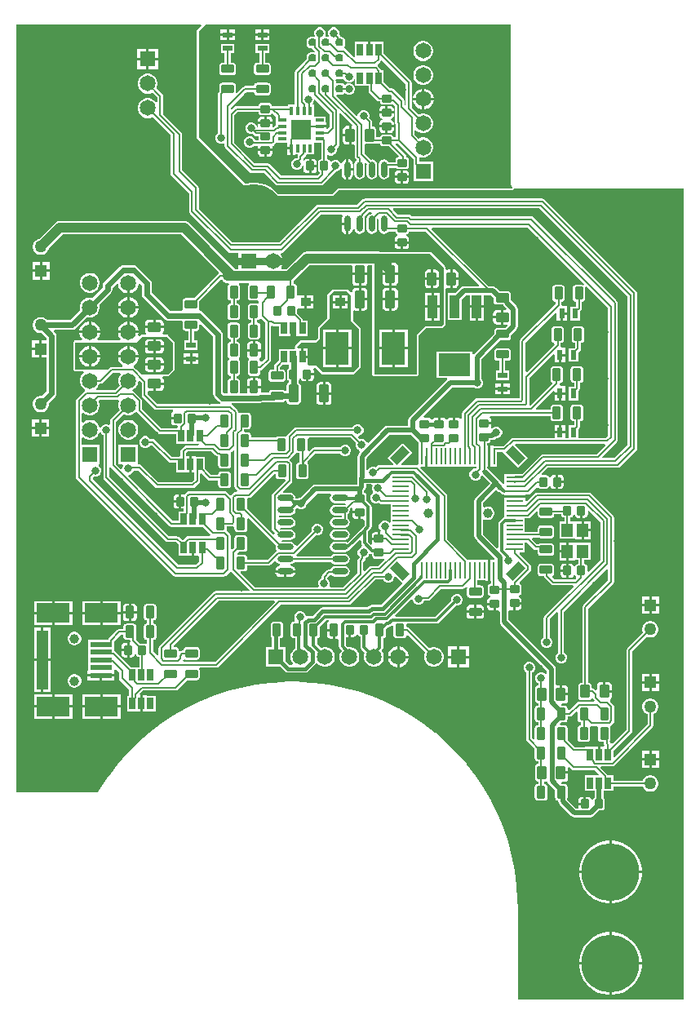
<source format=gbr>
%TF.GenerationSoftware,Altium Limited,Altium Designer,25.3.3 (18)*%
G04 Layer_Physical_Order=1*
G04 Layer_Color=255*
%FSLAX45Y45*%
%MOMM*%
%TF.SameCoordinates,BD87FDF2-1F07-4250-B4CA-E9600B944348*%
%TF.FilePolarity,Positive*%
%TF.FileFunction,Copper,L1,Top,Signal*%
%TF.Part,Single*%
G01*
G75*
%TA.AperFunction,SMDPad,CuDef*%
G04:AMPARAMS|DCode=10|XSize=0.95mm|YSize=0.85mm|CornerRadius=0.085mm|HoleSize=0mm|Usage=FLASHONLY|Rotation=270.000|XOffset=0mm|YOffset=0mm|HoleType=Round|Shape=RoundedRectangle|*
%AMROUNDEDRECTD10*
21,1,0.95000,0.68000,0,0,270.0*
21,1,0.78000,0.85000,0,0,270.0*
1,1,0.17000,-0.34000,-0.39000*
1,1,0.17000,-0.34000,0.39000*
1,1,0.17000,0.34000,0.39000*
1,1,0.17000,0.34000,-0.39000*
%
%ADD10ROUNDEDRECTD10*%
%ADD11R,1.15000X1.40000*%
G04:AMPARAMS|DCode=12|XSize=1.3mm|YSize=0.9mm|CornerRadius=0.09mm|HoleSize=0mm|Usage=FLASHONLY|Rotation=180.000|XOffset=0mm|YOffset=0mm|HoleType=Round|Shape=RoundedRectangle|*
%AMROUNDEDRECTD12*
21,1,1.30000,0.72000,0,0,180.0*
21,1,1.12000,0.90000,0,0,180.0*
1,1,0.18000,-0.56000,0.36000*
1,1,0.18000,0.56000,0.36000*
1,1,0.18000,0.56000,-0.36000*
1,1,0.18000,-0.56000,-0.36000*
%
%ADD12ROUNDEDRECTD12*%
G04:AMPARAMS|DCode=13|XSize=1.3mm|YSize=0.9mm|CornerRadius=0.09mm|HoleSize=0mm|Usage=FLASHONLY|Rotation=90.000|XOffset=0mm|YOffset=0mm|HoleType=Round|Shape=RoundedRectangle|*
%AMROUNDEDRECTD13*
21,1,1.30000,0.72000,0,0,90.0*
21,1,1.12000,0.90000,0,0,90.0*
1,1,0.18000,0.36000,0.56000*
1,1,0.18000,0.36000,-0.56000*
1,1,0.18000,-0.36000,-0.56000*
1,1,0.18000,-0.36000,0.56000*
%
%ADD13ROUNDEDRECTD13*%
%ADD14R,0.85000X0.35000*%
%ADD15R,0.35000X0.85000*%
%ADD16R,2.15000X2.15000*%
%ADD17R,0.22000X1.70000*%
%ADD18R,1.70000X0.22000*%
G04:AMPARAMS|DCode=19|XSize=1mm|YSize=1.8mm|CornerRadius=0mm|HoleSize=0mm|Usage=FLASHONLY|Rotation=315.000|XOffset=0mm|YOffset=0mm|HoleType=Round|Shape=Rectangle|*
%AMROTATEDRECTD19*
4,1,4,-0.98995,-0.28284,0.28284,0.98995,0.98995,0.28284,-0.28284,-0.98995,-0.98995,-0.28284,0.0*
%
%ADD19ROTATEDRECTD19*%

G04:AMPARAMS|DCode=20|XSize=1mm|YSize=1.8mm|CornerRadius=0mm|HoleSize=0mm|Usage=FLASHONLY|Rotation=225.000|XOffset=0mm|YOffset=0mm|HoleType=Round|Shape=Rectangle|*
%AMROTATEDRECTD20*
4,1,4,-0.28284,0.98995,0.98995,-0.28284,0.28284,-0.98995,-0.98995,0.28284,-0.28284,0.98995,0.0*
%
%ADD20ROTATEDRECTD20*%

%ADD21R,2.41300X3.42900*%
%ADD22R,0.65000X1.20000*%
G04:AMPARAMS|DCode=23|XSize=0.95mm|YSize=0.85mm|CornerRadius=0.085mm|HoleSize=0mm|Usage=FLASHONLY|Rotation=180.000|XOffset=0mm|YOffset=0mm|HoleType=Round|Shape=RoundedRectangle|*
%AMROUNDEDRECTD23*
21,1,0.95000,0.68000,0,0,180.0*
21,1,0.78000,0.85000,0,0,180.0*
1,1,0.17000,-0.39000,0.34000*
1,1,0.17000,0.39000,0.34000*
1,1,0.17000,0.39000,-0.34000*
1,1,0.17000,-0.39000,-0.34000*
%
%ADD23ROUNDEDRECTD23*%
%ADD24R,0.60000X1.00000*%
G04:AMPARAMS|DCode=25|XSize=1.4mm|YSize=0.95mm|CornerRadius=0.095mm|HoleSize=0mm|Usage=FLASHONLY|Rotation=0.000|XOffset=0mm|YOffset=0mm|HoleType=Round|Shape=RoundedRectangle|*
%AMROUNDEDRECTD25*
21,1,1.40000,0.76000,0,0,0.0*
21,1,1.21000,0.95000,0,0,0.0*
1,1,0.19000,0.60500,-0.38000*
1,1,0.19000,-0.60500,-0.38000*
1,1,0.19000,-0.60500,0.38000*
1,1,0.19000,0.60500,0.38000*
%
%ADD25ROUNDEDRECTD25*%
G04:AMPARAMS|DCode=26|XSize=0.762mm|YSize=0.762mm|CornerRadius=0.1905mm|HoleSize=0mm|Usage=FLASHONLY|Rotation=0.000|XOffset=0mm|YOffset=0mm|HoleType=Round|Shape=RoundedRectangle|*
%AMROUNDEDRECTD26*
21,1,0.76200,0.38100,0,0,0.0*
21,1,0.38100,0.76200,0,0,0.0*
1,1,0.38100,0.19050,-0.19050*
1,1,0.38100,-0.19050,-0.19050*
1,1,0.38100,-0.19050,0.19050*
1,1,0.38100,0.19050,0.19050*
%
%ADD26ROUNDEDRECTD26*%
%ADD27R,1.00000X0.60000*%
G04:AMPARAMS|DCode=28|XSize=1.85mm|YSize=1.05mm|CornerRadius=0.105mm|HoleSize=0mm|Usage=FLASHONLY|Rotation=90.000|XOffset=0mm|YOffset=0mm|HoleType=Round|Shape=RoundedRectangle|*
%AMROUNDEDRECTD28*
21,1,1.85000,0.84000,0,0,90.0*
21,1,1.64000,1.05000,0,0,90.0*
1,1,0.21000,0.42000,0.82000*
1,1,0.21000,0.42000,-0.82000*
1,1,0.21000,-0.42000,-0.82000*
1,1,0.21000,-0.42000,0.82000*
%
%ADD28ROUNDEDRECTD28*%
%ADD29R,1.05000X0.85000*%
G04:AMPARAMS|DCode=30|XSize=1.4mm|YSize=0.95mm|CornerRadius=0.095mm|HoleSize=0mm|Usage=FLASHONLY|Rotation=270.000|XOffset=0mm|YOffset=0mm|HoleType=Round|Shape=RoundedRectangle|*
%AMROUNDEDRECTD30*
21,1,1.40000,0.76000,0,0,270.0*
21,1,1.21000,0.95000,0,0,270.0*
1,1,0.19000,-0.38000,-0.60500*
1,1,0.19000,-0.38000,0.60500*
1,1,0.19000,0.38000,0.60500*
1,1,0.19000,0.38000,-0.60500*
%
%ADD30ROUNDEDRECTD30*%
%ADD31R,1.00000X2.35000*%
%ADD32R,3.30000X2.35000*%
%ADD33O,0.65000X1.65000*%
%ADD34O,1.65000X0.65000*%
%ADD35R,3.50000X2.00000*%
%ADD36R,2.30000X0.50800*%
%ADD37R,1.20000X6.20000*%
%TA.AperFunction,Conductor*%
%ADD38C,0.20000*%
%ADD39C,0.50000*%
%ADD40C,0.30000*%
%ADD41C,0.40000*%
%ADD42C,0.60000*%
%ADD43C,0.80000*%
%ADD44C,1.00000*%
%TA.AperFunction,ComponentPad*%
%ADD45R,1.65000X1.65000*%
%ADD46C,1.65000*%
%ADD47C,6.00000*%
%ADD48C,1.00000*%
%ADD49R,1.27500X1.27500*%
%ADD50C,1.27500*%
%ADD51R,1.65000X1.65000*%
%TA.AperFunction,ViaPad*%
%ADD52C,0.80000*%
G36*
X5169218Y4300001D02*
X5172322Y4284394D01*
X5181163Y4271163D01*
X5182903Y4270000D01*
X5179870Y4260000D01*
X3370000D01*
X3310000Y4200000D01*
X2750233D01*
X2744082Y4208466D01*
X2708466Y4244082D01*
X2667717Y4273688D01*
X2622838Y4296556D01*
X2574934Y4312120D01*
X2525185Y4320000D01*
X2474815D01*
X2425067Y4312120D01*
X2412094Y4307906D01*
X1930000Y4790000D01*
Y5890000D01*
X1999218Y5959218D01*
X5169218D01*
Y4300001D01*
D02*
G37*
G36*
X1955597Y5944436D02*
X1915581Y5904419D01*
X1911160Y5897804D01*
X1909608Y5890000D01*
Y4790000D01*
X1911160Y4782196D01*
X1915581Y4775581D01*
X1915581Y4775580D01*
X2397675Y4293486D01*
X2400329Y4291713D01*
X2402837Y4289736D01*
X2403617Y4289516D01*
X2404291Y4289066D01*
X2407421Y4288443D01*
X2410495Y4287576D01*
X2411300Y4287672D01*
X2412094Y4287514D01*
X2415225Y4288136D01*
X2418396Y4288512D01*
X2429841Y4292230D01*
X2476421Y4299608D01*
X2523579D01*
X2570159Y4292230D01*
X2615010Y4277658D01*
X2657030Y4256247D01*
X2695181Y4228529D01*
X2728529Y4195181D01*
X2733736Y4188014D01*
X2734919Y4186920D01*
X2735814Y4185581D01*
X2737813Y4184245D01*
X2739579Y4182613D01*
X2741090Y4182055D01*
X2742430Y4181160D01*
X2744787Y4180691D01*
X2747043Y4179859D01*
X2748653Y4179922D01*
X2750233Y4179608D01*
X3309999D01*
X3310000Y4179608D01*
X3317804Y4181160D01*
X3324419Y4185581D01*
X3378447Y4239608D01*
X5179870D01*
X5180861Y4239806D01*
X5181868Y4239706D01*
X5184736Y4240576D01*
X5187673Y4241160D01*
X5188514Y4241722D01*
X5189482Y4242016D01*
X5191798Y4243917D01*
X5194289Y4245581D01*
X5194851Y4246422D01*
X5195633Y4247063D01*
X5197045Y4249705D01*
X5198709Y4252196D01*
X5198907Y4253188D01*
X5199384Y4254080D01*
X5201457Y4260917D01*
X5210002Y4259218D01*
X6959218D01*
Y-4159217D01*
X5240782Y-4159218D01*
Y-3200000D01*
X5240716Y-3199666D01*
X5240777Y-3199332D01*
X5239545Y-3124079D01*
X5239331Y-3123086D01*
X5239463Y-3122079D01*
X5229620Y-2971893D01*
X5229270Y-2970587D01*
X5229358Y-2969237D01*
X5209713Y-2820017D01*
X5209278Y-2818737D01*
Y-2817384D01*
X5179915Y-2669768D01*
X5179398Y-2668519D01*
X5179309Y-2667169D01*
X5140355Y-2521790D01*
X5139757Y-2520577D01*
X5139581Y-2519236D01*
X5091201Y-2376716D01*
X5090525Y-2375545D01*
X5090261Y-2374218D01*
X5032665Y-2235167D01*
X5031913Y-2234043D01*
X5031563Y-2232736D01*
X4964996Y-2097750D01*
X4964172Y-2096677D01*
X4963737Y-2095396D01*
X4888483Y-1965053D01*
X4887592Y-1964036D01*
X4887074Y-1962787D01*
X4803456Y-1837644D01*
X4802500Y-1836688D01*
X4801902Y-1835475D01*
X4710279Y-1716069D01*
X4709262Y-1715177D01*
X4708585Y-1714006D01*
X4609349Y-1600848D01*
X4608276Y-1600025D01*
X4607525Y-1598900D01*
X4501099Y-1492475D01*
X4499975Y-1491724D01*
X4499152Y-1490651D01*
X4385994Y-1391415D01*
X4384823Y-1390738D01*
X4383931Y-1389721D01*
X4264525Y-1298098D01*
X4263312Y-1297500D01*
X4262356Y-1296544D01*
X4137213Y-1212926D01*
X4135964Y-1212408D01*
X4134947Y-1211517D01*
X4004604Y-1136263D01*
X4003323Y-1135828D01*
X4002250Y-1135004D01*
X3867264Y-1068437D01*
X3865958Y-1068087D01*
X3864833Y-1067335D01*
X3725782Y-1009739D01*
X3724455Y-1009475D01*
X3723284Y-1008799D01*
X3580764Y-960419D01*
X3579423Y-960243D01*
X3578210Y-959645D01*
X3432831Y-920691D01*
X3431481Y-920602D01*
X3430232Y-920085D01*
X3282615Y-890722D01*
X3281263D01*
X3279983Y-890287D01*
X3130763Y-870642D01*
X3129413Y-870730D01*
X3128107Y-870380D01*
X2977921Y-860537D01*
X2976581Y-860713D01*
X2975254Y-860449D01*
X2824746D01*
X2823419Y-860713D01*
X2822079Y-860537D01*
X2671893Y-870380D01*
X2670586Y-870730D01*
X2669237Y-870642D01*
X2520017Y-890287D01*
X2518737Y-890722D01*
X2517384D01*
X2369768Y-920085D01*
X2368519Y-920602D01*
X2367169Y-920691D01*
X2221790Y-959645D01*
X2220576Y-960243D01*
X2219236Y-960419D01*
X2076716Y-1008799D01*
X2075545Y-1009475D01*
X2074218Y-1009739D01*
X1935167Y-1067335D01*
X1934043Y-1068087D01*
X1932736Y-1068437D01*
X1797750Y-1135004D01*
X1796677Y-1135828D01*
X1795396Y-1136263D01*
X1665053Y-1211517D01*
X1664036Y-1212408D01*
X1662787Y-1212926D01*
X1537644Y-1296544D01*
X1536688Y-1297500D01*
X1535474Y-1298098D01*
X1416069Y-1389721D01*
X1415177Y-1390738D01*
X1414006Y-1391415D01*
X1300848Y-1490651D01*
X1300025Y-1491724D01*
X1298900Y-1492475D01*
X1192475Y-1598901D01*
X1191724Y-1600025D01*
X1190651Y-1600848D01*
X1091414Y-1714006D01*
X1090738Y-1715177D01*
X1089721Y-1716069D01*
X998098Y-1835475D01*
X997500Y-1836688D01*
X996543Y-1837644D01*
X912926Y-1962787D01*
X912537Y-1963725D01*
X911855Y-1964478D01*
X885039Y-2009218D01*
X40783D01*
X40782Y5959218D01*
X1949474D01*
X1955597Y5944436D01*
D02*
G37*
%LPC*%
G36*
X2305400Y5905400D02*
X2242700D01*
Y5862700D01*
X2305400D01*
Y5905400D01*
D02*
G37*
G36*
X2665400D02*
X2602700D01*
Y5862700D01*
X2665400D01*
Y5905400D01*
D02*
G37*
G36*
X2577300D02*
X2514600D01*
Y5862700D01*
X2577300D01*
Y5905400D01*
D02*
G37*
G36*
X2217300D02*
X2154600D01*
Y5862700D01*
X2217300D01*
Y5905400D01*
D02*
G37*
G36*
X3341935Y5930000D02*
X3318065D01*
X3296013Y5920865D01*
X3279134Y5903987D01*
X3270000Y5881935D01*
Y5858065D01*
X3278664Y5837149D01*
X3276601Y5832793D01*
X3272907Y5828098D01*
X3269050Y5828865D01*
X3246784D01*
X3242047Y5838865D01*
X3250000Y5858065D01*
Y5881935D01*
X3240866Y5903987D01*
X3223987Y5920865D01*
X3201935Y5930000D01*
X3178065D01*
X3156013Y5920865D01*
X3139134Y5903987D01*
X3130000Y5881935D01*
Y5858065D01*
X3138637Y5837214D01*
X3136477Y5832707D01*
X3132832Y5828172D01*
X3129350Y5828865D01*
X3091250D01*
X3076013Y5825834D01*
X3063096Y5817204D01*
X3054466Y5804287D01*
X3051435Y5789050D01*
Y5750950D01*
X3054466Y5735714D01*
X3063096Y5722797D01*
X3076013Y5714166D01*
X3091250Y5711135D01*
X3104761D01*
X3111184Y5701523D01*
X3134712Y5677994D01*
X3129786Y5668778D01*
X3129350Y5668865D01*
X3091250D01*
X3076013Y5665834D01*
X3063096Y5657204D01*
X3054466Y5644287D01*
X3051435Y5629050D01*
Y5598728D01*
X2935871Y5483164D01*
X2929241Y5473241D01*
X2926912Y5461535D01*
X2926912Y5461534D01*
Y5127500D01*
X2855000D01*
Y5113087D01*
X2697501D01*
X2697500Y5113088D01*
X2697499Y5113087D01*
X2688058D01*
Y5116500D01*
X2685846Y5127620D01*
X2679547Y5137047D01*
X2670120Y5143346D01*
X2659000Y5145558D01*
X2581000D01*
X2569880Y5143346D01*
X2560453Y5137047D01*
X2554153Y5127620D01*
X2551942Y5116500D01*
Y5113087D01*
X2322500D01*
X2310794Y5110759D01*
X2300871Y5104128D01*
X2300870Y5104128D01*
X2269827Y5073084D01*
X2260588Y5076911D01*
Y5097330D01*
X2422670Y5259413D01*
X2504432D01*
Y5254000D01*
X2506683Y5242685D01*
X2513092Y5233093D01*
X2522685Y5226683D01*
X2534000Y5224432D01*
X2646000D01*
X2657315Y5226683D01*
X2666908Y5233093D01*
X2673317Y5242685D01*
X2675568Y5254000D01*
Y5326000D01*
X2673317Y5337315D01*
X2666908Y5346908D01*
X2657315Y5353318D01*
X2646000Y5355568D01*
X2534000D01*
X2522685Y5353318D01*
X2513092Y5346908D01*
X2506683Y5337315D01*
X2504432Y5326000D01*
Y5320588D01*
X2410000D01*
X2398295Y5318260D01*
X2388371Y5311629D01*
X2388371Y5311628D01*
X2324527Y5247785D01*
X2315312Y5252711D01*
X2315568Y5254000D01*
Y5326000D01*
X2313317Y5337315D01*
X2306908Y5346908D01*
X2297315Y5353318D01*
X2286000Y5355568D01*
X2174000D01*
X2162685Y5353318D01*
X2153092Y5346908D01*
X2146683Y5337315D01*
X2144432Y5326000D01*
Y5265690D01*
X2138371Y5259629D01*
X2131741Y5249706D01*
X2129412Y5238000D01*
X2129412Y5237999D01*
Y4832367D01*
X2126013Y4830959D01*
X2109134Y4814081D01*
X2100000Y4792028D01*
Y4768159D01*
X2109134Y4746106D01*
X2126013Y4729228D01*
X2148065Y4720093D01*
X2171935D01*
X2189412Y4727333D01*
X2199412Y4721587D01*
Y4700001D01*
X2199412Y4700000D01*
X2201741Y4688295D01*
X2208371Y4678371D01*
X2458371Y4428372D01*
X2458371Y4428371D01*
X2468295Y4421741D01*
X2480000Y4419412D01*
X2480001Y4419412D01*
X2607330D01*
X2728371Y4298371D01*
X2738294Y4291741D01*
X2750000Y4289412D01*
X3199946D01*
X3199947Y4289412D01*
X3211652Y4291741D01*
X3221576Y4298371D01*
X3353986Y4430782D01*
X3353987Y4430782D01*
X3355979Y4433764D01*
X3361935D01*
X3383987Y4442898D01*
X3400865Y4459777D01*
X3403966Y4467261D01*
X3413965Y4465272D01*
Y4405000D01*
X3418459Y4382409D01*
X3431256Y4363256D01*
X3450408Y4350459D01*
X3460300Y4348492D01*
Y4455000D01*
Y4561508D01*
X3450408Y4559541D01*
X3431256Y4546744D01*
X3418459Y4527591D01*
X3416285Y4516658D01*
X3405885Y4515634D01*
X3400865Y4527751D01*
X3383987Y4544629D01*
X3361935Y4553764D01*
X3338065D01*
X3316013Y4544629D01*
X3304563Y4533180D01*
X3293713Y4536472D01*
X3292788Y4541120D01*
X3286489Y4550547D01*
X3277062Y4556847D01*
X3265942Y4559058D01*
X3262529D01*
Y4601494D01*
X3272530Y4607239D01*
X3290007Y4600000D01*
X3313877D01*
X3335929Y4609135D01*
X3352807Y4626013D01*
X3361942Y4648065D01*
Y4671935D01*
X3361406Y4673228D01*
X3381628Y4693450D01*
X3381629Y4693451D01*
X3388259Y4703374D01*
X3390588Y4715080D01*
X3390588Y4715081D01*
Y5036226D01*
X3399827Y5040052D01*
X3524556Y4915323D01*
X3520729Y4906084D01*
X3512700D01*
Y4810000D01*
Y4713917D01*
X3538000D01*
X3539182Y4714152D01*
X3546912Y4707808D01*
Y4590001D01*
X3546912Y4590000D01*
X3549241Y4578295D01*
X3555871Y4568371D01*
X3567500Y4556742D01*
X3566758Y4545929D01*
X3562150Y4542850D01*
X3550546Y4525484D01*
X3546471Y4505000D01*
Y4405000D01*
X3550546Y4384516D01*
X3562150Y4367150D01*
X3579516Y4355546D01*
X3600000Y4351472D01*
X3620484Y4355546D01*
X3637850Y4367150D01*
X3649454Y4384516D01*
X3653528Y4405000D01*
Y4505000D01*
X3649538Y4525062D01*
X3649960Y4525706D01*
X3657901Y4530841D01*
X3675176Y4513567D01*
X3673471Y4505000D01*
Y4405000D01*
X3677546Y4384516D01*
X3689150Y4367150D01*
X3706516Y4355546D01*
X3727000Y4351472D01*
X3747484Y4355546D01*
X3764850Y4367150D01*
X3776454Y4384516D01*
X3780528Y4405000D01*
Y4505000D01*
X3776454Y4525484D01*
X3764850Y4542850D01*
X3747484Y4554454D01*
X3727000Y4558528D01*
X3718433Y4556824D01*
X3653088Y4622170D01*
Y4713314D01*
X3660818Y4719658D01*
X3662000Y4719423D01*
X3738000D01*
X3749510Y4721712D01*
X3757293Y4726913D01*
X3811942D01*
Y4723500D01*
X3814153Y4712380D01*
X3820453Y4702953D01*
X3829880Y4696654D01*
X3841000Y4694442D01*
X3904800D01*
X4004715Y4594528D01*
X4003417Y4591395D01*
X3999784Y4585316D01*
X3989880Y4583346D01*
X3980453Y4577047D01*
X3974154Y4567620D01*
X3971942Y4556500D01*
Y4532198D01*
X3898968D01*
X3891850Y4542850D01*
X3874484Y4554454D01*
X3854000Y4558528D01*
X3833516Y4554454D01*
X3816150Y4542850D01*
X3804546Y4525484D01*
X3800471Y4505000D01*
Y4405000D01*
X3804546Y4384516D01*
X3816150Y4367150D01*
X3833516Y4355546D01*
X3854000Y4351472D01*
X3874484Y4355546D01*
X3891850Y4367150D01*
X3903454Y4384516D01*
X3907528Y4405000D01*
Y4471022D01*
X3978402D01*
X3980453Y4467953D01*
X3989880Y4461654D01*
X4001000Y4459442D01*
X4079000D01*
X4090120Y4461654D01*
X4099547Y4467953D01*
X4105846Y4477380D01*
X4108058Y4488500D01*
Y4556500D01*
X4105846Y4567620D01*
X4099547Y4577047D01*
X4090120Y4583346D01*
X4084804Y4588285D01*
X4082475Y4599990D01*
X4075845Y4609913D01*
X4075844Y4609914D01*
X3968084Y4717674D01*
X3971911Y4726913D01*
X3994830D01*
X4156912Y4564830D01*
Y4507501D01*
X4156912Y4507500D01*
X4157500Y4504544D01*
Y4332500D01*
X4362500D01*
Y4537500D01*
X4218088D01*
Y4577500D01*
X4217585Y4580028D01*
X4226207Y4587939D01*
X4246506Y4582500D01*
X4273494D01*
X4299563Y4589485D01*
X4322936Y4602980D01*
X4342020Y4622064D01*
X4355515Y4645436D01*
X4362500Y4671506D01*
Y4698494D01*
X4355515Y4724564D01*
X4342020Y4747936D01*
X4322936Y4767020D01*
X4299563Y4780515D01*
X4273494Y4787500D01*
X4246506D01*
X4220436Y4780515D01*
X4212389Y4775869D01*
X4170588Y4817670D01*
Y4865766D01*
X4180588Y4869455D01*
X4197063Y4852980D01*
X4220436Y4839485D01*
X4246506Y4832500D01*
X4273494D01*
X4299563Y4839485D01*
X4322936Y4852980D01*
X4342020Y4872064D01*
X4355515Y4895436D01*
X4362500Y4921506D01*
Y4948494D01*
X4355515Y4974564D01*
X4342020Y4997936D01*
X4322936Y5017020D01*
X4299563Y5030515D01*
X4273494Y5037500D01*
X4246506D01*
X4220436Y5030515D01*
X4212389Y5025869D01*
X4140588Y5097670D01*
Y5355000D01*
X4138259Y5366706D01*
X4131629Y5376629D01*
X4131628Y5376630D01*
X3847500Y5660758D01*
Y5777500D01*
X3757900D01*
Y5782900D01*
X3712700D01*
Y5697500D01*
X3687300D01*
Y5782900D01*
X3642100D01*
Y5777500D01*
X3552500D01*
Y5625592D01*
X3552499Y5622475D01*
X3542500Y5618333D01*
X3456127Y5704705D01*
X3446204Y5711336D01*
X3439690Y5712632D01*
X3436903Y5722797D01*
X3445534Y5735714D01*
X3448565Y5750950D01*
Y5789050D01*
X3445534Y5804287D01*
X3436903Y5817204D01*
X3423986Y5825834D01*
X3408750Y5828865D01*
X3406103D01*
X3404863Y5835102D01*
X3398232Y5845025D01*
X3398232Y5845025D01*
X3388592Y5854665D01*
X3390000Y5858065D01*
Y5881935D01*
X3380865Y5903987D01*
X3363987Y5920865D01*
X3341935Y5930000D01*
D02*
G37*
G36*
X2665400Y5837300D02*
X2602700D01*
Y5794600D01*
X2665400D01*
Y5837300D01*
D02*
G37*
G36*
X2577300D02*
X2514600D01*
Y5794600D01*
X2577300D01*
Y5837300D01*
D02*
G37*
G36*
X2305400D02*
X2242700D01*
Y5794600D01*
X2305400D01*
Y5837300D01*
D02*
G37*
G36*
X2217300D02*
X2154600D01*
Y5794600D01*
X2217300D01*
Y5837300D01*
D02*
G37*
G36*
X4273494Y5787500D02*
X4246506D01*
X4220436Y5780515D01*
X4197063Y5767020D01*
X4177979Y5747936D01*
X4164485Y5724564D01*
X4157500Y5698494D01*
Y5671506D01*
X4164485Y5645437D01*
X4177979Y5622064D01*
X4197063Y5602980D01*
X4220436Y5589485D01*
X4246506Y5582500D01*
X4273494D01*
X4299563Y5589485D01*
X4322936Y5602980D01*
X4342020Y5622064D01*
X4355515Y5645437D01*
X4362500Y5671506D01*
Y5698494D01*
X4355515Y5724564D01*
X4342020Y5747936D01*
X4322936Y5767020D01*
X4299563Y5780515D01*
X4273494Y5787500D01*
D02*
G37*
G36*
X2660000Y5760000D02*
X2520000D01*
Y5660000D01*
X2559412D01*
Y5565568D01*
X2534000D01*
X2522685Y5563318D01*
X2513092Y5556908D01*
X2506683Y5547316D01*
X2504432Y5536000D01*
Y5464001D01*
X2506683Y5452685D01*
X2513092Y5443093D01*
X2522685Y5436683D01*
X2534000Y5434432D01*
X2646000D01*
X2657315Y5436683D01*
X2666908Y5443093D01*
X2673317Y5452685D01*
X2675568Y5464001D01*
Y5536000D01*
X2673317Y5547316D01*
X2666908Y5556908D01*
X2657315Y5563318D01*
X2646000Y5565568D01*
X2620588D01*
Y5660000D01*
X2660000D01*
Y5760000D01*
D02*
G37*
G36*
X2300000D02*
X2160000D01*
Y5660000D01*
X2199412D01*
Y5565568D01*
X2174000D01*
X2162685Y5563318D01*
X2153092Y5556908D01*
X2146683Y5547316D01*
X2144432Y5536000D01*
Y5464001D01*
X2146683Y5452685D01*
X2153092Y5443093D01*
X2162685Y5436683D01*
X2174000Y5434432D01*
X2286000D01*
X2297315Y5436683D01*
X2306908Y5443093D01*
X2313317Y5452685D01*
X2315568Y5464001D01*
Y5536000D01*
X2313317Y5547316D01*
X2306908Y5556908D01*
X2297315Y5563318D01*
X2286000Y5565568D01*
X2260588D01*
Y5660000D01*
X2300000D01*
Y5760000D01*
D02*
G37*
G36*
X4273494Y5537500D02*
X4246506D01*
X4220436Y5530515D01*
X4197063Y5517020D01*
X4177979Y5497936D01*
X4164485Y5474564D01*
X4157500Y5448494D01*
Y5421506D01*
X4164485Y5395437D01*
X4177979Y5372064D01*
X4197063Y5352980D01*
X4220436Y5339485D01*
X4246506Y5332500D01*
X4273494D01*
X4299563Y5339485D01*
X4322936Y5352980D01*
X4342020Y5372064D01*
X4355515Y5395437D01*
X4362500Y5421506D01*
Y5448494D01*
X4355515Y5474564D01*
X4342020Y5497936D01*
X4322936Y5517020D01*
X4299563Y5530515D01*
X4273494Y5537500D01*
D02*
G37*
G36*
X4274205Y5292900D02*
X4272700D01*
Y5197699D01*
X4367900D01*
Y5199205D01*
X4360547Y5226648D01*
X4346341Y5251252D01*
X4326252Y5271342D01*
X4301648Y5285547D01*
X4274205Y5292900D01*
D02*
G37*
G36*
X4247300D02*
X4245795D01*
X4218352Y5285547D01*
X4193748Y5271342D01*
X4173658Y5251252D01*
X4159453Y5226648D01*
X4152100Y5199205D01*
Y5197699D01*
X4247300D01*
Y5292900D01*
D02*
G37*
G36*
X4367900Y5172299D02*
X4272700D01*
Y5077100D01*
X4274205D01*
X4301648Y5084453D01*
X4326252Y5098659D01*
X4346341Y5118748D01*
X4360547Y5143352D01*
X4367900Y5170795D01*
Y5172299D01*
D02*
G37*
G36*
X4247300D02*
X4152100D01*
Y5170795D01*
X4159453Y5143352D01*
X4173658Y5118748D01*
X4193748Y5098659D01*
X4218352Y5084453D01*
X4245795Y5077100D01*
X4247300D01*
Y5172299D01*
D02*
G37*
G36*
X3487300Y4906084D02*
X3462000D01*
X3448382Y4903375D01*
X3436838Y4895662D01*
X3429125Y4884117D01*
X3426416Y4870500D01*
Y4822700D01*
X3487300D01*
Y4906084D01*
D02*
G37*
G36*
Y4797300D02*
X3426416D01*
Y4749501D01*
X3429125Y4735883D01*
X3436838Y4724339D01*
X3448382Y4716625D01*
X3462000Y4713917D01*
X3487300D01*
Y4797300D01*
D02*
G37*
G36*
X3485700Y4561508D02*
Y4467700D01*
X3532034D01*
Y4505000D01*
X3527541Y4527591D01*
X3514744Y4546744D01*
X3495591Y4559541D01*
X3485700Y4561508D01*
D02*
G37*
G36*
X4079000Y4446064D02*
X4052700D01*
Y4390200D01*
X4113564D01*
Y4411500D01*
X4110933Y4424727D01*
X4103441Y4435941D01*
X4092227Y4443433D01*
X4079000Y4446064D01*
D02*
G37*
G36*
X4027300D02*
X4001000D01*
X3987773Y4443433D01*
X3976559Y4435941D01*
X3969067Y4424727D01*
X3966436Y4411500D01*
Y4390200D01*
X4027300D01*
Y4446064D01*
D02*
G37*
G36*
X3532034Y4442300D02*
X3485700D01*
Y4348492D01*
X3495591Y4350459D01*
X3514744Y4363256D01*
X3527541Y4382409D01*
X3532034Y4405000D01*
Y4442300D01*
D02*
G37*
G36*
X4113564Y4364800D02*
X4052700D01*
Y4308936D01*
X4079000D01*
X4092227Y4311567D01*
X4103441Y4319059D01*
X4110933Y4330273D01*
X4113564Y4343500D01*
Y4364800D01*
D02*
G37*
G36*
X4027300D02*
X3966436D01*
Y4343500D01*
X3969067Y4330273D01*
X3976559Y4319059D01*
X3987773Y4311567D01*
X4001000Y4308936D01*
X4027300D01*
Y4364800D01*
D02*
G37*
%LPD*%
G36*
X3436157Y5393201D02*
X3439134Y5386013D01*
X3456013Y5369135D01*
X3478065Y5360000D01*
X3501935D01*
X3523987Y5369135D01*
X3540865Y5386013D01*
X3542500Y5389959D01*
X3552500Y5387970D01*
Y5322501D01*
X3691912D01*
Y5272502D01*
X3691912Y5272500D01*
X3694241Y5260795D01*
X3700871Y5250871D01*
X3780871Y5170871D01*
X3790795Y5164241D01*
X3802500Y5161912D01*
X3811942D01*
Y5158500D01*
X3814153Y5147380D01*
X3820453Y5137953D01*
X3829880Y5131654D01*
X3841000Y5129442D01*
X3919000D01*
X3930120Y5131654D01*
X3939093Y5137649D01*
X3966886Y5109857D01*
Y4945027D01*
X3966886Y4945026D01*
X3969214Y4933321D01*
X3975845Y4923397D01*
X3976912Y4922330D01*
Y4788088D01*
X3948058D01*
Y4791500D01*
X3945846Y4802620D01*
X3939547Y4812048D01*
X3930120Y4818347D01*
X3919000Y4820559D01*
X3841000D01*
X3829880Y4818347D01*
X3820453Y4812048D01*
X3814153Y4802620D01*
X3811942Y4791500D01*
Y4788088D01*
X3768078D01*
Y4870500D01*
X3765788Y4882010D01*
X3759268Y4891768D01*
X3749510Y4898288D01*
X3738000Y4900578D01*
X3730588D01*
Y4949999D01*
X3730588Y4950000D01*
X3728259Y4961705D01*
X3721629Y4971629D01*
X3721628Y4971629D01*
X3698592Y4994666D01*
X3700000Y4998065D01*
Y5021935D01*
X3690866Y5043987D01*
X3673987Y5060866D01*
X3651935Y5070000D01*
X3628065D01*
X3606013Y5060866D01*
X3589135Y5043987D01*
X3580000Y5021935D01*
Y5016028D01*
X3570761Y5012202D01*
X3359882Y5223081D01*
X3364808Y5232297D01*
X3370650Y5231135D01*
X3408750D01*
X3423987Y5234166D01*
X3436903Y5242797D01*
X3438712Y5245503D01*
X3448664Y5246483D01*
X3456013Y5239135D01*
X3478065Y5230000D01*
X3501935D01*
X3523987Y5239135D01*
X3540865Y5256013D01*
X3550000Y5278065D01*
Y5301935D01*
X3540865Y5323987D01*
X3523987Y5340866D01*
X3501935Y5350000D01*
X3478065D01*
X3456013Y5340866D01*
X3448664Y5333517D01*
X3438712Y5334497D01*
X3436903Y5337203D01*
X3423987Y5345834D01*
X3408750Y5348865D01*
X3370650D01*
X3362188Y5347182D01*
X3352188Y5354790D01*
Y5378100D01*
X3350691Y5385625D01*
X3351220Y5386648D01*
X3358461Y5393446D01*
X3358548Y5393482D01*
X3370350Y5391135D01*
X3408450D01*
X3423686Y5394166D01*
X3426587Y5396104D01*
X3436157Y5393201D01*
D02*
G37*
G36*
X4079412Y5342330D02*
Y5125908D01*
X4069412Y5120563D01*
X4068061Y5121465D01*
Y5162474D01*
X4065733Y5174179D01*
X4059102Y5184102D01*
X4059102Y5184103D01*
X3956576Y5286629D01*
X3946652Y5293259D01*
X3934947Y5295588D01*
X3934946Y5295588D01*
X3917670D01*
X3847500Y5365758D01*
Y5482500D01*
X3823785D01*
X3821798Y5492490D01*
X3815167Y5502414D01*
X3788488Y5529093D01*
X3787292Y5529892D01*
X3786024Y5542766D01*
X3816629Y5573371D01*
X3823259Y5583294D01*
X3823433Y5584167D01*
X3834284Y5587459D01*
X4079412Y5342330D01*
D02*
G37*
G36*
X2551942Y5048500D02*
X2554153Y5037380D01*
X2560453Y5027952D01*
X2569880Y5021653D01*
X2581000Y5019441D01*
X2659000D01*
X2670120Y5021653D01*
X2679547Y5027952D01*
X2685595Y5037004D01*
X2685936Y5037403D01*
X2696593Y5040149D01*
X2731912Y5004830D01*
Y4975001D01*
X2731912Y4975000D01*
X2732500Y4972044D01*
Y4914408D01*
X2726726Y4913259D01*
X2716803Y4906629D01*
X2706445Y4896271D01*
X2702052Y4896490D01*
X2693564Y4903500D01*
Y4924800D01*
X2546436D01*
Y4903500D01*
X2547070Y4900308D01*
X2540124Y4892677D01*
X2532500Y4893992D01*
Y4897593D01*
X2523366Y4919645D01*
X2506488Y4936524D01*
X2484435Y4945658D01*
X2460566D01*
X2438513Y4936524D01*
X2421635Y4919645D01*
X2412501Y4897593D01*
Y4873724D01*
X2421635Y4851671D01*
X2438513Y4834793D01*
X2460566Y4825658D01*
X2484435D01*
X2487369Y4826874D01*
X2506076Y4808167D01*
X2506076Y4808166D01*
X2516000Y4801535D01*
X2527705Y4799207D01*
X2527706Y4799207D01*
X2551942D01*
Y4768500D01*
X2551978Y4768318D01*
X2545634Y4760587D01*
X2516416D01*
X2510865Y4773987D01*
X2493987Y4790866D01*
X2471935Y4800000D01*
X2448065D01*
X2426013Y4790866D01*
X2409134Y4773987D01*
X2400000Y4751935D01*
Y4728065D01*
X2409134Y4706013D01*
X2426013Y4689135D01*
X2448065Y4680000D01*
X2471935D01*
X2493987Y4689135D01*
X2504264Y4699412D01*
X2540128D01*
X2546472Y4691682D01*
X2546436Y4691500D01*
Y4670200D01*
X2693564D01*
Y4691500D01*
X2691849Y4700121D01*
X2699990Y4701740D01*
X2709913Y4708371D01*
X2721628Y4720086D01*
X2721629Y4720087D01*
X2726557Y4727462D01*
X2732500Y4735000D01*
X2737167Y4735000D01*
X2849600D01*
Y4687700D01*
X2892500D01*
Y4675000D01*
X2905200D01*
Y4607100D01*
X2935400D01*
Y4612500D01*
X2955456D01*
X2960660Y4602500D01*
X2956886Y4596851D01*
X2954557Y4585146D01*
X2954558Y4585144D01*
Y4574057D01*
X2949080Y4568580D01*
X2936639D01*
X2914586Y4559445D01*
X2897708Y4542567D01*
X2888574Y4520514D01*
Y4496645D01*
X2897708Y4474593D01*
X2914586Y4457714D01*
X2936639Y4448580D01*
X2960508D01*
X2982561Y4457714D01*
X2999439Y4474593D01*
X3008574Y4496645D01*
X3018378Y4496172D01*
Y4452000D01*
X3021008Y4438773D01*
X3028501Y4427560D01*
X3039715Y4420067D01*
X3052942Y4417436D01*
X3074242D01*
Y4491000D01*
Y4564564D01*
X3052942D01*
X3039715Y4561933D01*
X3028501Y4554441D01*
X3021766Y4544361D01*
X3013405Y4549683D01*
X3015733Y4561388D01*
X3015733Y4561389D01*
Y4572475D01*
X3039165Y4595907D01*
X3039166Y4595908D01*
X3045796Y4605832D01*
X3047123Y4612500D01*
X3125000D01*
Y4735000D01*
X3189543D01*
X3192500Y4734412D01*
X3201354Y4731559D01*
Y4559058D01*
X3197942D01*
X3186822Y4556847D01*
X3177394Y4550547D01*
X3171095Y4541120D01*
X3168883Y4530000D01*
Y4452000D01*
X3171095Y4440880D01*
X3177394Y4431453D01*
X3182912Y4427766D01*
Y4416169D01*
X3157330Y4390588D01*
X2785928D01*
X2664887Y4511629D01*
X2654963Y4518259D01*
X2643258Y4520588D01*
X2643257Y4520588D01*
X2512670D01*
X2300588Y4732670D01*
Y5017330D01*
X2335169Y5051912D01*
X2551942D01*
Y5048500D01*
D02*
G37*
G36*
X3289412Y5031365D02*
Y4900354D01*
X3262900Y4873843D01*
X3252900Y4877985D01*
Y4889799D01*
X3185001D01*
Y4915199D01*
X3252900D01*
Y4945400D01*
X3247500D01*
Y5005000D01*
X3125000D01*
Y5127500D01*
X3114849D01*
X3112353Y5137500D01*
X3120865Y5146013D01*
X3130000Y5168065D01*
Y5177712D01*
X3139239Y5181539D01*
X3289412Y5031365D01*
D02*
G37*
%LPC*%
G36*
X3919000Y5116064D02*
X3892700D01*
Y5060200D01*
X3953564D01*
Y5081500D01*
X3950933Y5094727D01*
X3943440Y5105941D01*
X3932227Y5113434D01*
X3919000Y5116064D01*
D02*
G37*
G36*
X3867300D02*
X3841000D01*
X3827773Y5113434D01*
X3816559Y5105941D01*
X3809067Y5094727D01*
X3806436Y5081500D01*
Y5060200D01*
X3867300D01*
Y5116064D01*
D02*
G37*
G36*
X3953564Y5034800D02*
X3806436D01*
Y5013500D01*
X3809067Y5000273D01*
X3816559Y4989060D01*
X3827773Y4981567D01*
X3835157Y4980098D01*
Y4969902D01*
X3827773Y4968434D01*
X3816559Y4960941D01*
X3809067Y4949727D01*
X3806436Y4936500D01*
Y4915201D01*
X3880001D01*
X3953564D01*
Y4936500D01*
X3950933Y4949727D01*
X3943440Y4960941D01*
X3932227Y4968434D01*
X3924843Y4969902D01*
Y4980098D01*
X3932227Y4981567D01*
X3943440Y4989060D01*
X3950933Y5000273D01*
X3953564Y5013500D01*
Y5034800D01*
D02*
G37*
G36*
Y4889801D02*
X3892701D01*
Y4833936D01*
X3919000D01*
X3932227Y4836567D01*
X3943440Y4844060D01*
X3950933Y4855273D01*
X3953564Y4868500D01*
Y4889801D01*
D02*
G37*
G36*
X3867301D02*
X3806436D01*
Y4868500D01*
X3809067Y4855273D01*
X3816559Y4844060D01*
X3827773Y4836567D01*
X3841000Y4833936D01*
X3867301D01*
Y4889801D01*
D02*
G37*
G36*
X2659000Y5006064D02*
X2632700D01*
Y4950200D01*
X2693564D01*
Y4971500D01*
X2690933Y4984727D01*
X2683440Y4995940D01*
X2672227Y5003433D01*
X2659000Y5006064D01*
D02*
G37*
G36*
X2607300D02*
X2581000D01*
X2567773Y5003433D01*
X2556559Y4995940D01*
X2549067Y4984727D01*
X2546436Y4971500D01*
Y4950200D01*
X2607300D01*
Y5006064D01*
D02*
G37*
G36*
X2879800Y4662300D02*
X2849600D01*
Y4607100D01*
X2879800D01*
Y4662300D01*
D02*
G37*
G36*
X2693564Y4644800D02*
X2632700D01*
Y4588935D01*
X2659000D01*
X2672227Y4591566D01*
X2683440Y4599059D01*
X2690933Y4610272D01*
X2693564Y4623500D01*
Y4644800D01*
D02*
G37*
G36*
X2607300D02*
X2546436D01*
Y4623500D01*
X2549067Y4610272D01*
X2556559Y4599059D01*
X2567773Y4591566D01*
X2581000Y4588935D01*
X2607300D01*
Y4644800D01*
D02*
G37*
G36*
X3120942Y4564564D02*
X3099642D01*
Y4503700D01*
X3155506D01*
Y4530000D01*
X3152875Y4543227D01*
X3145382Y4554441D01*
X3134169Y4561933D01*
X3120942Y4564564D01*
D02*
G37*
G36*
X3155506Y4478300D02*
X3099642D01*
Y4417436D01*
X3120942D01*
X3134169Y4420067D01*
X3145382Y4427560D01*
X3152875Y4438773D01*
X3155506Y4452000D01*
Y4478300D01*
D02*
G37*
G36*
X1507900Y5707900D02*
X1412700D01*
Y5612700D01*
X1507900D01*
Y5707900D01*
D02*
G37*
G36*
X1387300D02*
X1292100D01*
Y5612700D01*
X1387300D01*
Y5707900D01*
D02*
G37*
G36*
X1507900Y5587300D02*
X1412700D01*
Y5492100D01*
X1507900D01*
Y5587300D01*
D02*
G37*
G36*
X1387300D02*
X1292100D01*
Y5492100D01*
X1387300D01*
Y5587300D01*
D02*
G37*
G36*
X1413494Y5448500D02*
X1386506D01*
X1360436Y5441515D01*
X1337064Y5428020D01*
X1317980Y5408936D01*
X1304485Y5385564D01*
X1297500Y5359494D01*
Y5332506D01*
X1304485Y5306436D01*
X1317980Y5283064D01*
X1337064Y5263980D01*
X1360436Y5250485D01*
X1386506Y5243500D01*
X1413494D01*
X1439564Y5250485D01*
X1447611Y5255131D01*
X1499412Y5203330D01*
Y5156813D01*
X1483412Y5152526D01*
X1482020Y5154936D01*
X1462936Y5174020D01*
X1439564Y5187515D01*
X1413494Y5194500D01*
X1386506D01*
X1360436Y5187515D01*
X1337064Y5174020D01*
X1317980Y5154936D01*
X1304485Y5131564D01*
X1297500Y5105494D01*
Y5078506D01*
X1304485Y5052436D01*
X1317980Y5029064D01*
X1337064Y5009980D01*
X1360436Y4996485D01*
X1386506Y4989500D01*
X1413494D01*
X1439564Y4996485D01*
X1447611Y5001131D01*
X1638258Y4810484D01*
Y4411155D01*
X1638258Y4411154D01*
X1640587Y4399449D01*
X1647217Y4389525D01*
X1829412Y4207330D01*
Y4020001D01*
X1829412Y4020000D01*
X1831741Y4008294D01*
X1838371Y3998371D01*
X2238370Y3598372D01*
X2238371Y3598371D01*
X2248294Y3591741D01*
X2260000Y3589412D01*
X2338099D01*
Y3540000D01*
X2445999D01*
Y3460000D01*
X2338099D01*
Y3418104D01*
X2310739D01*
X2307424Y3422424D01*
X1829924Y3899924D01*
X1815302Y3911145D01*
X1798273Y3918198D01*
X1780000Y3920604D01*
X490000D01*
X471726Y3918198D01*
X454698Y3911145D01*
X440075Y3899924D01*
X274744Y3734593D01*
X260373Y3730742D01*
X241276Y3719716D01*
X225683Y3704123D01*
X214657Y3685026D01*
X208950Y3663726D01*
Y3641674D01*
X214657Y3620374D01*
X225683Y3601276D01*
X241276Y3585683D01*
X260373Y3574657D01*
X281674Y3568950D01*
X303726D01*
X325026Y3574657D01*
X344123Y3585683D01*
X359716Y3601276D01*
X370742Y3620374D01*
X374593Y3634744D01*
X519245Y3779396D01*
X1750755D01*
X2139564Y3390586D01*
X2137089Y3374815D01*
X2135381Y3372142D01*
X2130871Y3369129D01*
X2130871Y3369128D01*
X1883371Y3121629D01*
X1882662Y3120568D01*
X1794000D01*
X1782685Y3118317D01*
X1773092Y3111908D01*
X1766683Y3102315D01*
X1764432Y3091000D01*
Y3019000D01*
X1766683Y3007685D01*
X1767154Y3006980D01*
X1758602Y2990980D01*
X1631116D01*
X1442321Y3179775D01*
Y3274041D01*
X1438440Y3293550D01*
X1427390Y3310089D01*
X1290930Y3446548D01*
X1274391Y3457599D01*
X1254882Y3461479D01*
X1145116D01*
X1125607Y3457599D01*
X1109068Y3446548D01*
X946555Y3284035D01*
X935504Y3267496D01*
X931624Y3247987D01*
Y3227720D01*
X826830Y3122926D01*
X813494Y3126500D01*
X786505D01*
X760436Y3119515D01*
X737063Y3106020D01*
X717979Y3086936D01*
X704485Y3063564D01*
X697499Y3037494D01*
Y3010506D01*
X701073Y2997170D01*
X594883Y2890979D01*
X357273D01*
X357017Y2891423D01*
X341423Y2907017D01*
X322326Y2918042D01*
X301026Y2923750D01*
X278974D01*
X257674Y2918042D01*
X238576Y2907017D01*
X222983Y2891423D01*
X211957Y2872326D01*
X206250Y2851026D01*
Y2828974D01*
X211957Y2807674D01*
X222983Y2788576D01*
X238576Y2772983D01*
X257674Y2761957D01*
X278974Y2756250D01*
X301026D01*
X301521Y2756383D01*
X352770Y2705133D01*
Y2679150D01*
X302699D01*
Y2589999D01*
Y2500850D01*
X352770D01*
Y2154867D01*
X301521Y2103617D01*
X301026Y2103750D01*
X278974D01*
X257674Y2098043D01*
X238576Y2087017D01*
X222983Y2071424D01*
X211957Y2052326D01*
X206250Y2031026D01*
Y2008974D01*
X211957Y1987674D01*
X222983Y1968576D01*
X238576Y1952983D01*
X257674Y1941958D01*
X278974Y1936250D01*
X301026D01*
X322326Y1941958D01*
X341423Y1952983D01*
X357017Y1968576D01*
X368042Y1987674D01*
X373750Y2008974D01*
Y2031026D01*
X373617Y2031521D01*
X439798Y2097702D01*
X450849Y2114241D01*
X454730Y2133750D01*
Y2726250D01*
X450849Y2745759D01*
X439798Y2762298D01*
X427858Y2774238D01*
X433981Y2789020D01*
X615999D01*
X635508Y2792901D01*
X652047Y2803952D01*
X773169Y2925074D01*
X786505Y2921500D01*
X813494D01*
X839563Y2928485D01*
X862936Y2941980D01*
X882020Y2961064D01*
X895514Y2984436D01*
X902499Y3010506D01*
Y3037494D01*
X898926Y3050831D01*
X1018652Y3170556D01*
X1029702Y3187095D01*
X1033583Y3206604D01*
Y3226871D01*
X1077317Y3270605D01*
X1084836Y3267491D01*
X1092318Y3262978D01*
X1099452Y3236352D01*
X1113658Y3211748D01*
X1133747Y3191659D01*
X1158352Y3177453D01*
X1185794Y3170100D01*
X1187300D01*
Y3278000D01*
X1212700D01*
Y3170100D01*
X1214205D01*
X1241647Y3177453D01*
X1266251Y3191659D01*
X1286341Y3211748D01*
X1300546Y3236352D01*
X1307680Y3262978D01*
X1315163Y3267490D01*
X1322681Y3270605D01*
X1340362Y3252924D01*
Y3158659D01*
X1344242Y3139150D01*
X1355293Y3122611D01*
X1573952Y2903952D01*
X1590491Y2892901D01*
X1610000Y2889020D01*
X1757850D01*
X1764432Y2881000D01*
Y2809000D01*
X1766683Y2797685D01*
X1773092Y2788092D01*
X1782685Y2781683D01*
X1794000Y2779432D01*
X1819412D01*
Y2680000D01*
X1780000D01*
Y2580000D01*
X1920000D01*
Y2680000D01*
X1880588D01*
Y2779432D01*
X1906000D01*
X1917315Y2781683D01*
X1926908Y2788092D01*
X1933317Y2797685D01*
X1935568Y2809000D01*
Y2841869D01*
X1950350Y2847993D01*
X2079020Y2719322D01*
Y2125147D01*
X2082901Y2105638D01*
X2093952Y2089099D01*
X2134099Y2048952D01*
X2150638Y2037901D01*
X2157241Y2036588D01*
X2155665Y2020588D01*
X1503199D01*
X1399152Y2124635D01*
Y2147923D01*
X1409501Y2156416D01*
X1457300D01*
Y2230000D01*
X1470000D01*
Y2242700D01*
X1566084D01*
Y2268000D01*
X1563375Y2281617D01*
X1555661Y2293161D01*
X1554993Y2293608D01*
X1559847Y2309608D01*
X1609999D01*
X1610000Y2309608D01*
X1617804Y2311160D01*
X1624419Y2315581D01*
X1674419Y2365581D01*
X1678840Y2372196D01*
X1680392Y2380000D01*
Y2659999D01*
X1680392Y2660000D01*
X1678840Y2667804D01*
X1674419Y2674419D01*
X1674419Y2674420D01*
X1614419Y2734419D01*
X1607804Y2738840D01*
X1600000Y2740392D01*
X1559847D01*
X1554993Y2756392D01*
X1555661Y2756839D01*
X1563375Y2768383D01*
X1566084Y2782000D01*
Y2807299D01*
X1470000D01*
X1373916D01*
Y2782000D01*
X1376625Y2768383D01*
X1384339Y2756839D01*
X1385007Y2756392D01*
X1380154Y2740392D01*
X1340001D01*
X1340000Y2740392D01*
X1332196Y2738840D01*
X1325580Y2734419D01*
X1316231Y2725070D01*
X1301886Y2733352D01*
X1307899Y2755795D01*
Y2757300D01*
X1200000D01*
X1092099D01*
Y2755795D01*
X1099452Y2728352D01*
X1113658Y2703748D01*
X1121014Y2696392D01*
X1114387Y2680392D01*
X885612Y2680392D01*
X878985Y2696392D01*
X886341Y2703748D01*
X900546Y2728352D01*
X907899Y2755795D01*
Y2757300D01*
X799999D01*
X692099D01*
Y2755795D01*
X699453Y2728352D01*
X713658Y2703748D01*
X721014Y2696392D01*
X714386Y2680392D01*
X650000D01*
X642196Y2678840D01*
X635580Y2674419D01*
X631160Y2667804D01*
X629608Y2660000D01*
X629608Y2380000D01*
X631160Y2372196D01*
X635581Y2365581D01*
X642196Y2361160D01*
X650000Y2359608D01*
X732062D01*
X736581Y2345523D01*
X736651Y2343608D01*
X717979Y2324936D01*
X704485Y2301564D01*
X697499Y2275494D01*
Y2248506D01*
X704485Y2222436D01*
X717979Y2199064D01*
X737063Y2179980D01*
X745403Y2175165D01*
X746019Y2156334D01*
X745890Y2156247D01*
X745889Y2156246D01*
X665871Y2076228D01*
X659240Y2066304D01*
X656912Y2054599D01*
X656912Y2054598D01*
Y1262502D01*
X656912Y1262501D01*
X659240Y1250796D01*
X665871Y1240872D01*
X1668371Y238372D01*
X1668372Y238371D01*
X1678295Y231741D01*
X1690000Y229412D01*
X2190753D01*
X2190754Y229412D01*
X2202460Y231741D01*
X2212383Y238371D01*
X2252130Y278118D01*
X2257652Y279617D01*
X2266348D01*
X2271870Y278118D01*
X2454618Y95370D01*
X2448495Y80588D01*
X2103433D01*
X2103432Y80588D01*
X2091726Y78259D01*
X2081803Y71629D01*
X2081802Y71628D01*
X1521671Y-488503D01*
X1515041Y-498426D01*
X1512712Y-510132D01*
X1512712Y-510133D01*
Y-583402D01*
X1497930Y-589525D01*
X1456388Y-547983D01*
Y-428468D01*
X1461800D01*
X1473115Y-426217D01*
X1482708Y-419808D01*
X1489117Y-410215D01*
X1491368Y-398900D01*
Y-286900D01*
X1489117Y-275585D01*
X1482708Y-265992D01*
X1473115Y-259583D01*
X1461800Y-257332D01*
X1456388D01*
Y-225268D01*
X1461800D01*
X1473115Y-223017D01*
X1482708Y-216608D01*
X1489117Y-207015D01*
X1491368Y-195700D01*
Y-83700D01*
X1489117Y-72385D01*
X1482708Y-62792D01*
X1473115Y-56383D01*
X1461800Y-54132D01*
X1389800D01*
X1378485Y-56383D01*
X1368892Y-62792D01*
X1362483Y-72385D01*
X1360232Y-83700D01*
Y-195700D01*
X1362483Y-207015D01*
X1368892Y-216608D01*
X1378485Y-223017D01*
X1389800Y-225268D01*
X1395212D01*
Y-257332D01*
X1389800D01*
X1378485Y-259583D01*
X1368892Y-265992D01*
X1362483Y-275585D01*
X1360232Y-286900D01*
Y-398900D01*
X1362483Y-410215D01*
X1368892Y-419808D01*
X1378485Y-426217D01*
X1389800Y-428468D01*
X1395212D01*
Y-454848D01*
X1379212Y-465881D01*
X1376500Y-465342D01*
X1322699D01*
X1281388Y-424030D01*
Y-377901D01*
X1281388Y-377900D01*
X1281368Y-377799D01*
Y-286900D01*
X1279117Y-275585D01*
X1272708Y-265992D01*
X1263115Y-259583D01*
X1251800Y-257332D01*
X1179800D01*
X1168485Y-259583D01*
X1158892Y-265992D01*
X1152483Y-275585D01*
X1150232Y-286900D01*
Y-312312D01*
X1107100D01*
X1095395Y-314641D01*
X1085471Y-321271D01*
X996304Y-410438D01*
X989674Y-420362D01*
X988282Y-427360D01*
X780800D01*
Y-518160D01*
Y-598170D01*
Y-678180D01*
Y-742000D01*
X775400D01*
Y-780100D01*
X915800D01*
Y-792800D01*
D01*
Y-780100D01*
X1056200D01*
Y-742000D01*
X1056200D01*
X1056572Y-736621D01*
X1073035Y-730457D01*
X1105670Y-763092D01*
Y-824983D01*
X1105670Y-824985D01*
X1107999Y-836690D01*
X1114629Y-846613D01*
X1207912Y-939897D01*
Y-1007300D01*
X1186000D01*
Y-1167300D01*
X1275600D01*
Y-1172700D01*
X1320800D01*
Y-1087300D01*
Y-994211D01*
X1317358Y-985900D01*
X1350370Y-952888D01*
X1689999D01*
X1690000Y-952888D01*
X1701705Y-950559D01*
X1711629Y-943929D01*
X1811890Y-843668D01*
X1910200D01*
X1921515Y-841417D01*
X1931108Y-835008D01*
X1937517Y-825415D01*
X1939768Y-814100D01*
Y-742100D01*
X1937517Y-730785D01*
X1936784Y-729688D01*
X1945336Y-713688D01*
X2114144D01*
X2114146Y-713688D01*
X2125851Y-711359D01*
X2135774Y-704729D01*
X2779915Y-60588D01*
X3489999D01*
X3490000Y-60588D01*
X3501705Y-58259D01*
X3511629Y-51629D01*
X3762670Y199412D01*
X3847726D01*
X3849135Y196013D01*
X3866013Y179135D01*
X3888065Y170000D01*
X3911935D01*
X3933987Y179135D01*
X3950866Y196013D01*
X3960000Y218065D01*
Y226378D01*
X3976000Y233006D01*
X4045665Y163341D01*
X3820344Y-61979D01*
X3725721D01*
X3710113Y-65083D01*
X3696882Y-73924D01*
X3696882Y-73925D01*
X3681590Y-89216D01*
X3215110D01*
X3199503Y-92321D01*
X3186272Y-101162D01*
X3186272Y-101162D01*
X3110017Y-177416D01*
X3065905D01*
X3065903Y-177416D01*
X3056000Y-179386D01*
X3047913Y-178718D01*
X3036785Y-170305D01*
X3030865Y-156013D01*
X3013987Y-139134D01*
X2991935Y-130000D01*
X2968065D01*
X2946013Y-139134D01*
X2929134Y-156013D01*
X2920000Y-178065D01*
Y-201935D01*
X2928159Y-221632D01*
X2921874Y-237632D01*
X2915200D01*
X2903885Y-239883D01*
X2894292Y-246292D01*
X2887883Y-255885D01*
X2885632Y-267200D01*
Y-379200D01*
X2887883Y-390515D01*
X2894292Y-400108D01*
X2903885Y-406517D01*
X2915200Y-408768D01*
X2932864D01*
Y-514864D01*
X2922964Y-520580D01*
X2903880Y-539664D01*
X2890385Y-563036D01*
X2883400Y-589106D01*
Y-616094D01*
X2890385Y-642164D01*
X2903880Y-665536D01*
X2907878Y-669534D01*
X2901754Y-684316D01*
X2871293D01*
X2834400Y-647423D01*
Y-500100D01*
X2772684D01*
Y-408768D01*
X2777200D01*
X2788515Y-406517D01*
X2798108Y-400108D01*
X2804517Y-390515D01*
X2806768Y-379200D01*
Y-267200D01*
X2804517Y-255885D01*
X2798108Y-246292D01*
X2788515Y-239883D01*
X2777200Y-237632D01*
X2705200D01*
X2693885Y-239883D01*
X2684292Y-246292D01*
X2677883Y-255885D01*
X2675632Y-267200D01*
Y-379200D01*
X2677883Y-390515D01*
X2684292Y-400108D01*
X2691117Y-404667D01*
Y-500100D01*
X2629400D01*
Y-705100D01*
X2776723D01*
X2825561Y-753938D01*
X2825562Y-753938D01*
X2838793Y-762779D01*
X2854400Y-765883D01*
X3036640D01*
X3036641Y-765884D01*
X3052248Y-762779D01*
X3065480Y-753938D01*
X3137238Y-682180D01*
X3137238Y-682179D01*
X3143555Y-672726D01*
X3146699Y-671148D01*
X3156673Y-669552D01*
X3162210Y-669867D01*
X3176964Y-684620D01*
X3200336Y-698115D01*
X3226406Y-705100D01*
X3253394D01*
X3279464Y-698115D01*
X3302836Y-684620D01*
X3321920Y-665536D01*
X3335415Y-642164D01*
X3342400Y-616094D01*
Y-589106D01*
X3335415Y-563036D01*
X3321920Y-539664D01*
X3302836Y-520580D01*
X3279464Y-507085D01*
X3253394Y-500100D01*
X3226406D01*
X3200336Y-507085D01*
X3196860Y-509092D01*
X3157886Y-470118D01*
Y-408768D01*
X3158200D01*
X3169515Y-406517D01*
X3179108Y-400108D01*
X3185517Y-390515D01*
X3187768Y-379200D01*
Y-288099D01*
X3255182Y-220686D01*
X3277289D01*
X3278258Y-223176D01*
X3279950Y-236686D01*
X3271399Y-242399D01*
X3263796Y-253778D01*
X3261126Y-267200D01*
Y-310500D01*
X3332200D01*
Y-323200D01*
X3344900D01*
Y-414274D01*
X3368200D01*
X3368414Y-414231D01*
X3384414Y-427362D01*
Y-496088D01*
X3387131Y-509744D01*
X3394866Y-521322D01*
X3412544Y-538999D01*
X3411880Y-539664D01*
X3398385Y-563036D01*
X3391400Y-589106D01*
Y-616094D01*
X3398385Y-642164D01*
X3411880Y-665536D01*
X3430964Y-684620D01*
X3454336Y-698115D01*
X3480406Y-705100D01*
X3507394D01*
X3533464Y-698115D01*
X3556836Y-684620D01*
X3575920Y-665536D01*
X3589415Y-642164D01*
X3596400Y-616094D01*
Y-589106D01*
X3589415Y-563036D01*
X3575920Y-539664D01*
X3556836Y-520580D01*
X3533464Y-507085D01*
X3507394Y-500100D01*
X3480406D01*
X3475811Y-501331D01*
X3455786Y-481307D01*
Y-403178D01*
X3463600Y-396764D01*
X3484900D01*
Y-323200D01*
X3510300D01*
Y-396764D01*
X3531600D01*
X3544827Y-394133D01*
X3556041Y-386641D01*
X3563533Y-375427D01*
X3564696Y-369581D01*
X3581010Y-369580D01*
X3581754Y-373320D01*
X3588053Y-382747D01*
X3597480Y-389046D01*
X3606914Y-390923D01*
Y-497300D01*
X3609631Y-510956D01*
X3617366Y-522534D01*
X3654392Y-559560D01*
X3652385Y-563036D01*
X3645400Y-589106D01*
Y-616094D01*
X3652385Y-642164D01*
X3665880Y-665536D01*
X3684964Y-684620D01*
X3708336Y-698115D01*
X3734406Y-705100D01*
X3761394D01*
X3787464Y-698115D01*
X3810836Y-684620D01*
X3829920Y-665536D01*
X3843415Y-642164D01*
X3850400Y-616094D01*
Y-589106D01*
X3843415Y-563036D01*
X3829920Y-539664D01*
X3827347Y-537090D01*
X3833234Y-531203D01*
X3840969Y-519626D01*
X3843686Y-505969D01*
Y-408768D01*
X3844000D01*
X3855315Y-406517D01*
X3864908Y-400108D01*
X3871317Y-390515D01*
X3873568Y-379200D01*
Y-315088D01*
X3895208Y-293448D01*
X3901440D01*
X3915096Y-290731D01*
X3926674Y-282996D01*
X3936432Y-273237D01*
X3952432Y-279865D01*
Y-379200D01*
X3954683Y-390515D01*
X3961092Y-400108D01*
X3970685Y-406517D01*
X3982000Y-408768D01*
X4054000D01*
X4065315Y-406517D01*
X4074908Y-400108D01*
X4081317Y-390515D01*
X4083128Y-381413D01*
X4095164Y-374397D01*
X4097692Y-373350D01*
X4279332Y-554989D01*
X4274685Y-563036D01*
X4267700Y-589106D01*
Y-616094D01*
X4274685Y-642164D01*
X4288180Y-665536D01*
X4307264Y-684620D01*
X4330636Y-698115D01*
X4356706Y-705100D01*
X4383694D01*
X4409764Y-698115D01*
X4433136Y-684620D01*
X4452220Y-665536D01*
X4465715Y-642164D01*
X4472700Y-616094D01*
Y-589106D01*
X4465715Y-563036D01*
X4452220Y-539664D01*
X4433136Y-520580D01*
X4409764Y-507085D01*
X4383694Y-500100D01*
X4356706D01*
X4330636Y-507085D01*
X4322589Y-511732D01*
X4112429Y-301571D01*
X4102505Y-294941D01*
X4090800Y-292612D01*
X4083568Y-279665D01*
Y-267200D01*
X4097591Y-255686D01*
X4400000D01*
X4413656Y-252969D01*
X4425233Y-245234D01*
X4600467Y-70000D01*
X4621935D01*
X4643987Y-60866D01*
X4660865Y-43987D01*
X4670000Y-21935D01*
Y1935D01*
X4660865Y23987D01*
X4643987Y40866D01*
X4621935Y50000D01*
X4598065D01*
X4576013Y40866D01*
X4559134Y23987D01*
X4550000Y1935D01*
Y-19533D01*
X4385218Y-184314D01*
X3975550D01*
X3969427Y-169532D01*
X4135218Y-3741D01*
X4150000Y-9864D01*
Y-11935D01*
X4159134Y-33987D01*
X4176013Y-50866D01*
X4198065Y-60000D01*
X4221935D01*
X4243987Y-50866D01*
X4260865Y-33987D01*
X4267029Y-19107D01*
X4311479D01*
X4311480Y-19108D01*
X4323186Y-16779D01*
X4333109Y-10149D01*
X4446520Y103262D01*
X4667076D01*
X4667077Y103262D01*
X4678782Y105591D01*
X4688706Y112221D01*
X4700759Y124274D01*
X4715505Y116393D01*
X4714432Y111000D01*
Y39000D01*
X4716683Y27685D01*
X4723092Y18092D01*
X4732685Y11683D01*
X4744000Y9432D01*
X4856000D01*
X4867315Y11683D01*
X4876908Y18092D01*
X4883317Y27685D01*
X4885568Y39000D01*
Y111000D01*
X4883317Y122315D01*
X4876908Y131908D01*
X4867315Y138317D01*
X4856000Y140568D01*
X4824238D01*
Y193850D01*
X4907250D01*
Y188450D01*
X4930951D01*
Y298851D01*
Y409250D01*
X4907250D01*
Y403850D01*
X4720924D01*
X4720910Y403918D01*
X4714280Y413841D01*
X4510588Y617533D01*
Y1067989D01*
X4508259Y1079694D01*
X4501629Y1089618D01*
X4501628Y1089618D01*
X4231879Y1359368D01*
X4238002Y1374150D01*
X4257950D01*
Y1368750D01*
X4281649D01*
Y1479149D01*
X4307049D01*
Y1368750D01*
X4330750D01*
Y1374150D01*
X4813761D01*
Y1357316D01*
X4806446Y1350000D01*
X4788065D01*
X4766013Y1340865D01*
X4749135Y1323987D01*
X4740000Y1301935D01*
Y1278065D01*
X4749135Y1256013D01*
X4766013Y1239134D01*
X4788065Y1230000D01*
X4811935D01*
X4833987Y1239134D01*
X4850866Y1256013D01*
X4856568Y1269779D01*
X4874782Y1274192D01*
X4952044Y1196930D01*
X4801557Y1046443D01*
X4791611Y1031558D01*
X4788118Y1014000D01*
Y652582D01*
X4791611Y635023D01*
X4801557Y620138D01*
X5001845Y419850D01*
X4995218Y403850D01*
X4980050D01*
Y409250D01*
X4956351D01*
Y298851D01*
Y188450D01*
X4963062D01*
Y155558D01*
X4961000D01*
X4949880Y153346D01*
X4940453Y147047D01*
X4934154Y137620D01*
X4931942Y126500D01*
Y58500D01*
X4934154Y47380D01*
X4940453Y37953D01*
X4949880Y31653D01*
X4953620Y30910D01*
X4953620Y14596D01*
X4947773Y13433D01*
X4936560Y5941D01*
X4929067Y-5273D01*
X4926436Y-18500D01*
Y-39800D01*
X5000000D01*
Y-52500D01*
X5012700D01*
Y-121064D01*
X5039000D01*
X5054118Y-134371D01*
Y-239792D01*
X5057611Y-257350D01*
X5067557Y-272235D01*
X5544118Y-748797D01*
Y-773573D01*
X5528118Y-780200D01*
X5517052Y-769134D01*
X5495000Y-760000D01*
X5471131D01*
X5449078Y-769134D01*
X5432200Y-786013D01*
X5423065Y-808065D01*
Y-831935D01*
X5432200Y-853987D01*
X5449078Y-870865D01*
X5452478Y-872274D01*
Y-900022D01*
X5450000D01*
X5438490Y-902312D01*
X5428732Y-908832D01*
X5422212Y-918590D01*
X5419922Y-930100D01*
Y-1051100D01*
X5422212Y-1062610D01*
X5428732Y-1072368D01*
X5438490Y-1078888D01*
X5450000Y-1081178D01*
X5453912D01*
Y-1108232D01*
X5447000D01*
X5435685Y-1110483D01*
X5426092Y-1116892D01*
X5419683Y-1126485D01*
X5417432Y-1137800D01*
Y-1249800D01*
X5419683Y-1261115D01*
X5426092Y-1270708D01*
X5435685Y-1277117D01*
X5447000Y-1279368D01*
X5453912D01*
Y-1311432D01*
X5447000D01*
X5435685Y-1313683D01*
X5426092Y-1320092D01*
X5419683Y-1329685D01*
X5417432Y-1341000D01*
Y-1448747D01*
X5406895Y-1454858D01*
X5401812Y-1455755D01*
X5389722Y-1443665D01*
Y-766261D01*
X5393122Y-764853D01*
X5410000Y-747974D01*
X5419134Y-725922D01*
Y-702052D01*
X5410000Y-680000D01*
X5393122Y-663122D01*
X5371069Y-653987D01*
X5347200D01*
X5325147Y-663122D01*
X5308269Y-680000D01*
X5299135Y-702052D01*
Y-725922D01*
X5308269Y-747974D01*
X5325147Y-764853D01*
X5328547Y-766261D01*
Y-1456333D01*
X5328547Y-1456335D01*
X5330875Y-1468040D01*
X5337506Y-1477964D01*
X5417432Y-1557890D01*
Y-1656200D01*
X5419683Y-1667515D01*
X5426092Y-1677108D01*
X5435685Y-1683517D01*
X5447000Y-1685768D01*
X5452412D01*
Y-1712822D01*
X5450000D01*
X5438490Y-1715112D01*
X5428732Y-1721632D01*
X5422212Y-1731390D01*
X5419922Y-1742900D01*
Y-1863900D01*
X5422212Y-1875410D01*
X5428732Y-1885168D01*
X5438490Y-1891688D01*
X5450000Y-1893978D01*
X5452412D01*
Y-1921032D01*
X5447000D01*
X5435685Y-1923283D01*
X5426092Y-1929692D01*
X5419683Y-1939285D01*
X5417432Y-1950600D01*
Y-2062600D01*
X5419683Y-2073915D01*
X5426092Y-2083508D01*
X5435685Y-2089917D01*
X5447000Y-2092168D01*
X5519000D01*
X5530315Y-2089917D01*
X5539908Y-2083508D01*
X5546317Y-2073915D01*
X5548568Y-2062600D01*
Y-1950600D01*
X5546317Y-1939285D01*
X5539908Y-1929692D01*
X5530315Y-1923283D01*
X5519000Y-1921032D01*
X5513588D01*
Y-1893978D01*
X5526000D01*
X5533960Y-1892394D01*
X5542797Y-1895162D01*
X5552031Y-1901229D01*
X5553111Y-1906658D01*
X5563057Y-1921543D01*
X5627432Y-1985918D01*
Y-2062600D01*
X5629683Y-2073915D01*
X5636092Y-2083508D01*
X5645685Y-2089917D01*
X5657000Y-2092168D01*
X5661295D01*
Y-2103217D01*
X5664788Y-2120775D01*
X5674733Y-2135660D01*
X5794016Y-2254943D01*
X5808901Y-2264889D01*
X5826460Y-2268382D01*
X5995000D01*
X6012558Y-2264889D01*
X6027443Y-2254943D01*
X6084328Y-2198058D01*
X6116500D01*
X6127620Y-2195847D01*
X6137047Y-2189547D01*
X6143346Y-2180120D01*
X6145558Y-2169000D01*
Y-2091000D01*
X6143346Y-2079880D01*
X6137047Y-2070453D01*
X6129182Y-2065197D01*
Y-1992800D01*
X6230800D01*
Y-1948288D01*
X6538192D01*
X6538657Y-1950026D01*
X6549683Y-1969124D01*
X6565276Y-1984717D01*
X6584374Y-1995743D01*
X6605674Y-2001450D01*
X6627726D01*
X6649026Y-1995743D01*
X6668124Y-1984717D01*
X6683717Y-1969124D01*
X6694743Y-1950026D01*
X6700450Y-1928726D01*
Y-1906674D01*
X6694743Y-1885374D01*
X6683717Y-1866276D01*
X6668124Y-1850683D01*
X6649026Y-1839657D01*
X6627726Y-1833950D01*
X6605674D01*
X6584374Y-1839657D01*
X6565276Y-1850683D01*
X6549683Y-1866276D01*
X6538657Y-1885374D01*
X6538192Y-1887112D01*
X6230800D01*
Y-1832800D01*
X6174881D01*
X6174059Y-1828668D01*
X6167429Y-1818745D01*
X6167428Y-1818744D01*
X6101854Y-1753170D01*
X6107977Y-1738388D01*
X6223225D01*
X6223226Y-1738388D01*
X6234932Y-1736059D01*
X6244855Y-1729429D01*
X6638329Y-1335955D01*
X6644959Y-1326032D01*
X6647288Y-1314326D01*
X6647288Y-1314325D01*
Y-1196108D01*
X6649026Y-1195643D01*
X6668124Y-1184617D01*
X6683717Y-1169024D01*
X6694743Y-1149926D01*
X6700450Y-1128626D01*
Y-1106574D01*
X6694743Y-1085274D01*
X6683717Y-1066176D01*
X6668124Y-1050583D01*
X6649026Y-1039557D01*
X6627726Y-1033850D01*
X6605674D01*
X6584374Y-1039557D01*
X6565276Y-1050583D01*
X6549683Y-1066176D01*
X6538657Y-1085274D01*
X6532950Y-1106574D01*
Y-1128626D01*
X6538657Y-1149926D01*
X6549683Y-1169024D01*
X6565276Y-1184617D01*
X6584374Y-1195643D01*
X6586112Y-1196108D01*
Y-1301656D01*
X6245582Y-1642186D01*
X6230800Y-1636063D01*
Y-1581058D01*
X6420094Y-1391764D01*
X6420094Y-1391763D01*
X6426725Y-1381840D01*
X6429053Y-1370134D01*
Y-548405D01*
X6582815Y-394643D01*
X6584374Y-395543D01*
X6605674Y-401250D01*
X6627726D01*
X6649026Y-395543D01*
X6668124Y-384517D01*
X6683717Y-368924D01*
X6694743Y-349826D01*
X6700450Y-328526D01*
Y-306474D01*
X6694743Y-285174D01*
X6683717Y-266076D01*
X6668124Y-250483D01*
X6649026Y-239457D01*
X6627726Y-233750D01*
X6605674D01*
X6584374Y-239457D01*
X6565276Y-250483D01*
X6549683Y-266076D01*
X6538657Y-285174D01*
X6532950Y-306474D01*
Y-328526D01*
X6538657Y-349826D01*
X6539557Y-351385D01*
X6376837Y-514106D01*
X6370206Y-524029D01*
X6367878Y-535735D01*
X6367878Y-535736D01*
Y-1357465D01*
X6223101Y-1502241D01*
X6217139Y-1501828D01*
X6204581Y-1498134D01*
X6199929Y-1491171D01*
X6197310Y-1488552D01*
X6194408Y-1473907D01*
X6200817Y-1464315D01*
X6203068Y-1453000D01*
Y-1341000D01*
X6200817Y-1329685D01*
X6208456Y-1312318D01*
X6211283Y-1310429D01*
X6234129Y-1287583D01*
X6240759Y-1277660D01*
X6243088Y-1265954D01*
X6243088Y-1265953D01*
Y-1121646D01*
X6240759Y-1109940D01*
X6234129Y-1100017D01*
X6200677Y-1066565D01*
X6202706Y-1045966D01*
X6203162Y-1045661D01*
X6210875Y-1034117D01*
X6213584Y-1020500D01*
Y-972700D01*
X6140000D01*
Y-960000D01*
X6127300D01*
Y-863916D01*
X6102000D01*
X6088383Y-866625D01*
X6076839Y-874339D01*
X6069125Y-885883D01*
X6066416Y-899500D01*
Y-944754D01*
X6051634Y-950877D01*
X6039129Y-938371D01*
X6029205Y-931741D01*
X6017500Y-929412D01*
X6008078Y-917929D01*
Y-899500D01*
X6005788Y-887990D01*
X5999268Y-878232D01*
X5989510Y-871712D01*
X5978000Y-869422D01*
X5970588D01*
Y-102670D01*
X6231628Y158370D01*
X6231629Y158371D01*
X6238259Y168294D01*
X6240587Y180000D01*
Y844684D01*
X6238259Y856389D01*
X6231629Y866313D01*
X6004413Y1093529D01*
X5994489Y1100159D01*
X5982784Y1102488D01*
X5982783Y1102488D01*
X5438178D01*
X5438177Y1102488D01*
X5426472Y1100159D01*
X5416548Y1093529D01*
X5334522Y1011503D01*
X5318944Y1018552D01*
X5319550Y1027949D01*
X5319550D01*
Y1051648D01*
X5209150D01*
X5098750D01*
Y1027949D01*
X5104150D01*
Y933349D01*
Y844940D01*
X5095996Y843318D01*
X5084419Y835583D01*
X5049490Y800654D01*
X5041754Y789076D01*
X5039038Y775420D01*
Y533335D01*
X5024256Y527212D01*
X4879882Y671586D01*
Y818054D01*
X4895881Y827292D01*
X4901981Y823771D01*
X4919784Y819000D01*
X4938216D01*
X4956019Y823771D01*
X4971981Y832986D01*
X4985014Y846019D01*
X4994230Y861981D01*
X4999000Y879784D01*
Y898216D01*
X4994230Y916019D01*
X4985014Y931981D01*
X4971981Y945014D01*
X4956019Y954229D01*
X4938216Y959000D01*
X4919784D01*
X4901981Y954229D01*
X4895881Y950708D01*
X4879882Y959946D01*
Y994995D01*
X5016930Y1132044D01*
X5027312Y1121662D01*
X5042197Y1111716D01*
X5054031Y1109362D01*
X5074277Y1089116D01*
X5085855Y1081380D01*
X5098750Y1078815D01*
Y1077048D01*
X5209150D01*
X5319550D01*
Y1083761D01*
X5349033D01*
X5349034Y1083761D01*
X5360740Y1086089D01*
X5370663Y1092720D01*
X5430156Y1152212D01*
X5448156Y1154072D01*
X5457583Y1147773D01*
X5468703Y1145561D01*
X5536703D01*
X5547823Y1147773D01*
X5557251Y1154072D01*
X5563550Y1163499D01*
X5564293Y1167239D01*
X5580607Y1167239D01*
X5581770Y1161392D01*
X5589263Y1150179D01*
X5600476Y1142686D01*
X5613703Y1140055D01*
X5635003D01*
Y1213619D01*
Y1287184D01*
X5613703D01*
X5600476Y1284553D01*
X5589263Y1277060D01*
X5581770Y1265847D01*
X5580607Y1260000D01*
X5564293Y1260000D01*
X5563550Y1263739D01*
X5557251Y1273167D01*
X5547823Y1279466D01*
X5536703Y1281678D01*
X5495840D01*
X5489717Y1296460D01*
X5552670Y1359412D01*
X6279999D01*
X6280000Y1359412D01*
X6291705Y1361741D01*
X6301629Y1368371D01*
X6471279Y1538022D01*
X6471280Y1538022D01*
X6477910Y1547946D01*
X6480239Y1559651D01*
Y1566824D01*
X6480588Y1568579D01*
X6480587Y1568580D01*
Y3169999D01*
X6480588Y3170001D01*
X6478259Y3181706D01*
X6471629Y3191629D01*
X6471628Y3191630D01*
X5519129Y4144129D01*
X5509206Y4150759D01*
X5497501Y4153088D01*
X5497499Y4153087D01*
X3651406D01*
X3639701Y4150759D01*
X3629778Y4144129D01*
X3572849Y4087200D01*
X3166612D01*
X3154907Y4084872D01*
X3144984Y4078242D01*
X3144983Y4078241D01*
X2808371Y3741629D01*
X2808370Y3741628D01*
X2767330Y3700587D01*
X2279239D01*
X1930588Y4049238D01*
Y4262594D01*
X1930588Y4262596D01*
X1928259Y4274301D01*
X1921629Y4284225D01*
X1758863Y4446990D01*
Y4820293D01*
X1756535Y4831998D01*
X1749904Y4841922D01*
X1560588Y5031238D01*
Y5216000D01*
X1558259Y5227705D01*
X1551629Y5237629D01*
X1490868Y5298389D01*
X1495515Y5306436D01*
X1502500Y5332506D01*
Y5359494D01*
X1495515Y5385564D01*
X1482020Y5408936D01*
X1462936Y5428020D01*
X1439564Y5441515D01*
X1413494Y5448500D01*
D02*
G37*
G36*
X381850Y3491850D02*
X305399D01*
Y3415400D01*
X381850D01*
Y3491850D01*
D02*
G37*
G36*
X279999D02*
X203550D01*
Y3415400D01*
X279999D01*
Y3491850D01*
D02*
G37*
G36*
X381850Y3390000D02*
X305399D01*
Y3313550D01*
X381850D01*
Y3390000D01*
D02*
G37*
G36*
X279999D02*
X203550D01*
Y3313550D01*
X279999D01*
Y3390000D01*
D02*
G37*
G36*
X813494Y3380500D02*
X786505D01*
X760436Y3373515D01*
X737063Y3360020D01*
X717979Y3340936D01*
X704485Y3317564D01*
X697499Y3291494D01*
Y3264506D01*
X704485Y3238436D01*
X717979Y3215064D01*
X737063Y3195980D01*
X760436Y3182485D01*
X786505Y3175500D01*
X813494D01*
X839563Y3182485D01*
X862936Y3195980D01*
X882020Y3215064D01*
X895514Y3238436D01*
X902499Y3264506D01*
Y3291494D01*
X895514Y3317564D01*
X882020Y3340936D01*
X862936Y3360020D01*
X839563Y3373515D01*
X813494Y3380500D01*
D02*
G37*
G36*
X1214205Y3131900D02*
X1212700D01*
Y3036700D01*
X1307899D01*
Y3038205D01*
X1300546Y3065648D01*
X1286341Y3090252D01*
X1266251Y3110342D01*
X1241647Y3124547D01*
X1214205Y3131900D01*
D02*
G37*
G36*
X1187300D02*
X1185794D01*
X1158352Y3124547D01*
X1133747Y3110342D01*
X1113658Y3090252D01*
X1099452Y3065648D01*
X1092099Y3038205D01*
Y3036700D01*
X1187300D01*
Y3131900D01*
D02*
G37*
G36*
X1307899Y3011300D02*
X1212700D01*
Y2916100D01*
X1214205D01*
X1241647Y2923453D01*
X1266251Y2937659D01*
X1286341Y2957748D01*
X1300546Y2982352D01*
X1307899Y3009795D01*
Y3011300D01*
D02*
G37*
G36*
X1187300D02*
X1092099D01*
Y3009795D01*
X1099452Y2982352D01*
X1113658Y2957748D01*
X1133747Y2937659D01*
X1158352Y2923453D01*
X1185794Y2916100D01*
X1187300D01*
Y3011300D01*
D02*
G37*
G36*
X1530500Y2893584D02*
X1482700D01*
Y2832699D01*
X1566084D01*
Y2858000D01*
X1563375Y2871617D01*
X1555661Y2883161D01*
X1544117Y2890875D01*
X1530500Y2893584D01*
D02*
G37*
G36*
X1457300D02*
X1409500D01*
X1395883Y2890875D01*
X1384339Y2883161D01*
X1376625Y2871617D01*
X1373916Y2858000D01*
Y2832699D01*
X1457300D01*
Y2893584D01*
D02*
G37*
G36*
X814205Y2877900D02*
X812699D01*
Y2782700D01*
X907899D01*
Y2784205D01*
X900546Y2811648D01*
X886341Y2836252D01*
X866252Y2856342D01*
X841647Y2870547D01*
X814205Y2877900D01*
D02*
G37*
G36*
X787299D02*
X785794D01*
X758352Y2870547D01*
X733747Y2856342D01*
X713658Y2836252D01*
X699453Y2811648D01*
X692099Y2784205D01*
Y2782700D01*
X787299D01*
Y2877900D01*
D02*
G37*
G36*
X1214205D02*
X1212700D01*
Y2782700D01*
X1307899D01*
Y2784205D01*
X1300546Y2811648D01*
X1286341Y2836252D01*
X1266251Y2856342D01*
X1241647Y2870547D01*
X1214205Y2877900D01*
D02*
G37*
G36*
X1187300D02*
X1185794D01*
X1158352Y2870547D01*
X1133747Y2856342D01*
X1113658Y2836252D01*
X1099452Y2811648D01*
X1092099Y2784205D01*
Y2782700D01*
X1187300D01*
Y2877900D01*
D02*
G37*
G36*
X277299Y2679150D02*
X200850D01*
Y2602699D01*
X277299D01*
Y2679150D01*
D02*
G37*
G36*
X1925400Y2545400D02*
X1862700D01*
Y2502700D01*
X1925400D01*
Y2545400D01*
D02*
G37*
G36*
X1837300D02*
X1774600D01*
Y2502700D01*
X1837300D01*
Y2545400D01*
D02*
G37*
G36*
X277299Y2577299D02*
X200850D01*
Y2500850D01*
X277299D01*
Y2577299D01*
D02*
G37*
G36*
X1925400Y2477300D02*
X1862700D01*
Y2434600D01*
X1925400D01*
Y2477300D01*
D02*
G37*
G36*
X1837300D02*
X1774600D01*
Y2434600D01*
X1837300D01*
Y2477300D01*
D02*
G37*
G36*
X1566084Y2217300D02*
X1482700D01*
Y2156416D01*
X1530500D01*
X1544117Y2159125D01*
X1555661Y2166838D01*
X1563375Y2178382D01*
X1566084Y2192000D01*
Y2217300D01*
D02*
G37*
G36*
X379150Y1859150D02*
X302700D01*
Y1782700D01*
X379150D01*
Y1859150D01*
D02*
G37*
G36*
X277300D02*
X200850D01*
Y1782700D01*
X277300D01*
Y1859150D01*
D02*
G37*
G36*
X379150Y1757300D02*
X302700D01*
Y1680850D01*
X379150D01*
Y1757300D01*
D02*
G37*
G36*
X277300D02*
X200850D01*
Y1680850D01*
X277300D01*
Y1757300D01*
D02*
G37*
G36*
X5681703Y1287184D02*
X5660403D01*
Y1226319D01*
X5716267D01*
Y1252619D01*
X5713637Y1265847D01*
X5706144Y1277060D01*
X5694930Y1284553D01*
X5681703Y1287184D01*
D02*
G37*
G36*
X5716267Y1200919D02*
X5660403D01*
Y1140055D01*
X5681703D01*
X5694930Y1142686D01*
X5706144Y1150179D01*
X5713637Y1161392D01*
X5716267Y1174619D01*
Y1200919D01*
D02*
G37*
G36*
X6705850Y21650D02*
X6629400D01*
Y-54800D01*
X6705850D01*
Y21650D01*
D02*
G37*
G36*
X6604000D02*
X6527550D01*
Y-54800D01*
X6604000D01*
Y21650D01*
D02*
G37*
G36*
X4987300Y-65200D02*
X4926436D01*
Y-86500D01*
X4929067Y-99727D01*
X4936560Y-110941D01*
X4947773Y-118433D01*
X4961000Y-121064D01*
X4987300D01*
Y-65200D01*
D02*
G37*
G36*
X4856000Y-63926D02*
X4812701D01*
Y-122300D01*
X4891074D01*
Y-99000D01*
X4888404Y-85578D01*
X4880801Y-74199D01*
X4869422Y-66596D01*
X4856000Y-63926D01*
D02*
G37*
G36*
X4787301D02*
X4744000D01*
X4730578Y-66596D01*
X4719199Y-74199D01*
X4711596Y-85578D01*
X4708926Y-99000D01*
Y-122300D01*
X4787301D01*
Y-63926D01*
D02*
G37*
G36*
X1251800Y-48626D02*
X1228500D01*
Y-127000D01*
X1286874D01*
Y-83700D01*
X1284204Y-70278D01*
X1276601Y-58899D01*
X1265222Y-51296D01*
X1251800Y-48626D01*
D02*
G37*
G36*
X1203100D02*
X1179800D01*
X1166378Y-51296D01*
X1154999Y-58899D01*
X1147396Y-70278D01*
X1144726Y-83700D01*
Y-127000D01*
X1203100D01*
Y-48626D01*
D02*
G37*
G36*
X1121200Y-22360D02*
X933500D01*
Y-135060D01*
X1121200D01*
Y-22360D01*
D02*
G37*
G36*
X621200D02*
X433500D01*
Y-135060D01*
X621200D01*
Y-22360D01*
D02*
G37*
G36*
X908100D02*
X720400D01*
Y-135060D01*
X908100D01*
Y-22360D01*
D02*
G37*
G36*
X408100D02*
X220400D01*
Y-135060D01*
X408100D01*
Y-22360D01*
D02*
G37*
G36*
X6705850Y-80200D02*
X6629400D01*
Y-156650D01*
X6705850D01*
Y-80200D01*
D02*
G37*
G36*
X6604000D02*
X6527550D01*
Y-156650D01*
X6604000D01*
Y-80200D01*
D02*
G37*
G36*
X4891074Y-147700D02*
X4812701D01*
Y-206074D01*
X4856000D01*
X4869422Y-203404D01*
X4880801Y-195801D01*
X4888404Y-184422D01*
X4891074Y-171000D01*
Y-147700D01*
D02*
G37*
G36*
X4787301D02*
X4708926D01*
Y-171000D01*
X4711596Y-184422D01*
X4719199Y-195801D01*
X4730578Y-203404D01*
X4744000Y-206074D01*
X4787301D01*
Y-147700D01*
D02*
G37*
G36*
X1286874Y-152400D02*
X1228500D01*
Y-230774D01*
X1251800D01*
X1265222Y-228104D01*
X1276601Y-220501D01*
X1284204Y-209122D01*
X1286874Y-195700D01*
Y-152400D01*
D02*
G37*
G36*
X1203100D02*
X1144726D01*
Y-195700D01*
X1147396Y-209122D01*
X1154999Y-220501D01*
X1166378Y-228104D01*
X1179800Y-230774D01*
X1203100D01*
Y-152400D01*
D02*
G37*
G36*
X1121200Y-160460D02*
X933500D01*
Y-273160D01*
X1121200D01*
Y-160460D01*
D02*
G37*
G36*
X908100D02*
X720400D01*
Y-273160D01*
X908100D01*
Y-160460D01*
D02*
G37*
G36*
X621200D02*
X433500D01*
Y-273160D01*
X621200D01*
Y-160460D01*
D02*
G37*
G36*
X408100D02*
X220400D01*
Y-273160D01*
X408100D01*
Y-160460D01*
D02*
G37*
G36*
X3319500Y-335900D02*
X3261126D01*
Y-379200D01*
X3263796Y-392622D01*
X3271399Y-404001D01*
X3282778Y-411604D01*
X3296200Y-414274D01*
X3319500D01*
Y-335900D01*
D02*
G37*
G36*
X650016Y-343070D02*
X631584D01*
X613781Y-347841D01*
X597819Y-357056D01*
X584786Y-370089D01*
X575571Y-386051D01*
X570800Y-403854D01*
Y-422286D01*
X575571Y-440089D01*
X584786Y-456051D01*
X597819Y-469084D01*
X613781Y-478300D01*
X631584Y-483070D01*
X650016D01*
X667819Y-478300D01*
X683781Y-469084D01*
X696814Y-456051D01*
X706030Y-440089D01*
X710800Y-422286D01*
Y-403854D01*
X706030Y-386051D01*
X696814Y-370089D01*
X683781Y-357056D01*
X667819Y-347841D01*
X650016Y-343070D01*
D02*
G37*
G36*
X4732100Y-494700D02*
X4636900D01*
Y-589900D01*
X4732100D01*
Y-494700D01*
D02*
G37*
G36*
X4611500D02*
X4516300D01*
Y-589900D01*
X4611500D01*
Y-494700D01*
D02*
G37*
G36*
X4016105D02*
X4014600D01*
Y-589900D01*
X4109800D01*
Y-588395D01*
X4102447Y-560952D01*
X4088242Y-536348D01*
X4068152Y-516259D01*
X4043548Y-502053D01*
X4016105Y-494700D01*
D02*
G37*
G36*
X3989200D02*
X3987695D01*
X3960252Y-502053D01*
X3935648Y-516259D01*
X3915559Y-536348D01*
X3901353Y-560952D01*
X3894000Y-588395D01*
Y-589900D01*
X3989200D01*
Y-494700D01*
D02*
G37*
G36*
X391200Y-297090D02*
X318500D01*
Y-619790D01*
X391200D01*
Y-297090D01*
D02*
G37*
G36*
X293100D02*
X220400D01*
Y-619790D01*
X293100D01*
Y-297090D01*
D02*
G37*
G36*
X4732100Y-615300D02*
X4636900D01*
Y-710500D01*
X4732100D01*
Y-615300D01*
D02*
G37*
G36*
X4611500D02*
X4516300D01*
Y-710500D01*
X4611500D01*
Y-615300D01*
D02*
G37*
G36*
X4109800Y-615300D02*
X4014600D01*
Y-710500D01*
X4016105D01*
X4043548Y-703147D01*
X4068152Y-688941D01*
X4088242Y-668852D01*
X4102447Y-644248D01*
X4109800Y-616805D01*
Y-615300D01*
D02*
G37*
G36*
X3989200D02*
X3894000D01*
Y-616805D01*
X3901353Y-644248D01*
X3915559Y-668852D01*
X3935648Y-688941D01*
X3960252Y-703147D01*
X3987695Y-710500D01*
X3989200D01*
Y-615300D01*
D02*
G37*
G36*
X1056200Y-805500D02*
X928500D01*
Y-843600D01*
X1056200D01*
Y-805500D01*
D02*
G37*
G36*
X903100D02*
X775400D01*
Y-843600D01*
X903100D01*
Y-805500D01*
D02*
G37*
G36*
X6705850Y-778450D02*
X6629400D01*
Y-854900D01*
X6705850D01*
Y-778450D01*
D02*
G37*
G36*
X6604000D02*
X6527550D01*
Y-854900D01*
X6604000D01*
Y-778450D01*
D02*
G37*
G36*
X650016Y-782490D02*
X631584D01*
X613781Y-787261D01*
X597819Y-796476D01*
X584786Y-809509D01*
X575571Y-825471D01*
X570800Y-843274D01*
Y-861706D01*
X575571Y-879509D01*
X584786Y-895471D01*
X597819Y-908504D01*
X613781Y-917720D01*
X631584Y-922490D01*
X650016D01*
X667819Y-917720D01*
X683781Y-908504D01*
X696814Y-895471D01*
X706030Y-879509D01*
X710800Y-861706D01*
Y-843274D01*
X706030Y-825471D01*
X696814Y-809509D01*
X683781Y-796476D01*
X667819Y-787261D01*
X650016Y-782490D01*
D02*
G37*
G36*
X6178000Y-863916D02*
X6152700D01*
Y-947300D01*
X6213584D01*
Y-899500D01*
X6210875Y-885883D01*
X6203162Y-874339D01*
X6191618Y-866625D01*
X6178000Y-863916D01*
D02*
G37*
G36*
X6705850Y-880300D02*
X6629400D01*
Y-956750D01*
X6705850D01*
Y-880300D01*
D02*
G37*
G36*
X6604000D02*
X6527550D01*
Y-956750D01*
X6604000D01*
Y-880300D01*
D02*
G37*
G36*
X391200Y-645190D02*
X318500D01*
Y-967890D01*
X391200D01*
Y-645190D01*
D02*
G37*
G36*
X293100D02*
X220400D01*
Y-967890D01*
X293100D01*
Y-645190D01*
D02*
G37*
G36*
X1121200Y-992360D02*
X933500D01*
Y-1105060D01*
X1121200D01*
Y-992360D01*
D02*
G37*
G36*
X621200D02*
X433500D01*
Y-1105060D01*
X621200D01*
Y-992360D01*
D02*
G37*
G36*
X908100D02*
X720400D01*
Y-1105060D01*
X908100D01*
Y-992360D01*
D02*
G37*
G36*
X408100D02*
X220400D01*
Y-1105060D01*
X408100D01*
Y-992360D01*
D02*
G37*
G36*
X1391400Y-1001900D02*
X1346200D01*
Y-1087300D01*
Y-1172700D01*
X1391400D01*
Y-1167300D01*
X1481000D01*
Y-1007300D01*
X1391400D01*
Y-1001900D01*
D02*
G37*
G36*
X1121200Y-1130460D02*
X933500D01*
Y-1243160D01*
X1121200D01*
Y-1130460D01*
D02*
G37*
G36*
X908100D02*
X720400D01*
Y-1243160D01*
X908100D01*
Y-1130460D01*
D02*
G37*
G36*
X621200D02*
X433500D01*
Y-1243160D01*
X621200D01*
Y-1130460D01*
D02*
G37*
G36*
X408100D02*
X220400D01*
Y-1243160D01*
X408100D01*
Y-1130460D01*
D02*
G37*
G36*
X6705850Y-1578550D02*
X6629400D01*
Y-1655000D01*
X6705850D01*
Y-1578550D01*
D02*
G37*
G36*
X6604000D02*
X6527550D01*
Y-1655000D01*
X6604000D01*
Y-1578550D01*
D02*
G37*
G36*
X6705850Y-1680400D02*
X6629400D01*
Y-1756850D01*
X6705850D01*
Y-1680400D01*
D02*
G37*
G36*
X6604000D02*
X6527550D01*
Y-1756850D01*
X6604000D01*
Y-1680400D01*
D02*
G37*
G36*
X6228109Y-2509600D02*
X6215200D01*
Y-2822299D01*
X6527900D01*
Y-2809390D01*
X6519887Y-2758802D01*
X6504060Y-2710090D01*
X6480807Y-2664453D01*
X6450701Y-2623016D01*
X6414484Y-2586799D01*
X6373047Y-2556693D01*
X6327410Y-2533440D01*
X6278698Y-2517612D01*
X6228109Y-2509600D01*
D02*
G37*
G36*
X6189800D02*
X6176890D01*
X6126302Y-2517612D01*
X6077590Y-2533440D01*
X6031953Y-2556693D01*
X5990516Y-2586799D01*
X5954299Y-2623016D01*
X5924193Y-2664453D01*
X5900940Y-2710090D01*
X5885112Y-2758802D01*
X5877100Y-2809390D01*
Y-2822299D01*
X6189800D01*
Y-2509600D01*
D02*
G37*
G36*
X6527900Y-2847699D02*
X6215200D01*
Y-3160400D01*
X6228109D01*
X6278698Y-3152387D01*
X6327410Y-3136560D01*
X6373047Y-3113307D01*
X6414484Y-3083201D01*
X6450701Y-3046984D01*
X6480807Y-3005547D01*
X6504060Y-2959910D01*
X6519887Y-2911198D01*
X6527900Y-2860609D01*
Y-2847699D01*
D02*
G37*
G36*
X6189800D02*
X5877100D01*
Y-2860609D01*
X5885112Y-2911198D01*
X5900940Y-2959910D01*
X5924193Y-3005547D01*
X5954299Y-3046984D01*
X5990516Y-3083201D01*
X6031953Y-3113307D01*
X6077590Y-3136560D01*
X6126302Y-3152387D01*
X6176890Y-3160400D01*
X6189800D01*
Y-2847699D01*
D02*
G37*
G36*
X6228109Y-3459600D02*
X6215200D01*
Y-3772300D01*
X6527900D01*
Y-3759390D01*
X6519887Y-3708802D01*
X6504060Y-3660090D01*
X6480807Y-3614453D01*
X6450701Y-3573016D01*
X6414484Y-3536799D01*
X6373047Y-3506693D01*
X6327410Y-3483440D01*
X6278698Y-3467613D01*
X6228109Y-3459600D01*
D02*
G37*
G36*
X6189800D02*
X6176890D01*
X6126302Y-3467613D01*
X6077590Y-3483440D01*
X6031953Y-3506693D01*
X5990516Y-3536799D01*
X5954299Y-3573016D01*
X5924193Y-3614453D01*
X5900940Y-3660090D01*
X5885112Y-3708802D01*
X5877100Y-3759390D01*
Y-3772300D01*
X6189800D01*
Y-3459600D01*
D02*
G37*
G36*
X6527900Y-3797700D02*
X6215200D01*
Y-4110400D01*
X6228109D01*
X6278698Y-4102388D01*
X6327410Y-4086560D01*
X6373047Y-4063307D01*
X6414484Y-4033201D01*
X6450701Y-3996984D01*
X6480807Y-3955547D01*
X6504060Y-3909910D01*
X6519887Y-3861198D01*
X6527900Y-3810610D01*
Y-3797700D01*
D02*
G37*
G36*
X6189800D02*
X5877100D01*
Y-3810610D01*
X5885112Y-3861198D01*
X5900940Y-3909910D01*
X5924193Y-3955547D01*
X5954299Y-3996984D01*
X5990516Y-4033201D01*
X6031953Y-4063307D01*
X6077590Y-4086560D01*
X6126302Y-4102388D01*
X6176890Y-4110400D01*
X6189800D01*
Y-3797700D01*
D02*
G37*
%LPD*%
G36*
X3730282Y3995912D02*
X3728140Y3993302D01*
X3727000Y3993528D01*
X3706516Y3989454D01*
X3689150Y3977850D01*
X3677546Y3960484D01*
X3673471Y3940000D01*
Y3840000D01*
X3677546Y3819516D01*
X3689150Y3802150D01*
X3706516Y3790546D01*
X3727000Y3786472D01*
X3747484Y3790546D01*
X3764850Y3802150D01*
X3776454Y3819516D01*
X3780528Y3840000D01*
Y3938851D01*
X3783416Y3941860D01*
X3784847Y3942781D01*
X3787703Y3942273D01*
X3800471Y3933813D01*
Y3840000D01*
X3804546Y3819516D01*
X3816150Y3802150D01*
X3833516Y3790546D01*
X3854000Y3786472D01*
X3874484Y3790546D01*
X3891850Y3802150D01*
X3898373Y3811912D01*
X3971942D01*
Y3808500D01*
X3974154Y3797380D01*
X3980453Y3787953D01*
X3989880Y3781654D01*
X3993620Y3780910D01*
X3993619Y3764596D01*
X3987773Y3763433D01*
X3976559Y3755941D01*
X3969067Y3744727D01*
X3966436Y3731500D01*
Y3710200D01*
X4113564D01*
Y3731500D01*
X4110933Y3744727D01*
X4103441Y3755941D01*
X4092227Y3763433D01*
X4086381Y3764596D01*
X4086380Y3780910D01*
X4090120Y3781654D01*
X4099547Y3787953D01*
X4105846Y3797380D01*
X4108058Y3808500D01*
Y3811912D01*
X4284830D01*
X4840579Y3256164D01*
X4834456Y3241382D01*
X4681100D01*
X4663542Y3237889D01*
X4648657Y3227943D01*
X4591214Y3170500D01*
X4516100D01*
Y2895500D01*
X4656100D01*
Y3105614D01*
X4700105Y3149619D01*
X4740700D01*
Y3045700D01*
X4891500D01*
Y3149619D01*
X4965395D01*
X4990822Y3124191D01*
Y3083000D01*
X4993112Y3071490D01*
X4999632Y3061732D01*
X5009390Y3055212D01*
X5020900Y3052922D01*
X5087699D01*
X5093957Y3043557D01*
X5126930Y3010584D01*
X5120302Y2994584D01*
X5094100D01*
Y2921000D01*
Y2847416D01*
X5129902D01*
X5136530Y2831416D01*
X5117596Y2812482D01*
X5101400D01*
X5099823Y2812168D01*
X5025400D01*
X5014085Y2809917D01*
X5004492Y2803508D01*
X4998083Y2793915D01*
X4995832Y2782600D01*
Y2745918D01*
X4787557Y2537643D01*
X4787100Y2536959D01*
X4771100Y2541813D01*
Y2565500D01*
X4401100D01*
Y2290500D01*
X4505782D01*
X4510635Y2274500D01*
X4507557Y2272443D01*
X4118258Y1883144D01*
X4108312Y1868259D01*
X4104820Y1850701D01*
Y1795181D01*
X3889299D01*
X3871741Y1791688D01*
X3856856Y1781742D01*
X3694267Y1619153D01*
X3675394Y1622908D01*
X3670762Y1634091D01*
X3653883Y1650970D01*
X3631831Y1660104D01*
X3607961D01*
X3604562Y1658696D01*
X3588040Y1675218D01*
X3594728Y1691157D01*
X3613987Y1699135D01*
X3630865Y1716013D01*
X3640000Y1738065D01*
Y1761935D01*
X3630865Y1783987D01*
X3613987Y1800866D01*
X3591935Y1810000D01*
X3568065D01*
X3546013Y1800866D01*
X3529134Y1783987D01*
X3527726Y1780588D01*
X2940000D01*
X2928295Y1778259D01*
X2918371Y1771629D01*
X2848771Y1702029D01*
X2843938Y1694795D01*
X2832315Y1683318D01*
X2821000Y1685568D01*
X2749000D01*
X2737685Y1683317D01*
X2728092Y1676908D01*
X2726141Y1673988D01*
X2472568D01*
Y1699400D01*
X2470317Y1710715D01*
X2463908Y1720308D01*
X2454315Y1726717D01*
X2443000Y1728968D01*
X2409559D01*
X2406421Y1731831D01*
X2400561Y1743261D01*
X2400482Y1744968D01*
X2402588Y1755554D01*
Y1761032D01*
X2443000D01*
X2454315Y1763283D01*
X2463908Y1769692D01*
X2470317Y1779285D01*
X2472568Y1790600D01*
Y1902600D01*
X2470317Y1913915D01*
X2463908Y1923508D01*
X2454315Y1929917D01*
X2443000Y1932168D01*
X2371000D01*
X2359685Y1929917D01*
X2358588Y1929184D01*
X2348165Y1933182D01*
X2342164Y1937453D01*
X2340259Y1947028D01*
X2333629Y1956952D01*
X2333628Y1956952D01*
X2278951Y2011629D01*
X2269028Y2018259D01*
X2271804Y2034021D01*
X2565439D01*
X2584948Y2037901D01*
X2586622Y2039020D01*
X2707500D01*
X2709570Y2039432D01*
X2798500D01*
X2809815Y2041682D01*
X2819408Y2048092D01*
X2823369Y2054020D01*
X2841902D01*
Y2048000D01*
X2844270Y2036100D01*
X2851011Y2026011D01*
X2861099Y2019270D01*
X2873000Y2016902D01*
X2957000D01*
X2968900Y2019270D01*
X2978989Y2026011D01*
X2985730Y2036100D01*
X2988097Y2048000D01*
Y2212000D01*
X2985730Y2223900D01*
X2978989Y2233989D01*
X2968900Y2240730D01*
X2963479Y2241808D01*
Y2269739D01*
X2964547Y2270453D01*
X2970846Y2279880D01*
X2971590Y2283620D01*
X2987904Y2283619D01*
X2989067Y2277773D01*
X2996559Y2266559D01*
X3007773Y2259067D01*
X3021000Y2256436D01*
X3042300D01*
Y2330000D01*
X3055000D01*
Y2342700D01*
X3123564D01*
Y2369000D01*
X3120933Y2382227D01*
X3120447Y2382955D01*
X3127354Y2396480D01*
X3143249Y2397912D01*
X3205581Y2335581D01*
X3212196Y2331160D01*
X3220000Y2329608D01*
X3529999D01*
X3530000Y2329608D01*
X3537804Y2331160D01*
X3544419Y2335581D01*
X3544420Y2335582D01*
X3604419Y2395581D01*
X3608840Y2402196D01*
X3610392Y2410000D01*
Y2799999D01*
X3610392Y2800000D01*
X3608840Y2807804D01*
X3604419Y2814419D01*
X3604418Y2814420D01*
X3530392Y2888446D01*
X3530392Y2985698D01*
X3546392Y2994251D01*
X3546493Y2994183D01*
X3560500Y2991397D01*
X3589800D01*
Y3110000D01*
Y3228603D01*
X3560500D01*
X3546493Y3225817D01*
X3534618Y3217883D01*
X3526683Y3206008D01*
X3523897Y3192000D01*
Y3185846D01*
X3509115Y3179723D01*
X3484420Y3204419D01*
X3484419Y3204419D01*
X3477804Y3208840D01*
X3470000Y3210392D01*
X3330001D01*
X3330000Y3210392D01*
X3322196Y3208840D01*
X3315581Y3204419D01*
X3315580Y3204419D01*
X3270580Y3159419D01*
X3266160Y3152803D01*
X3264608Y3145000D01*
Y2913447D01*
X3175581Y2824419D01*
X3171160Y2817804D01*
X3169608Y2810000D01*
X3169608Y2708443D01*
X3141556Y2680392D01*
X2990000D01*
X2982196Y2678840D01*
X2975581Y2674419D01*
X2933481Y2632319D01*
X2929060Y2625704D01*
X2927508Y2617900D01*
X2929060Y2610096D01*
X2930838Y2605804D01*
X2921949Y2592500D01*
X2762500D01*
Y2475758D01*
X2720871Y2434129D01*
X2714241Y2424205D01*
X2711912Y2412500D01*
X2711912Y2412499D01*
Y2380568D01*
X2686500D01*
X2675185Y2378317D01*
X2665592Y2371908D01*
X2659183Y2362315D01*
X2656932Y2351000D01*
Y2279000D01*
X2659183Y2267685D01*
X2665592Y2258092D01*
X2675185Y2251683D01*
X2686500Y2249432D01*
X2798500D01*
X2809815Y2251683D01*
X2819408Y2258092D01*
X2825817Y2267685D01*
X2828068Y2279000D01*
Y2351000D01*
X2825817Y2362315D01*
X2819408Y2371908D01*
X2809815Y2378317D01*
X2798500Y2380568D01*
X2773088D01*
Y2399830D01*
X2805758Y2432500D01*
X2861520D01*
Y2393602D01*
X2855453Y2389547D01*
X2849154Y2380120D01*
X2846942Y2369000D01*
Y2291000D01*
X2849154Y2279880D01*
X2855453Y2270453D01*
X2861520Y2266398D01*
Y2240814D01*
X2861099Y2240730D01*
X2851011Y2233989D01*
X2844270Y2223900D01*
X2841902Y2212000D01*
Y2155979D01*
X2823369D01*
X2819408Y2161908D01*
X2809815Y2168317D01*
X2798500Y2170568D01*
X2686500D01*
X2675185Y2168317D01*
X2665592Y2161908D01*
X2659183Y2152315D01*
X2656932Y2141000D01*
Y2140979D01*
X2578553D01*
X2576074Y2144001D01*
Y2187299D01*
X2505000D01*
X2433926D01*
Y2144001D01*
X2427344Y2135980D01*
X2367150D01*
X2360568Y2144001D01*
Y2256000D01*
X2358317Y2267315D01*
X2351908Y2276908D01*
X2342315Y2283318D01*
X2331000Y2285568D01*
X2325588D01*
Y2314432D01*
X2331000D01*
X2342315Y2316683D01*
X2351908Y2323092D01*
X2358317Y2332685D01*
X2360568Y2344000D01*
Y2456000D01*
X2358317Y2467315D01*
X2351908Y2476908D01*
X2345617Y2481111D01*
X2344283Y2487403D01*
Y2492597D01*
X2345617Y2498889D01*
X2351908Y2503092D01*
X2358317Y2512685D01*
X2360568Y2524000D01*
Y2636000D01*
X2358317Y2647315D01*
X2351908Y2656908D01*
X2342315Y2663317D01*
X2331000Y2665568D01*
X2325588D01*
Y2694432D01*
X2331000D01*
X2342315Y2696683D01*
X2351908Y2703092D01*
X2358317Y2712685D01*
X2360568Y2724000D01*
Y2836000D01*
X2358317Y2847315D01*
X2351908Y2856908D01*
X2342315Y2863317D01*
X2331000Y2865568D01*
X2259000D01*
X2247685Y2863317D01*
X2238092Y2856908D01*
X2231683Y2847315D01*
X2229432Y2836000D01*
Y2724000D01*
X2231683Y2712685D01*
X2238092Y2703092D01*
X2247685Y2696683D01*
X2259000Y2694432D01*
X2264412D01*
Y2665568D01*
X2259000D01*
X2247685Y2663317D01*
X2238092Y2656908D01*
X2231683Y2647315D01*
X2229432Y2636000D01*
Y2524000D01*
X2231683Y2512685D01*
X2238092Y2503092D01*
X2244383Y2498889D01*
X2245717Y2492597D01*
Y2487403D01*
X2244383Y2481111D01*
X2238092Y2476908D01*
X2231683Y2467315D01*
X2229432Y2456000D01*
Y2344000D01*
X2231683Y2332685D01*
X2238092Y2323092D01*
X2247685Y2316683D01*
X2259000Y2314432D01*
X2264412D01*
Y2285568D01*
X2259000D01*
X2247685Y2283318D01*
X2238092Y2276908D01*
X2231683Y2267315D01*
X2229432Y2256000D01*
Y2144001D01*
X2222850Y2135980D01*
X2191263D01*
X2180980Y2146263D01*
Y2740439D01*
X2177099Y2759948D01*
X2166048Y2776486D01*
X1966487Y2976048D01*
X1949948Y2987099D01*
X1940018Y2989074D01*
X1932500Y3006461D01*
X1933317Y3007685D01*
X1935568Y3019000D01*
Y3087310D01*
X2155917Y3307659D01*
X2158630Y3308457D01*
X2176447Y3305562D01*
X2182576Y3297576D01*
X2197198Y3286355D01*
X2214226Y3279302D01*
X2232500Y3276896D01*
X2240180D01*
X2244061Y3260896D01*
X2238092Y3256908D01*
X2231683Y3247315D01*
X2229432Y3236000D01*
Y3124000D01*
X2231683Y3112685D01*
X2238092Y3103092D01*
X2247685Y3096683D01*
X2259000Y3094432D01*
X2264412D01*
Y3065568D01*
X2259000D01*
X2247685Y3063317D01*
X2238092Y3056908D01*
X2231683Y3047315D01*
X2229432Y3036000D01*
Y2924000D01*
X2231683Y2912685D01*
X2238092Y2903092D01*
X2247685Y2896683D01*
X2259000Y2894432D01*
X2331000D01*
X2342315Y2896683D01*
X2351908Y2903092D01*
X2358317Y2912685D01*
X2360568Y2924000D01*
Y3036000D01*
X2358317Y3047315D01*
X2351908Y3056908D01*
X2342315Y3063317D01*
X2331000Y3065568D01*
X2325588D01*
Y3094432D01*
X2331000D01*
X2342315Y3096683D01*
X2351908Y3103092D01*
X2358317Y3112685D01*
X2360568Y3124000D01*
Y3236000D01*
X2358317Y3247315D01*
X2351908Y3256908D01*
X2345939Y3260896D01*
X2349820Y3276896D01*
X2450180D01*
X2454061Y3260896D01*
X2448092Y3256908D01*
X2441683Y3247315D01*
X2439432Y3236000D01*
Y3124000D01*
X2441683Y3112685D01*
X2448092Y3103092D01*
X2457685Y3096683D01*
X2469000Y3094432D01*
X2540672D01*
X2541202Y3094261D01*
X2554947Y3082590D01*
X2554822Y3075243D01*
X2541937Y3065381D01*
X2541000Y3065568D01*
X2469000D01*
X2457685Y3063317D01*
X2448092Y3056908D01*
X2441683Y3047315D01*
X2439432Y3036000D01*
Y2924000D01*
X2441683Y2912685D01*
X2448092Y2903092D01*
X2457685Y2896683D01*
X2469000Y2894432D01*
X2474412D01*
Y2865568D01*
X2469000D01*
X2457685Y2863317D01*
X2448092Y2856908D01*
X2441683Y2847315D01*
X2439432Y2836000D01*
Y2724000D01*
X2441683Y2712685D01*
X2448092Y2703092D01*
X2457685Y2696683D01*
X2469000Y2694432D01*
X2541000D01*
X2552315Y2696683D01*
X2561908Y2703092D01*
X2568317Y2712685D01*
X2570568Y2724000D01*
Y2836000D01*
X2568317Y2847315D01*
X2561908Y2856908D01*
X2552315Y2863317D01*
X2541000Y2865568D01*
X2535588D01*
Y2894432D01*
X2541000D01*
X2552315Y2896683D01*
X2561907Y2903092D01*
X2581841Y2904902D01*
X2619412Y2867330D01*
Y2494385D01*
X2585910Y2460884D01*
X2568549Y2466150D01*
X2568317Y2467315D01*
X2561908Y2476908D01*
X2560633Y2477760D01*
X2561573Y2496374D01*
X2565801Y2499199D01*
X2573404Y2510578D01*
X2576074Y2524000D01*
Y2567300D01*
X2505000D01*
X2433926D01*
Y2524000D01*
X2436596Y2510578D01*
X2444199Y2499199D01*
X2448427Y2496374D01*
X2449367Y2477760D01*
X2448092Y2476908D01*
X2441683Y2467315D01*
X2439432Y2456000D01*
Y2344000D01*
X2441683Y2332685D01*
X2448092Y2323092D01*
X2457685Y2316683D01*
X2469000Y2314432D01*
X2541000D01*
X2552315Y2316683D01*
X2561908Y2323092D01*
X2568317Y2332685D01*
X2570568Y2344000D01*
Y2369866D01*
X2579990Y2371741D01*
X2589913Y2378371D01*
X2671628Y2460086D01*
X2671629Y2460087D01*
X2678259Y2470010D01*
X2680588Y2481716D01*
X2680588Y2481717D01*
Y2824654D01*
X2696588Y2832052D01*
X2700794Y2829241D01*
X2712500Y2826913D01*
X2762500D01*
Y2727500D01*
X2852100D01*
Y2722100D01*
X2880000D01*
Y2807500D01*
X2940000D01*
Y2722100D01*
X2967900D01*
Y2727500D01*
X3057500D01*
Y2887500D01*
X3013088D01*
Y2892500D01*
X3010759Y2904206D01*
X3004129Y2914129D01*
X3004128Y2914130D01*
X2953058Y2965200D01*
Y2999845D01*
X2962100Y3012100D01*
X2969059Y3012100D01*
X3027300D01*
Y3080000D01*
Y3147900D01*
X2966568D01*
X2962100Y3147900D01*
X2950568Y3158687D01*
Y3236000D01*
X2948317Y3247315D01*
X2941908Y3256908D01*
X2932315Y3263317D01*
X2921000Y3265568D01*
X2915588D01*
Y3296166D01*
X2917424Y3297576D01*
X2934925Y3315076D01*
X3081745Y3461896D01*
X3515775D01*
X3523897Y3452000D01*
Y3382700D01*
X3602501D01*
X3681104D01*
Y3452000D01*
X3689226Y3461896D01*
X3729608D01*
Y2510000D01*
Y2330000D01*
X3731160Y2322196D01*
X3735581Y2315581D01*
X3742196Y2311160D01*
X3750000Y2309608D01*
X4190000Y2309608D01*
X4197804Y2311160D01*
X4204419Y2315580D01*
X4208840Y2322196D01*
X4210392Y2330000D01*
Y2731554D01*
X4288447Y2809608D01*
X4449999Y2809608D01*
X4457803Y2811160D01*
X4464419Y2815580D01*
X4484419Y2835581D01*
X4488840Y2842196D01*
X4490392Y2850000D01*
Y3214186D01*
X4506392Y3225032D01*
X4512000Y3223916D01*
X4537299D01*
Y3320000D01*
Y3416084D01*
X4512000D01*
X4506392Y3414968D01*
X4490392Y3425814D01*
Y3439999D01*
X4490392Y3440000D01*
X4488840Y3447804D01*
X4484419Y3454419D01*
X4484419Y3454420D01*
X4344419Y3594419D01*
X4337804Y3598840D01*
X4330000Y3600392D01*
X3814013D01*
X3813274Y3600698D01*
X3795000Y3603104D01*
X3052500D01*
X3034227Y3600698D01*
X3017198Y3593645D01*
X3002576Y3582425D01*
X2838255Y3418104D01*
X2791602D01*
X2785479Y3432886D01*
X2786341Y3433748D01*
X2800546Y3458352D01*
X2800988Y3460000D01*
X2699999D01*
Y3540000D01*
X2800988D01*
X2800546Y3541648D01*
X2786341Y3566252D01*
X2779181Y3573412D01*
X2785808Y3589412D01*
X2786567D01*
X2786568Y3589412D01*
X2798274Y3591741D01*
X2808197Y3598371D01*
X3092119Y3882293D01*
X3092120Y3882294D01*
X3092121Y3882295D01*
X3195851Y3986025D01*
X3414874D01*
X3423426Y3970025D01*
X3418459Y3962592D01*
X3413965Y3940000D01*
Y3902700D01*
X3473000D01*
Y3890000D01*
X3485700D01*
Y3783492D01*
X3495591Y3785460D01*
X3514744Y3798257D01*
X3527541Y3817409D01*
X3531096Y3835284D01*
X3547410D01*
X3550546Y3819516D01*
X3562150Y3802150D01*
X3579516Y3790546D01*
X3600000Y3786472D01*
X3620484Y3790546D01*
X3637850Y3802150D01*
X3649454Y3819516D01*
X3653528Y3840000D01*
Y3940000D01*
X3649524Y3960130D01*
X3652759Y3964972D01*
X3653377Y3968076D01*
X3697213Y4011912D01*
X3722715D01*
X3730282Y3995912D01*
D02*
G37*
G36*
X5926557Y3270771D02*
X5922103Y3254257D01*
X5921152Y3253549D01*
X5911000Y3255568D01*
X5839000D01*
X5827685Y3253317D01*
X5818093Y3246908D01*
X5811683Y3237315D01*
X5809432Y3226000D01*
Y3114000D01*
X5811683Y3102685D01*
X5818093Y3093092D01*
X5827685Y3086683D01*
X5839000Y3084432D01*
X5844412D01*
Y3030000D01*
X5790000D01*
Y2890000D01*
X5890000D01*
Y2986743D01*
X5896628Y2993371D01*
X5896629Y2993371D01*
X5903259Y3003295D01*
X5905588Y3015000D01*
X5905588Y3015001D01*
Y3084432D01*
X5911000D01*
X5922315Y3086683D01*
X5931908Y3093092D01*
X5938318Y3102685D01*
X5940568Y3114000D01*
Y3226000D01*
X5938549Y3236152D01*
X5939257Y3237103D01*
X5955772Y3241557D01*
X6177214Y3020115D01*
Y1690471D01*
X6157330Y1670588D01*
X5870000D01*
Y1756743D01*
X5876628Y1763371D01*
X5876629Y1763371D01*
X5883259Y1773295D01*
X5885588Y1785000D01*
X5885588Y1785002D01*
Y1844432D01*
X5891000D01*
X5902315Y1846683D01*
X5911908Y1853092D01*
X5918317Y1862685D01*
X5920568Y1874000D01*
Y1986000D01*
X5918317Y1997315D01*
X5911908Y2006908D01*
X5902315Y2013317D01*
X5891000Y2015568D01*
X5819000D01*
X5807685Y2013317D01*
X5798092Y2006908D01*
X5791683Y1997315D01*
X5789432Y1986000D01*
Y1874000D01*
X5791683Y1862685D01*
X5798092Y1853092D01*
X5807685Y1846683D01*
X5819000Y1844432D01*
X5824412D01*
Y1800000D01*
X5770000D01*
Y1670588D01*
X5735400D01*
Y1717300D01*
X5680000D01*
Y1730000D01*
D01*
Y1717300D01*
X5624600D01*
Y1670588D01*
X5190001D01*
X5190000Y1670588D01*
X5178295Y1668259D01*
X5168371Y1661629D01*
X5091480Y1584738D01*
X4995349D01*
X4980748Y1589550D01*
Y1589550D01*
X4957049D01*
Y1479149D01*
Y1368750D01*
X4980749D01*
Y1374150D01*
X5025348D01*
Y1523562D01*
X5077859D01*
X5091721Y1517284D01*
X5091722Y1517284D01*
X5091722Y1517284D01*
X5247285Y1361721D01*
X5346279Y1460716D01*
X5213583Y1593412D01*
X5220211Y1609412D01*
X6145250D01*
X6151373Y1594630D01*
X6057330Y1500588D01*
X5500000D01*
X5488295Y1498259D01*
X5478371Y1491629D01*
X5478371Y1491628D01*
X5282678Y1295936D01*
X5210151D01*
X5210150Y1295936D01*
X5207194Y1295348D01*
X5104150D01*
Y1196341D01*
X5104107Y1196305D01*
X5088150Y1190596D01*
X5049373Y1229373D01*
X4927792Y1350955D01*
X4925937Y1352194D01*
Y1368750D01*
X4931649D01*
Y1479149D01*
Y1589550D01*
X4924937D01*
Y1614442D01*
X4929000D01*
X4940120Y1616654D01*
X4949547Y1622953D01*
X4955847Y1632380D01*
X4958058Y1643500D01*
Y1649119D01*
X4976882D01*
X4994441Y1652611D01*
X5009326Y1662557D01*
X5015869Y1669100D01*
X5031035D01*
X5053087Y1678234D01*
X5069966Y1695113D01*
X5079100Y1717165D01*
Y1741035D01*
X5069966Y1763087D01*
X5053087Y1779965D01*
X5031035Y1789100D01*
X5007165D01*
X4985113Y1779965D01*
X4975271Y1770123D01*
X4961713Y1779193D01*
X4963564Y1788500D01*
Y1809800D01*
X4890000D01*
Y1835200D01*
X4963564D01*
Y1856500D01*
X4960933Y1869727D01*
X4953441Y1880941D01*
X4949742Y1883412D01*
X4954596Y1899412D01*
X5579432D01*
Y1874000D01*
X5581683Y1862685D01*
X5588092Y1853092D01*
X5597685Y1846683D01*
X5609000Y1844432D01*
X5681000D01*
X5692315Y1846683D01*
X5701908Y1853092D01*
X5708317Y1862685D01*
X5710568Y1874000D01*
Y1986000D01*
X5708317Y1997315D01*
X5701908Y2006908D01*
X5692315Y2013317D01*
X5681000Y2015568D01*
X5609000D01*
X5597685Y2013317D01*
X5588092Y2006908D01*
X5581683Y1997315D01*
X5579432Y1986000D01*
Y1960588D01*
X5434751D01*
X5428627Y1975370D01*
X5609818Y2156560D01*
X5624600Y2150437D01*
Y2142700D01*
X5680000D01*
X5735400D01*
Y2205400D01*
X5680546D01*
X5671993Y2221400D01*
X5673259Y2223295D01*
X5675588Y2235000D01*
X5686353Y2245497D01*
X5692315Y2246683D01*
X5701908Y2253092D01*
X5708317Y2262685D01*
X5710568Y2274000D01*
Y2386000D01*
X5708317Y2397315D01*
X5701908Y2406908D01*
X5692315Y2413317D01*
X5681000Y2415568D01*
X5609000D01*
X5597685Y2413317D01*
X5588092Y2406908D01*
X5581683Y2397315D01*
X5579432Y2386000D01*
Y2274000D01*
X5581683Y2262685D01*
X5588092Y2253092D01*
X5593556Y2249441D01*
X5597339Y2234958D01*
X5597206Y2230464D01*
X5374032Y2007289D01*
X5360594Y2014472D01*
X5359568Y2016588D01*
X5360588Y2021716D01*
X5360588Y2021717D01*
Y2291404D01*
X5609818Y2540634D01*
X5624600Y2534511D01*
Y2454600D01*
X5667299D01*
Y2530000D01*
X5679999D01*
Y2542700D01*
X5735400D01*
Y2605400D01*
X5694505D01*
X5690868Y2609270D01*
X5684061Y2621400D01*
X5685588Y2629074D01*
Y2654432D01*
X5691000D01*
X5702315Y2656683D01*
X5711908Y2663092D01*
X5718317Y2672685D01*
X5720568Y2684000D01*
Y2796000D01*
X5718317Y2807315D01*
X5711908Y2816908D01*
X5702315Y2823317D01*
X5691000Y2825568D01*
X5619000D01*
X5607685Y2823317D01*
X5598092Y2816908D01*
X5591682Y2807315D01*
X5589432Y2796000D01*
Y2684000D01*
X5591682Y2672685D01*
X5598092Y2663092D01*
X5607685Y2656683D01*
X5617255Y2654779D01*
X5619863Y2647858D01*
X5621101Y2638432D01*
X5335370Y2352701D01*
X5320588Y2358825D01*
Y2659756D01*
X5629818Y2968986D01*
X5644600Y2962864D01*
Y2884600D01*
X5687300D01*
Y2960000D01*
X5700000D01*
Y2972700D01*
X5755400D01*
Y3035400D01*
X5709509D01*
X5695588Y3047426D01*
X5695588Y3047427D01*
Y3084432D01*
X5701000D01*
X5712315Y3086683D01*
X5721908Y3093092D01*
X5728317Y3102685D01*
X5730568Y3114000D01*
Y3226000D01*
X5728317Y3237315D01*
X5721908Y3246908D01*
X5712315Y3253317D01*
X5701000Y3255568D01*
X5629000D01*
X5617685Y3253317D01*
X5608092Y3246908D01*
X5601683Y3237315D01*
X5599432Y3226000D01*
Y3114000D01*
X5601683Y3102685D01*
X5608092Y3093092D01*
X5617685Y3086683D01*
X5629000Y3084432D01*
X5634412D01*
Y3060096D01*
X5268371Y2694055D01*
X5261741Y2684131D01*
X5259412Y2672426D01*
X5259412Y2672425D01*
Y2080588D01*
X4820348D01*
X4808643Y2078259D01*
X4798719Y2071629D01*
X4668371Y1941281D01*
X4661741Y1931358D01*
X4659412Y1919652D01*
X4659413Y1919651D01*
Y1872743D01*
X4643413Y1867889D01*
X4641441Y1870841D01*
X4630227Y1878333D01*
X4617000Y1880964D01*
X4590701D01*
Y1812399D01*
X4565301D01*
Y1880964D01*
X4539000D01*
X4525773Y1878333D01*
X4514559Y1870841D01*
X4510689Y1865049D01*
X4510200Y1864861D01*
X4493400D01*
X4492911Y1865049D01*
X4489041Y1870841D01*
X4477827Y1878333D01*
X4464600Y1880964D01*
X4438300D01*
Y1812400D01*
X4412900D01*
Y1880964D01*
X4386600D01*
X4373373Y1878333D01*
X4362159Y1870841D01*
X4358289Y1865049D01*
X4357800Y1864861D01*
X4341000D01*
X4340511Y1865049D01*
X4336641Y1870841D01*
X4325427Y1878333D01*
X4312200Y1880964D01*
X4266756D01*
X4260633Y1895746D01*
X4559005Y2194119D01*
X4781029D01*
X4786013Y2189135D01*
X4808065Y2180000D01*
X4831935D01*
X4853987Y2189135D01*
X4870866Y2206013D01*
X4880000Y2228065D01*
Y2251935D01*
X4870866Y2273987D01*
X4865882Y2278971D01*
Y2486195D01*
X5060718Y2681032D01*
X5137400D01*
X5148715Y2683283D01*
X5158308Y2689692D01*
X5164717Y2699285D01*
X5166968Y2710600D01*
Y2732770D01*
X5169044Y2734157D01*
X5228843Y2793957D01*
X5238789Y2808842D01*
X5242282Y2826400D01*
Y3006000D01*
X5238789Y3023558D01*
X5228843Y3038443D01*
X5172282Y3095005D01*
Y3098500D01*
X5171978Y3100029D01*
Y3159000D01*
X5169688Y3170510D01*
X5163168Y3180268D01*
X5153410Y3186788D01*
X5141900Y3189078D01*
X5055708D01*
X5047602Y3197184D01*
X5045848Y3199809D01*
X5017279Y3228379D01*
X5007355Y3235009D01*
X5005807Y3235317D01*
X5001958Y3237889D01*
X4984400Y3241382D01*
X4941876D01*
X4346128Y3837130D01*
X4352251Y3851912D01*
X5345416D01*
X5926557Y3270771D01*
D02*
G37*
G36*
X4470000Y3440000D02*
Y2850000D01*
X4449999Y2830000D01*
X4280000Y2830000D01*
X4190000Y2740000D01*
Y2330000D01*
X3750000Y2330000D01*
Y2510000D01*
Y3580000D01*
X4330000D01*
X4470000Y3440000D01*
D02*
G37*
G36*
X1660000Y2660000D02*
Y2380000D01*
X1610000Y2330000D01*
X1340000D01*
X1290000Y2380000D01*
X1284356D01*
X1268227Y2396129D01*
X1258304Y2402759D01*
X1255832Y2423643D01*
X1266251Y2429659D01*
X1286341Y2449748D01*
X1300546Y2474352D01*
X1307899Y2501795D01*
Y2503300D01*
X1200000D01*
X1092099D01*
Y2501795D01*
X1099452Y2474352D01*
X1113658Y2449748D01*
X1133747Y2429659D01*
X1141664Y2425088D01*
X1136305Y2405088D01*
X1025506D01*
X1025505Y2405088D01*
X1013800Y2402759D01*
X1003876Y2396129D01*
X1003876Y2396128D01*
X987747Y2380000D01*
X650000Y2380000D01*
X650000Y2660000D01*
X1280000Y2660000D01*
X1340000Y2720000D01*
X1600000D01*
X1660000Y2660000D01*
D02*
G37*
G36*
X3510000Y3150000D02*
X3510000Y2879999D01*
X3590000Y2800000D01*
Y2410000D01*
X3530000Y2350000D01*
X3220000D01*
X3150000Y2420000D01*
X3079959D01*
X3062900Y2427101D01*
Y2499800D01*
X3005000D01*
Y2512500D01*
X2992300D01*
Y2597900D01*
X2956185D01*
X2947900Y2617900D01*
X2990000Y2660000D01*
X3150003D01*
X3190000Y2699997D01*
X3190000Y2810000D01*
X3285000Y2905000D01*
Y3145000D01*
X3330000Y3190000D01*
X3470000D01*
X3510000Y3150000D01*
D02*
G37*
G36*
X1122173Y2329130D02*
X1117979Y2324936D01*
X1104485Y2301564D01*
X1097499Y2275494D01*
Y2248506D01*
X1104485Y2222436D01*
X1109131Y2214389D01*
X1059947Y2165206D01*
X869347D01*
X864747Y2175806D01*
X864162Y2181206D01*
X882020Y2199064D01*
X895514Y2222436D01*
X897919Y2231412D01*
X913004D01*
X913005Y2231412D01*
X924710Y2233741D01*
X934634Y2240371D01*
X1038175Y2343912D01*
X1116050D01*
X1122173Y2329130D01*
D02*
G37*
G36*
X1106517Y2054409D02*
X1107380Y2052578D01*
X1104485Y2047564D01*
X1097499Y2021494D01*
Y1994506D01*
X1104485Y1968436D01*
X1109131Y1960389D01*
X1019998Y1871256D01*
X1013367Y1861333D01*
X1011039Y1849627D01*
X1011039Y1849626D01*
Y1815937D01*
X995039Y1805246D01*
X983561Y1810000D01*
X959692D01*
X937639Y1800866D01*
X920761Y1783987D01*
X917047Y1775021D01*
X900186Y1776126D01*
X895514Y1793564D01*
X882020Y1816936D01*
X862936Y1836020D01*
X839563Y1849515D01*
X813494Y1856500D01*
X786505D01*
X760436Y1849515D01*
X737063Y1836020D01*
X732869Y1831827D01*
X718087Y1837950D01*
Y1924050D01*
X732869Y1930173D01*
X737063Y1925980D01*
X760436Y1912485D01*
X786505Y1905500D01*
X813494D01*
X839563Y1912485D01*
X862936Y1925980D01*
X882020Y1945064D01*
X895514Y1968436D01*
X902499Y1994506D01*
Y2021494D01*
X895514Y2047564D01*
X893974Y2050231D01*
X904178Y2064030D01*
X1089185D01*
X1089186Y2064030D01*
X1096338Y2065453D01*
X1106517Y2054409D01*
D02*
G37*
G36*
X1509071Y1717671D02*
X1518994Y1711041D01*
X1530700Y1708713D01*
X1695400D01*
Y1609300D01*
X1935382D01*
X1937195Y1606588D01*
X1928643Y1590588D01*
X1800001D01*
X1800000Y1590588D01*
X1788295Y1588259D01*
X1778371Y1581629D01*
X1748771Y1552029D01*
X1742141Y1542106D01*
X1739812Y1530400D01*
X1739813Y1530399D01*
Y1484424D01*
X1725400Y1474888D01*
X1725399Y1474888D01*
X1650971D01*
X1475875Y1649985D01*
X1465951Y1656615D01*
X1454246Y1658944D01*
X1454244Y1658943D01*
X1430629D01*
X1429221Y1662343D01*
X1412343Y1679221D01*
X1390290Y1688356D01*
X1366421D01*
X1344368Y1679221D01*
X1327490Y1662343D01*
X1318356Y1640290D01*
Y1616421D01*
X1327490Y1594368D01*
X1344368Y1577490D01*
X1366421Y1568356D01*
X1390290D01*
X1412343Y1577490D01*
X1429221Y1594368D01*
X1445411Y1593932D01*
X1616672Y1422672D01*
X1616672Y1422672D01*
X1626595Y1416041D01*
X1638301Y1413713D01*
X1695400D01*
Y1314300D01*
X1785000D01*
Y1308900D01*
X1830200D01*
Y1394300D01*
Y1479700D01*
X1800988D01*
Y1517730D01*
X1812670Y1529412D01*
X2064007D01*
X2106648Y1486771D01*
X2116572Y1480141D01*
X2128277Y1477812D01*
X2131432D01*
Y1384200D01*
X2133683Y1372885D01*
X2140092Y1363292D01*
X2149685Y1356883D01*
X2161000Y1354632D01*
X2233000D01*
X2244315Y1356883D01*
X2253908Y1363292D01*
X2260317Y1372885D01*
X2262568Y1384200D01*
Y1496200D01*
X2260317Y1507515D01*
X2267956Y1524882D01*
X2270783Y1526771D01*
X2286630Y1542618D01*
X2301412Y1536495D01*
Y1164847D01*
X2301412Y1164846D01*
X2303741Y1153140D01*
X2310371Y1143217D01*
X2329000Y1124588D01*
X2323037Y1108588D01*
X2314847D01*
X2314846Y1108588D01*
X2303140Y1106259D01*
X2293217Y1099629D01*
X2270371Y1076783D01*
X2252130Y1078282D01*
X2222883Y1107529D01*
X2212960Y1114159D01*
X2201254Y1116488D01*
X2201253Y1116488D01*
X1831053D01*
X1819347Y1114159D01*
X1809424Y1107529D01*
X1809424Y1107528D01*
X1786871Y1084976D01*
X1783116Y1079355D01*
X1770000Y1081964D01*
X1748700D01*
Y1008400D01*
Y934836D01*
X1770000D01*
X1775212Y930558D01*
Y905700D01*
X1720800D01*
Y808825D01*
X1661418D01*
X1196242Y1274000D01*
X1202870Y1290000D01*
X1211935D01*
X1233987Y1299135D01*
X1250865Y1316013D01*
X1257029Y1330893D01*
X1305850D01*
X1478371Y1158372D01*
X1478371Y1158371D01*
X1488295Y1151741D01*
X1500000Y1149412D01*
X1869999D01*
X1870000Y1149412D01*
X1881705Y1151741D01*
X1891629Y1158371D01*
X1937028Y1203771D01*
X1937029Y1203771D01*
X1943659Y1213695D01*
X1945988Y1225400D01*
X1945988Y1225401D01*
Y1292827D01*
X1961988Y1299455D01*
X2026071Y1235371D01*
X2035995Y1228741D01*
X2047700Y1226412D01*
X2047702Y1226412D01*
X2131432D01*
Y1181000D01*
X2133683Y1169685D01*
X2140092Y1160092D01*
X2149685Y1153683D01*
X2161000Y1151432D01*
X2233000D01*
X2244315Y1153683D01*
X2253908Y1160092D01*
X2260317Y1169685D01*
X2262568Y1181000D01*
Y1293000D01*
X2260317Y1304315D01*
X2253908Y1313908D01*
X2244315Y1320317D01*
X2233000Y1322568D01*
X2161000D01*
X2149685Y1320317D01*
X2140092Y1313908D01*
X2133683Y1304315D01*
X2131432Y1293000D01*
Y1287588D01*
X2060370D01*
X1990400Y1357558D01*
Y1474300D01*
X1900800D01*
Y1479700D01*
X1855600D01*
Y1394300D01*
Y1308900D01*
X1884812D01*
Y1238070D01*
X1857330Y1210588D01*
X1512670D01*
X1340149Y1383109D01*
X1330225Y1389740D01*
X1318520Y1392068D01*
X1318519Y1392068D01*
X1316249D01*
X1302499Y1397500D01*
Y1602500D01*
X1097499D01*
Y1397500D01*
X1141742D01*
X1148104Y1381500D01*
X1140000Y1361935D01*
Y1352870D01*
X1124000Y1346242D01*
X1072214Y1398028D01*
Y1836957D01*
X1152388Y1917132D01*
X1160436Y1912485D01*
X1186505Y1905500D01*
X1213494D01*
X1239563Y1912485D01*
X1262936Y1925980D01*
X1272108Y1935152D01*
X1290870Y1935872D01*
X1509071Y1717671D01*
D02*
G37*
G36*
X1337976Y2239864D02*
Y2111967D01*
X1337976Y2111965D01*
X1340305Y2100260D01*
X1346935Y2090336D01*
X1468900Y1968372D01*
X1468900Y1968371D01*
X1478824Y1961741D01*
X1490529Y1959412D01*
X1664205D01*
X1665781Y1943412D01*
X1663373Y1942933D01*
X1652160Y1935441D01*
X1644667Y1924227D01*
X1642036Y1911000D01*
Y1884700D01*
X1710600D01*
Y1859300D01*
X1642036D01*
Y1833000D01*
X1644667Y1819773D01*
X1652160Y1808560D01*
X1663373Y1801067D01*
X1676600Y1798436D01*
X1705121D01*
X1717428Y1782436D01*
X1717312Y1781853D01*
X1707528Y1769888D01*
X1543370D01*
X1343087Y1970171D01*
Y2054598D01*
X1343087Y2054599D01*
X1340759Y2066304D01*
X1334128Y2076228D01*
X1268227Y2142129D01*
X1258304Y2148759D01*
X1246598Y2151088D01*
X1246597Y2151088D01*
X1240161Y2165590D01*
X1240606Y2167088D01*
X1262936Y2179980D01*
X1282020Y2199064D01*
X1295514Y2222436D01*
X1302499Y2248506D01*
Y2254436D01*
X1317281Y2260559D01*
X1337976Y2239864D01*
D02*
G37*
G36*
X920761Y1716013D02*
X937639Y1699135D01*
X941912Y1697365D01*
Y1256497D01*
X941912Y1256496D01*
X944240Y1244790D01*
X950871Y1234867D01*
X1589166Y596571D01*
X1599090Y589941D01*
X1610795Y587612D01*
X1610796Y587612D01*
X1693130D01*
X1720800Y559943D01*
Y450700D01*
X1810400D01*
Y445300D01*
X1855600D01*
Y530700D01*
X1881000D01*
Y445300D01*
X1926200D01*
X1932712Y431998D01*
Y385970D01*
X1897330Y350588D01*
X1720274D01*
X830587Y1240275D01*
Y1257329D01*
X844666Y1271408D01*
X848065Y1270000D01*
X871935D01*
X893987Y1279134D01*
X910866Y1296013D01*
X920000Y1318065D01*
Y1341935D01*
X910866Y1363987D01*
X893987Y1380865D01*
X892455Y1381500D01*
X895638Y1397500D01*
X902499D01*
Y1602500D01*
X718087D01*
Y1670050D01*
X732869Y1676173D01*
X737063Y1671980D01*
X760436Y1658485D01*
X786505Y1651500D01*
X813494D01*
X839563Y1658485D01*
X862936Y1671980D01*
X882020Y1691064D01*
X895514Y1714437D01*
X898885Y1727016D01*
X915745Y1728122D01*
X920761Y1716013D01*
D02*
G37*
G36*
X3561304Y1615438D02*
X3559896Y1612039D01*
Y1588169D01*
X3569030Y1566117D01*
X3585909Y1549238D01*
X3597092Y1544606D01*
X3600846Y1525733D01*
X3599470Y1524357D01*
X3589524Y1509472D01*
X3587220Y1497886D01*
X3582198Y1490371D01*
X3578706Y1472813D01*
Y1274344D01*
X3578146Y1273506D01*
X3574654Y1255948D01*
Y1185881D01*
X3140000D01*
X3122442Y1182389D01*
X3107557Y1172443D01*
X2985114Y1050000D01*
X2978065D01*
X2956013Y1040866D01*
X2955169Y1040022D01*
X2939245D01*
X2933928Y1046500D01*
X2929854Y1066984D01*
X2918250Y1084350D01*
X2900884Y1095954D01*
X2880400Y1100029D01*
X2809703D01*
X2803580Y1114811D01*
X2891629Y1202859D01*
X2898259Y1212783D01*
X2900588Y1224488D01*
X2900588Y1224490D01*
Y1402154D01*
X2898259Y1413860D01*
X2891629Y1423783D01*
X2891628Y1423784D01*
X2875055Y1440357D01*
X2875352Y1443371D01*
X2932028Y1500048D01*
X2932029Y1500049D01*
X2935656Y1505477D01*
X2947685Y1516683D01*
X2959000Y1514432D01*
X2974812D01*
Y1415568D01*
X2969000D01*
X2957685Y1413317D01*
X2948092Y1406908D01*
X2941683Y1397315D01*
X2939432Y1386000D01*
Y1274000D01*
X2941683Y1262685D01*
X2948092Y1253092D01*
X2957685Y1246683D01*
X2969000Y1244432D01*
X3041000D01*
X3052315Y1246683D01*
X3061908Y1253092D01*
X3068317Y1262685D01*
X3070568Y1274000D01*
Y1386000D01*
X3068317Y1397315D01*
X3061908Y1406908D01*
X3060242Y1426812D01*
X3142842Y1509412D01*
X3397726D01*
X3399134Y1506013D01*
X3416013Y1489134D01*
X3438065Y1480000D01*
X3461935D01*
X3483987Y1489134D01*
X3500865Y1506013D01*
X3510000Y1528065D01*
Y1551935D01*
X3500865Y1573987D01*
X3483987Y1590865D01*
X3461935Y1600000D01*
X3438065D01*
X3416013Y1590865D01*
X3399134Y1573987D01*
X3397726Y1570588D01*
X3130172D01*
X3118466Y1568259D01*
X3108543Y1561629D01*
X3077362Y1530448D01*
X3074173Y1530988D01*
X3060568Y1544000D01*
Y1656000D01*
X3073276Y1671535D01*
X3505207D01*
X3561304Y1615438D01*
D02*
G37*
G36*
X6379412Y3137330D02*
Y1597817D01*
X6242183Y1460588D01*
X6124751D01*
X6118628Y1475370D01*
X6271629Y1628371D01*
X6278259Y1638295D01*
X6280588Y1650000D01*
X6280588Y1650001D01*
Y3070000D01*
X6278259Y3081705D01*
X6271629Y3091629D01*
X5401629Y3961629D01*
X5391705Y3968259D01*
X5380000Y3970588D01*
X5379999Y3970588D01*
X4139186D01*
X4133144Y3976629D01*
X4123221Y3983259D01*
X4111516Y3985588D01*
X4111514Y3985588D01*
X3996626D01*
X3945084Y4037130D01*
X3951207Y4051912D01*
X5464830D01*
X6379412Y3137330D01*
D02*
G37*
G36*
X4200157Y1634957D02*
X4205549Y1631354D01*
X4207354Y1622280D01*
X4212612Y1614410D01*
Y1554301D01*
X4212612Y1554300D01*
X4213350Y1550590D01*
Y1395369D01*
X4197350Y1384999D01*
X4192641Y1385936D01*
X4192640Y1385936D01*
X4035836D01*
X4029713Y1400718D01*
X4146279Y1517284D01*
X4047285Y1616279D01*
X3891721Y1460716D01*
X3951720Y1400718D01*
X3945597Y1385936D01*
X3801585D01*
X3801584Y1385936D01*
X3789879Y1383607D01*
X3779955Y1376977D01*
X3779955Y1376976D01*
X3766815Y1363836D01*
X3751935Y1370000D01*
X3728065D01*
X3706013Y1360866D01*
X3689134Y1343987D01*
X3686469Y1337553D01*
X3670469Y1340735D01*
Y1456843D01*
X3674303Y1462581D01*
X3676000Y1471113D01*
X3908304Y1703417D01*
X4131696D01*
X4200157Y1634957D01*
D02*
G37*
G36*
X2729432Y1292264D02*
Y1274000D01*
X2731683Y1262685D01*
X2738092Y1253092D01*
X2747685Y1246683D01*
X2759000Y1244432D01*
X2824059D01*
X2830686Y1228432D01*
X2696271Y1094017D01*
X2689641Y1084094D01*
X2687312Y1072388D01*
X2687312Y1072387D01*
Y728001D01*
X2687312Y728000D01*
X2689641Y716295D01*
X2696271Y706371D01*
X2720125Y682517D01*
X2719656Y676229D01*
X2703613Y670272D01*
X2702818Y670440D01*
X2432568Y940690D01*
Y1039000D01*
X2439472Y1047412D01*
X2451722D01*
X2451723Y1047412D01*
X2463428Y1049741D01*
X2473352Y1056371D01*
X2713432Y1296452D01*
X2729432Y1292264D01*
D02*
G37*
G36*
X3303385Y1078118D02*
X3295946Y1066984D01*
X3291871Y1046500D01*
X3295946Y1026016D01*
X3307550Y1008650D01*
X3324916Y997046D01*
X3345400Y992972D01*
X3445400D01*
X3445966Y993084D01*
X3454363Y978441D01*
X3448936Y972325D01*
X3445400Y973029D01*
X3345400D01*
X3324916Y968954D01*
X3307550Y957350D01*
X3295946Y939984D01*
X3291871Y919500D01*
X3295946Y899016D01*
X3307550Y881650D01*
X3324916Y870046D01*
X3345400Y865972D01*
X3415196D01*
Y846029D01*
X3345400D01*
X3324916Y841954D01*
X3307550Y830350D01*
X3295946Y812984D01*
X3291871Y792500D01*
X3295946Y772016D01*
X3307550Y754650D01*
X3324916Y743046D01*
X3345400Y738972D01*
X3445400D01*
X3465884Y743046D01*
X3483250Y754650D01*
X3494854Y772016D01*
X3498928Y792500D01*
X3494854Y812984D01*
X3483250Y830350D01*
X3476372Y834946D01*
Y877054D01*
X3483250Y881650D01*
X3494854Y899016D01*
X3498928Y919500D01*
X3497224Y928067D01*
X3512472Y943315D01*
X3527218Y935433D01*
X3526436Y931500D01*
Y910200D01*
X3600000D01*
Y897500D01*
X3612700D01*
Y828936D01*
X3639000D01*
X3654314Y815668D01*
Y764782D01*
X3624766Y735234D01*
X3472839Y583307D01*
X3465884Y587954D01*
X3445400Y592029D01*
X3345400D01*
X3324916Y587954D01*
X3307550Y576350D01*
X3295946Y558984D01*
X3291871Y538500D01*
X3295946Y518016D01*
X3307550Y500650D01*
X3324916Y489046D01*
X3345400Y484972D01*
X3445400D01*
X3465884Y489046D01*
X3483250Y500650D01*
X3489780Y510423D01*
X3498853Y512228D01*
X3510430Y519963D01*
X3599532Y609065D01*
X3614314Y602942D01*
Y580000D01*
X3617031Y566344D01*
X3624766Y554766D01*
X3620174Y536731D01*
X3606013Y530866D01*
X3589135Y513987D01*
X3580000Y491935D01*
Y468065D01*
X3589135Y446013D01*
X3597932Y437215D01*
Y430992D01*
X3584469Y417529D01*
X3577838Y407605D01*
X3575510Y395900D01*
X3575510Y395899D01*
Y268473D01*
X3427625Y120588D01*
X3295937D01*
X3285246Y136588D01*
X3290000Y148065D01*
Y171935D01*
X3280865Y193987D01*
X3266824Y208029D01*
Y217330D01*
X3295570Y246076D01*
X3308408D01*
X3324916Y235046D01*
X3345400Y230972D01*
X3445400D01*
X3465884Y235046D01*
X3483250Y246650D01*
X3494854Y264016D01*
X3498928Y284500D01*
X3494854Y304984D01*
X3483250Y322350D01*
X3465884Y333954D01*
X3445400Y338029D01*
X3345400D01*
X3324916Y333954D01*
X3307550Y322350D01*
X3297461Y307251D01*
X3282900D01*
X3271195Y304923D01*
X3261271Y298293D01*
X3261271Y298292D01*
X3214607Y251629D01*
X3207977Y241705D01*
X3205648Y230000D01*
X3205649Y229999D01*
Y214857D01*
X3196013Y210865D01*
X3179134Y193987D01*
X3170000Y171935D01*
Y148065D01*
X3174754Y136588D01*
X3164063Y120588D01*
X2515916D01*
X2363453Y273050D01*
X2369577Y287832D01*
X2403000D01*
X2414315Y290083D01*
X2423908Y296492D01*
X2430317Y306085D01*
X2432568Y317400D01*
Y342812D01*
X2653911D01*
X2653912Y342812D01*
X2665617Y345141D01*
X2675541Y351771D01*
X2715694Y391924D01*
X2733536Y387139D01*
X2742550Y373650D01*
X2759916Y362046D01*
X2775684Y358910D01*
Y342596D01*
X2757809Y339041D01*
X2738656Y326244D01*
X2725859Y307092D01*
X2723892Y297200D01*
X2830400D01*
X2936908D01*
X2934941Y307092D01*
X2922144Y326244D01*
X2902991Y339041D01*
X2885116Y342596D01*
Y358910D01*
X2900884Y362046D01*
X2918250Y373650D01*
X2923103Y380912D01*
X3302697D01*
X3307550Y373650D01*
X3324916Y362046D01*
X3345400Y357972D01*
X3445400D01*
X3465884Y362046D01*
X3483250Y373650D01*
X3494854Y391016D01*
X3498928Y411500D01*
X3494854Y431984D01*
X3483250Y449350D01*
X3465884Y460954D01*
X3445400Y465029D01*
X3345400D01*
X3324916Y460954D01*
X3307550Y449350D01*
X3302697Y442088D01*
X2947200D01*
X2946166Y443415D01*
X2941345Y458088D01*
X3144666Y661408D01*
X3148065Y660000D01*
X3171935D01*
X3193987Y669135D01*
X3210866Y686013D01*
X3220000Y708065D01*
Y731935D01*
X3210866Y753987D01*
X3193987Y770866D01*
X3171935Y780000D01*
X3148065D01*
X3126013Y770866D01*
X3109134Y753987D01*
X3100000Y731935D01*
Y708065D01*
X3101408Y704666D01*
X2947753Y551011D01*
X2930392Y556278D01*
X2929854Y558984D01*
X2918250Y576350D01*
X2900884Y587954D01*
X2880400Y592029D01*
X2791934D01*
X2787331Y595972D01*
X2787637Y599849D01*
X2797055Y611972D01*
X2880400D01*
X2900884Y616046D01*
X2918250Y627650D01*
X2929854Y645016D01*
X2933928Y665500D01*
X2929854Y685984D01*
X2918250Y703350D01*
X2900884Y714954D01*
X2880400Y719029D01*
X2780400D01*
X2776864Y718325D01*
X2771437Y724441D01*
X2779834Y739084D01*
X2780400Y738972D01*
X2880400D01*
X2900884Y743046D01*
X2918250Y754650D01*
X2929854Y772016D01*
X2933928Y792500D01*
X2929854Y812984D01*
X2918250Y830350D01*
X2900884Y841954D01*
X2880400Y846029D01*
X2780400D01*
X2772798Y844516D01*
X2757892Y856000D01*
X2772798Y867484D01*
X2780400Y865972D01*
X2880400D01*
X2900884Y870046D01*
X2918250Y881650D01*
X2929854Y899016D01*
X2933928Y919500D01*
X2931849Y929953D01*
X2948522Y946626D01*
X2956013Y939135D01*
X2978065Y930000D01*
X3001935D01*
X3023987Y939135D01*
X3040866Y956013D01*
X3050000Y978065D01*
Y985114D01*
X3159005Y1094118D01*
X3295561D01*
X3303385Y1078118D01*
D02*
G37*
G36*
X6099412Y798877D02*
Y402670D01*
X5977540Y280798D01*
X5962758Y286921D01*
Y331100D01*
X5960546Y342220D01*
X5954247Y351647D01*
X5944820Y357946D01*
X5933700Y360158D01*
X5930288D01*
Y401200D01*
X5993600D01*
Y581200D01*
X5839000D01*
Y586600D01*
X5768799D01*
Y491200D01*
Y395800D01*
X5839000D01*
Y401200D01*
X5869112D01*
Y360158D01*
X5865700D01*
X5854580Y357946D01*
X5845153Y351647D01*
X5838853Y342220D01*
X5838110Y338480D01*
X5821796Y338481D01*
X5820633Y344327D01*
X5813141Y355541D01*
X5801927Y363033D01*
X5788700Y365664D01*
X5767400D01*
Y292100D01*
Y218536D01*
X5788700D01*
X5801927Y221167D01*
X5813141Y228659D01*
X5820633Y239873D01*
X5821796Y245719D01*
X5838110Y245720D01*
X5838853Y241980D01*
X5845153Y232553D01*
X5846412Y212807D01*
X5834193Y200588D01*
X5622670D01*
X5601642Y221615D01*
X5601903Y227179D01*
X5605645Y240241D01*
X5612008Y244492D01*
X5618417Y254085D01*
X5620668Y265400D01*
Y337400D01*
X5618417Y348715D01*
X5612008Y358308D01*
X5602415Y364717D01*
X5591100Y366968D01*
X5479100D01*
X5467785Y364717D01*
X5458192Y358308D01*
X5451783Y348715D01*
X5449532Y337400D01*
Y265400D01*
X5451783Y254085D01*
X5458192Y244492D01*
X5467785Y238083D01*
X5479100Y235832D01*
X5511751D01*
X5513625Y226410D01*
X5520255Y216487D01*
X5588371Y148372D01*
X5588371Y148371D01*
X5598294Y141741D01*
X5610000Y139412D01*
X5815249D01*
X5821372Y124630D01*
X5518371Y-178371D01*
X5511741Y-188295D01*
X5509412Y-200000D01*
X5509412Y-200001D01*
Y-397726D01*
X5506013Y-399135D01*
X5489135Y-416013D01*
X5480000Y-438065D01*
Y-461935D01*
X5489135Y-483987D01*
X5506013Y-500866D01*
X5528065Y-510000D01*
X5551935D01*
X5573987Y-500866D01*
X5590866Y-483987D01*
X5600000Y-461935D01*
Y-438065D01*
X5590866Y-416013D01*
X5573987Y-399135D01*
X5570588Y-397726D01*
Y-212670D01*
X5644630Y-138628D01*
X5659412Y-144751D01*
Y-555792D01*
X5656013Y-557200D01*
X5639134Y-574078D01*
X5630000Y-596131D01*
Y-620000D01*
X5639134Y-642053D01*
X5656013Y-658931D01*
X5678065Y-668065D01*
X5701934D01*
X5723987Y-658931D01*
X5740865Y-642053D01*
X5750000Y-620000D01*
Y-596131D01*
X5740865Y-574078D01*
X5723987Y-557200D01*
X5720587Y-555792D01*
Y-132670D01*
X6164630Y311372D01*
X6179412Y305249D01*
Y192669D01*
X5918371Y-68371D01*
X5911741Y-78295D01*
X5909412Y-90000D01*
X5909412Y-90001D01*
Y-869422D01*
X5902000D01*
X5890490Y-871712D01*
X5880732Y-878232D01*
X5874212Y-887990D01*
X5871922Y-899500D01*
Y-1020500D01*
X5874212Y-1032010D01*
X5880732Y-1041768D01*
X5890490Y-1048288D01*
X5902000Y-1050578D01*
X5978000D01*
X5989510Y-1048288D01*
X5999268Y-1041768D01*
X6005788Y-1032010D01*
X6005833Y-1031786D01*
X6022146D01*
X6023310Y-1037636D01*
X6029941Y-1047560D01*
X6035811Y-1053430D01*
X6029688Y-1068212D01*
X5875346D01*
X5863640Y-1070541D01*
X5853717Y-1077171D01*
X5853716Y-1077172D01*
X5774568Y-1156320D01*
X5758568Y-1149692D01*
Y-1137800D01*
X5756317Y-1126485D01*
X5749908Y-1116892D01*
X5740315Y-1110483D01*
X5729000Y-1108232D01*
X5699691D01*
X5695520Y-1102684D01*
X5703508Y-1086684D01*
X5726000D01*
X5739617Y-1083975D01*
X5751161Y-1076261D01*
X5758875Y-1064717D01*
X5761584Y-1051100D01*
Y-1003300D01*
X5688000D01*
Y-990600D01*
X5675300D01*
Y-894516D01*
X5650000D01*
X5635882Y-881011D01*
Y-729792D01*
X5632389Y-712234D01*
X5622443Y-697349D01*
X5145882Y-220787D01*
Y-123935D01*
X5161882Y-114169D01*
X5169400Y-115664D01*
X5195700D01*
Y-47100D01*
X5208400D01*
Y-34400D01*
X5281964D01*
Y-13100D01*
X5279333Y127D01*
X5271841Y11341D01*
X5260627Y18833D01*
X5254781Y19996D01*
X5254780Y36310D01*
X5258520Y37054D01*
X5267947Y43353D01*
X5274247Y52780D01*
X5276458Y63900D01*
Y131900D01*
X5274247Y143020D01*
X5267947Y152447D01*
X5264064Y155042D01*
X5260450Y171222D01*
X5260968Y174573D01*
X5369624Y283229D01*
X5369625Y283229D01*
X5376255Y293153D01*
X5378583Y304858D01*
Y334505D01*
X5376255Y346210D01*
X5369625Y356133D01*
X5257190Y468568D01*
X5263313Y483350D01*
X5314150D01*
Y583762D01*
X5339481D01*
X5407471Y515771D01*
X5417395Y509141D01*
X5429100Y506812D01*
X5429101Y506813D01*
X5449532D01*
Y475400D01*
X5451783Y464085D01*
X5458192Y454492D01*
X5467785Y448083D01*
X5479100Y445832D01*
X5591100D01*
X5602415Y448083D01*
X5612008Y454492D01*
X5618417Y464085D01*
X5620668Y475400D01*
Y547400D01*
X5618417Y558715D01*
X5612008Y568308D01*
X5602415Y574717D01*
X5591100Y576968D01*
X5479100D01*
X5467785Y574717D01*
X5458192Y568308D01*
X5457979Y567988D01*
X5441770D01*
X5389778Y619980D01*
X5395901Y634762D01*
X5463326D01*
X5467785Y631783D01*
X5479100Y629532D01*
X5591100D01*
X5602415Y631783D01*
X5612008Y638192D01*
X5618417Y647785D01*
X5620668Y659100D01*
Y731100D01*
X5618417Y742415D01*
X5612008Y752008D01*
X5602415Y758417D01*
X5591100Y760668D01*
X5479100D01*
X5467785Y758417D01*
X5458192Y752008D01*
X5451783Y742415D01*
X5449532Y731100D01*
Y695937D01*
X5314150D01*
Y833761D01*
X5347193D01*
X5347195Y833761D01*
X5358900Y836090D01*
X5368823Y842720D01*
X5434750Y908647D01*
X5449532Y902524D01*
Y869100D01*
X5451783Y857785D01*
X5458192Y848192D01*
X5467785Y841783D01*
X5479100Y839532D01*
X5591100D01*
X5602415Y841783D01*
X5612008Y848192D01*
X5618417Y857785D01*
X5620668Y869100D01*
Y877662D01*
X5691642D01*
Y875400D01*
X5693853Y864280D01*
X5700153Y854853D01*
X5709580Y848554D01*
X5720700Y846342D01*
X5724112D01*
Y801200D01*
X5678600D01*
Y621200D01*
X5833200D01*
Y615800D01*
X5903400D01*
Y711200D01*
Y806600D01*
X5833200D01*
Y801200D01*
X5785288D01*
Y846342D01*
X5788700D01*
X5799820Y848554D01*
X5809247Y854853D01*
X5815546Y864280D01*
X5816290Y868020D01*
X5832604Y868019D01*
X5833767Y862173D01*
X5841259Y850959D01*
X5852473Y843467D01*
X5865700Y840836D01*
X5887000D01*
Y914400D01*
X5912400D01*
Y840836D01*
X5933700D01*
X5946927Y843467D01*
X5958140Y850959D01*
X5965633Y862173D01*
X5968264Y875400D01*
Y909120D01*
X5983046Y915243D01*
X6099412Y798877D01*
D02*
G37*
G36*
X3734673Y1173216D02*
X3730000Y1161935D01*
Y1138065D01*
X3739135Y1116013D01*
X3736131Y1100914D01*
X3736013Y1100865D01*
X3719135Y1083987D01*
X3710000Y1061935D01*
Y1038065D01*
X3719135Y1016013D01*
X3736013Y999134D01*
X3758065Y990000D01*
X3781935D01*
X3796815Y996164D01*
X3800258Y992721D01*
X3800259Y992720D01*
X3810182Y986089D01*
X3821887Y983761D01*
X3821889Y983761D01*
X3923850D01*
Y883349D01*
Y791907D01*
X3921984Y790769D01*
X3907850Y787002D01*
X3893987Y800866D01*
X3871935Y810000D01*
X3848065D01*
X3826013Y800866D01*
X3809134Y783987D01*
X3800000Y761935D01*
Y738065D01*
X3809134Y716013D01*
X3818083Y707064D01*
X3812701Y694071D01*
Y622500D01*
X3800001D01*
Y609800D01*
X3726436D01*
Y588500D01*
X3729067Y575273D01*
X3731573Y571521D01*
X3719145Y561322D01*
X3685686Y594781D01*
Y695219D01*
X3715234Y724766D01*
X3722969Y736344D01*
X3725686Y750000D01*
Y952500D01*
X3722969Y966156D01*
X3715234Y977734D01*
X3668058Y1024909D01*
Y1076500D01*
X3665846Y1087620D01*
X3659547Y1097047D01*
X3650120Y1103347D01*
X3645881Y1104190D01*
Y1120995D01*
X3652978Y1128092D01*
X3662924Y1142977D01*
X3666417Y1160535D01*
Y1189217D01*
X3723982D01*
X3734673Y1173216D01*
D02*
G37*
G36*
X2730417Y556325D02*
X2726872Y538500D01*
X2730946Y518016D01*
X2737105Y508799D01*
X2734883Y497629D01*
X2734883Y497628D01*
X2641242Y403988D01*
X2432568D01*
Y429400D01*
X2430317Y440715D01*
X2423908Y450308D01*
X2414315Y456717D01*
X2403000Y458968D01*
X2335253D01*
X2329142Y469505D01*
X2328246Y474588D01*
X2344690Y491032D01*
X2403000D01*
X2414315Y493283D01*
X2423908Y499692D01*
X2430317Y509285D01*
X2432568Y520600D01*
Y632600D01*
X2430317Y643915D01*
X2423908Y653508D01*
X2414315Y659917D01*
X2403000Y662168D01*
X2331000D01*
X2319685Y659917D01*
X2310092Y653508D01*
X2303683Y643915D01*
X2301432Y632600D01*
Y534290D01*
X2278588Y511446D01*
X2262588Y518073D01*
Y648753D01*
X2262588Y648754D01*
X2260259Y660460D01*
X2253629Y670383D01*
X2217583Y706429D01*
X2217282Y707943D01*
X2220317Y712485D01*
X2222568Y723800D01*
Y749212D01*
X2280283D01*
X2280284Y749212D01*
X2285432Y750236D01*
X2301432Y740072D01*
Y723800D01*
X2303683Y712485D01*
X2310092Y702892D01*
X2319685Y696483D01*
X2331000Y694232D01*
X2403000D01*
X2414315Y696483D01*
X2423908Y702892D01*
X2430317Y712485D01*
X2432568Y723800D01*
Y831547D01*
X2443105Y837658D01*
X2448188Y838555D01*
X2730417Y556325D01*
D02*
G37*
G36*
X1019998Y1363729D02*
X1627118Y756609D01*
X1627119Y756608D01*
X1637042Y749978D01*
X1648748Y747649D01*
X1720800D01*
Y745700D01*
X1972542D01*
X2050955Y667288D01*
X2045134Y651288D01*
X1823375D01*
X1823374Y651288D01*
X1811668Y648960D01*
X1801745Y642329D01*
X1801744Y642328D01*
X1784171Y624755D01*
X1783916Y624374D01*
X1774171Y614629D01*
X1772171Y611635D01*
X1756488Y610770D01*
X1727429Y639829D01*
X1717506Y646459D01*
X1705800Y648788D01*
X1705799Y648788D01*
X1623465D01*
X1003087Y1269166D01*
Y1360239D01*
X1019087Y1365092D01*
X1019998Y1363729D01*
D02*
G37*
G36*
X3715532Y466936D02*
X3718264Y465111D01*
X3731920Y462394D01*
X3731942D01*
Y443500D01*
X3734154Y432380D01*
X3740453Y422953D01*
X3749880Y416653D01*
X3761000Y414442D01*
X3839000D01*
X3847519Y416136D01*
X3853634Y409599D01*
X3856951Y402941D01*
X3794598Y340588D01*
X3716863D01*
X3705158Y338259D01*
X3695234Y331629D01*
X3651467Y287862D01*
X3636685Y293985D01*
Y383230D01*
X3650149Y396693D01*
X3656779Y406617D01*
X3659107Y418322D01*
Y422971D01*
X3673987Y429135D01*
X3690866Y446013D01*
X3696978Y460769D01*
X3713784Y467063D01*
X3715532Y466936D01*
D02*
G37*
G36*
X2718618Y-35370D02*
X2101476Y-652512D01*
X1776382D01*
X1767192Y-636512D01*
X1767922Y-635261D01*
X1786393Y-631089D01*
X1786885Y-631417D01*
X1798200Y-633668D01*
X1910200D01*
X1921515Y-631417D01*
X1931108Y-625008D01*
X1937517Y-615415D01*
X1939768Y-604100D01*
Y-532100D01*
X1937517Y-520785D01*
X1931108Y-511192D01*
X1921515Y-504783D01*
X1910200Y-502532D01*
X1798200D01*
X1786885Y-504783D01*
X1777292Y-511192D01*
X1770883Y-520785D01*
X1768632Y-532100D01*
Y-537512D01*
X1759200D01*
X1747495Y-539841D01*
X1739868Y-544936D01*
X1727479Y-541402D01*
X1723868Y-539588D01*
Y-532100D01*
X1721617Y-520785D01*
X1715208Y-511192D01*
X1705615Y-504783D01*
X1694300Y-502532D01*
X1668888D01*
Y-484370D01*
X2132670Y-20588D01*
X2712495D01*
X2718618Y-35370D01*
D02*
G37*
G36*
X1150232Y-398900D02*
X1152483Y-410215D01*
X1158892Y-419808D01*
X1168485Y-426217D01*
X1179800Y-428468D01*
X1207934D01*
X1220212Y-436700D01*
X1221632Y-443836D01*
X1214328Y-456494D01*
X1210935Y-459836D01*
X1210200D01*
Y-533400D01*
Y-606964D01*
X1231500D01*
X1244727Y-604333D01*
X1255941Y-596841D01*
X1263433Y-585627D01*
X1264596Y-579781D01*
X1280910Y-579780D01*
X1281654Y-583520D01*
X1287953Y-592947D01*
X1297380Y-599246D01*
X1308500Y-601458D01*
X1311912D01*
Y-712300D01*
X1229258D01*
X1063499Y-546541D01*
X1053575Y-539911D01*
X1050800Y-539359D01*
Y-442458D01*
X1119770Y-373488D01*
X1150232D01*
Y-398900D01*
D02*
G37*
G36*
X5861932Y-1176376D02*
Y-1249800D01*
X5864183Y-1261115D01*
X5870592Y-1270708D01*
X5880185Y-1277117D01*
X5891500Y-1279368D01*
X5896912D01*
Y-1311432D01*
X5891500D01*
X5880185Y-1313683D01*
X5870592Y-1320092D01*
X5864183Y-1329685D01*
X5861932Y-1341000D01*
Y-1453000D01*
X5864183Y-1464315D01*
X5870592Y-1473908D01*
X5880185Y-1480317D01*
X5891500Y-1482568D01*
X5963500D01*
X5974815Y-1480317D01*
X5984408Y-1473908D01*
X5990817Y-1464315D01*
X5993068Y-1453000D01*
Y-1341000D01*
X5991582Y-1333529D01*
X5999084Y-1322800D01*
X6003180Y-1319388D01*
X6061820D01*
X6064799Y-1321869D01*
X6073048Y-1335388D01*
X6071932Y-1341000D01*
Y-1453000D01*
X6074183Y-1464315D01*
X6080592Y-1473908D01*
X6090185Y-1480317D01*
X6101500Y-1482568D01*
X6132913D01*
Y-1497999D01*
X6132912Y-1498000D01*
X6135241Y-1509706D01*
X6139714Y-1516400D01*
X6136175Y-1527009D01*
X6132015Y-1532400D01*
X6096000D01*
Y-1617800D01*
X6070600D01*
Y-1532400D01*
X6025400D01*
Y-1537800D01*
X5935800D01*
Y-1539749D01*
X5833006D01*
X5756526Y-1463268D01*
X5758568Y-1453000D01*
Y-1341000D01*
X5756317Y-1329685D01*
X5749908Y-1320092D01*
X5740315Y-1313683D01*
X5729000Y-1311432D01*
X5681160D01*
X5675036Y-1296650D01*
X5692318Y-1279368D01*
X5729000D01*
X5740315Y-1277117D01*
X5749908Y-1270708D01*
X5756317Y-1261115D01*
X5758568Y-1249800D01*
Y-1224388D01*
X5780344D01*
X5780346Y-1224388D01*
X5792051Y-1222059D01*
X5801974Y-1215429D01*
X5847150Y-1170253D01*
X5861932Y-1176376D01*
D02*
G37*
G36*
X5798971Y-1769429D02*
X5808895Y-1776059D01*
X5820600Y-1778388D01*
X6040556D01*
X6080187Y-1818018D01*
X6074064Y-1832800D01*
X5935800D01*
Y-1992800D01*
X6037418D01*
Y-2064146D01*
X6037380Y-2064154D01*
X6027953Y-2070453D01*
X6021653Y-2079880D01*
X6020910Y-2083620D01*
X6004596Y-2083619D01*
X6003433Y-2077773D01*
X5995941Y-2066559D01*
X5984727Y-2059067D01*
X5971500Y-2056436D01*
X5950200D01*
Y-2130000D01*
X5937500D01*
Y-2142700D01*
X5868936D01*
Y-2169000D01*
X5862683Y-2176618D01*
X5845464D01*
X5753058Y-2084212D01*
Y-2078793D01*
X5756317Y-2073915D01*
X5758568Y-2062600D01*
Y-1950600D01*
X5756317Y-1939285D01*
X5749908Y-1929692D01*
X5740315Y-1923283D01*
X5729000Y-1921032D01*
X5699691D01*
X5695520Y-1915484D01*
X5703508Y-1899484D01*
X5726000D01*
X5739617Y-1896775D01*
X5751161Y-1889061D01*
X5758875Y-1877517D01*
X5761584Y-1863900D01*
Y-1816100D01*
X5688000D01*
Y-1790700D01*
X5761584D01*
Y-1754669D01*
X5777584Y-1748041D01*
X5798971Y-1769429D01*
D02*
G37*
%LPC*%
G36*
X3460300Y3877300D02*
X3413965D01*
Y3840000D01*
X3418459Y3817409D01*
X3431256Y3798257D01*
X3450408Y3785460D01*
X3460300Y3783492D01*
Y3877300D01*
D02*
G37*
G36*
X4113564Y3684800D02*
X4052700D01*
Y3628936D01*
X4079000D01*
X4092227Y3631567D01*
X4103441Y3639060D01*
X4110933Y3650273D01*
X4113564Y3663500D01*
Y3684800D01*
D02*
G37*
G36*
X4027300D02*
X3966436D01*
Y3663500D01*
X3969067Y3650273D01*
X3976559Y3639060D01*
X3987773Y3631567D01*
X4001000Y3628936D01*
X4027300D01*
Y3684800D01*
D02*
G37*
G36*
X4588000Y3416084D02*
X4562699D01*
Y3332700D01*
X4623584D01*
Y3380500D01*
X4620875Y3394117D01*
X4613161Y3405661D01*
X4601617Y3413375D01*
X4588000Y3416084D01*
D02*
G37*
G36*
X3681104Y3357300D02*
X3615201D01*
Y3251397D01*
X3644500D01*
X3658508Y3254183D01*
X3670383Y3262118D01*
X3678317Y3273993D01*
X3681104Y3288000D01*
Y3357300D01*
D02*
G37*
G36*
X3589801D02*
X3523897D01*
Y3288000D01*
X3526683Y3273993D01*
X3534618Y3262118D01*
X3546493Y3254183D01*
X3560500Y3251397D01*
X3589801D01*
Y3357300D01*
D02*
G37*
G36*
X4623584Y3307300D02*
X4562699D01*
Y3223916D01*
X4588000D01*
X4601617Y3226625D01*
X4613161Y3234339D01*
X4620875Y3245883D01*
X4623584Y3259500D01*
Y3307300D01*
D02*
G37*
G36*
X3644500Y3228603D02*
X3615200D01*
Y3122700D01*
X3681104D01*
Y3192000D01*
X3678317Y3206008D01*
X3670383Y3217883D01*
X3658508Y3225817D01*
X3644500Y3228603D01*
D02*
G37*
G36*
X3052700Y3147900D02*
Y3092700D01*
X3117900D01*
Y3147900D01*
X3052700D01*
D02*
G37*
G36*
X3117900Y3067300D02*
X3052700D01*
Y3012100D01*
X3117900D01*
Y3067300D01*
D02*
G37*
G36*
X3681104Y3097300D02*
X3615200D01*
Y2991397D01*
X3644500D01*
X3658508Y2994183D01*
X3670383Y3002118D01*
X3678317Y3013993D01*
X3681104Y3028000D01*
Y3097300D01*
D02*
G37*
G36*
X5068700Y2994584D02*
X5020900D01*
X5007283Y2991875D01*
X4995739Y2984161D01*
X4988025Y2972617D01*
X4985316Y2959000D01*
Y2933700D01*
X5068700D01*
Y2994584D01*
D02*
G37*
G36*
X4891500Y3020300D02*
X4828800D01*
Y2890100D01*
X4891500D01*
Y3020300D01*
D02*
G37*
G36*
X4803400D02*
X4740700D01*
Y2890100D01*
X4803400D01*
Y3020300D01*
D02*
G37*
G36*
X5068700Y2908300D02*
X4985316D01*
Y2883000D01*
X4988025Y2869383D01*
X4995739Y2857839D01*
X5007283Y2850125D01*
X5020900Y2847416D01*
X5068700D01*
Y2908300D01*
D02*
G37*
G36*
X2541000Y2671074D02*
X2517700D01*
Y2592700D01*
X2576074D01*
Y2636000D01*
X2573404Y2649422D01*
X2565801Y2660801D01*
X2554422Y2668404D01*
X2541000Y2671074D01*
D02*
G37*
G36*
X2492300D02*
X2469000D01*
X2455578Y2668404D01*
X2444199Y2660801D01*
X2436596Y2649422D01*
X2433926Y2636000D01*
Y2592700D01*
X2492300D01*
Y2671074D01*
D02*
G37*
G36*
X3123564Y2317300D02*
X3067700D01*
Y2256436D01*
X3089000D01*
X3102227Y2259067D01*
X3113441Y2266559D01*
X3120933Y2277773D01*
X3123564Y2291000D01*
Y2317300D01*
D02*
G37*
G36*
X2541000Y2291074D02*
X2517700D01*
Y2212699D01*
X2576074D01*
Y2256000D01*
X2573404Y2269422D01*
X2565801Y2280801D01*
X2554422Y2288404D01*
X2541000Y2291074D01*
D02*
G37*
G36*
X2492300D02*
X2469000D01*
X2455578Y2288404D01*
X2444199Y2280801D01*
X2436596Y2269422D01*
X2433926Y2256000D01*
Y2212699D01*
X2492300D01*
Y2291074D01*
D02*
G37*
G36*
X3272000Y2248603D02*
X3242699D01*
Y2142699D01*
X3308603D01*
Y2212000D01*
X3305817Y2226007D01*
X3297882Y2237882D01*
X3286007Y2245817D01*
X3272000Y2248603D01*
D02*
G37*
G36*
X3217299D02*
X3188000D01*
X3173992Y2245817D01*
X3162117Y2237882D01*
X3154183Y2226007D01*
X3151396Y2212000D01*
Y2142699D01*
X3217299D01*
Y2248603D01*
D02*
G37*
G36*
X3308603Y2117299D02*
X3242699D01*
Y2011397D01*
X3272000D01*
X3286007Y2014183D01*
X3297882Y2022117D01*
X3305817Y2033992D01*
X3308603Y2048000D01*
Y2117299D01*
D02*
G37*
G36*
X3217299D02*
X3151396D01*
Y2048000D01*
X3154183Y2033992D01*
X3162117Y2022117D01*
X3173992Y2014183D01*
X3188000Y2011397D01*
X3217299D01*
Y2117299D01*
D02*
G37*
G36*
X5755400Y2947300D02*
X5712700D01*
Y2884600D01*
X5755400D01*
Y2947300D01*
D02*
G37*
G36*
X5901000Y2825568D02*
X5829000D01*
X5817685Y2823317D01*
X5808092Y2816908D01*
X5801683Y2807315D01*
X5799432Y2796000D01*
Y2684000D01*
X5801683Y2672685D01*
X5808092Y2663092D01*
X5817685Y2656683D01*
X5829000Y2654432D01*
X5834412D01*
Y2607670D01*
X5826742Y2600000D01*
X5770000D01*
Y2460000D01*
X5870000D01*
Y2556742D01*
X5886629Y2573371D01*
X5893259Y2583295D01*
X5895588Y2595000D01*
Y2654432D01*
X5901000D01*
X5912315Y2656683D01*
X5921908Y2663092D01*
X5928317Y2672685D01*
X5930568Y2684000D01*
Y2796000D01*
X5928317Y2807315D01*
X5921908Y2816908D01*
X5912315Y2823317D01*
X5901000Y2825568D01*
D02*
G37*
G36*
X5735400Y2517300D02*
X5692699D01*
Y2454600D01*
X5735400D01*
Y2517300D01*
D02*
G37*
G36*
X5137400Y2602168D02*
X5025400D01*
X5014085Y2599917D01*
X5004492Y2593508D01*
X4998083Y2583915D01*
X4995832Y2572600D01*
Y2500600D01*
X4998083Y2489285D01*
X5004492Y2479692D01*
X5014085Y2473283D01*
X5025400Y2471032D01*
X5050812D01*
Y2367900D01*
X5011400D01*
Y2267900D01*
X5151400D01*
Y2367900D01*
X5111988D01*
Y2471032D01*
X5137400D01*
X5148715Y2473283D01*
X5158308Y2479692D01*
X5164717Y2489285D01*
X5166968Y2500600D01*
Y2572600D01*
X5164717Y2583915D01*
X5158308Y2593508D01*
X5148715Y2599917D01*
X5137400Y2602168D01*
D02*
G37*
G36*
X5156800Y2233300D02*
X5094100D01*
Y2190600D01*
X5156800D01*
Y2233300D01*
D02*
G37*
G36*
X5068700D02*
X5006000D01*
Y2190600D01*
X5068700D01*
Y2233300D01*
D02*
G37*
G36*
X5156800Y2165200D02*
X5094100D01*
Y2122500D01*
X5156800D01*
Y2165200D01*
D02*
G37*
G36*
X5068700D02*
X5006000D01*
Y2122500D01*
X5068700D01*
Y2165200D01*
D02*
G37*
G36*
X5891000Y2415568D02*
X5819000D01*
X5807685Y2413317D01*
X5798092Y2406908D01*
X5791683Y2397315D01*
X5789432Y2386000D01*
Y2274000D01*
X5791683Y2262685D01*
X5798092Y2253092D01*
X5807685Y2246683D01*
X5819000Y2244432D01*
X5824412D01*
Y2200000D01*
X5770000D01*
Y2060000D01*
X5870000D01*
Y2156743D01*
X5876628Y2163371D01*
X5876629Y2163371D01*
X5883259Y2173295D01*
X5885588Y2185000D01*
X5885588Y2185001D01*
Y2244432D01*
X5891000D01*
X5902315Y2246683D01*
X5911908Y2253092D01*
X5918317Y2262685D01*
X5920568Y2274000D01*
Y2386000D01*
X5918317Y2397315D01*
X5911908Y2406908D01*
X5902315Y2413317D01*
X5891000Y2415568D01*
D02*
G37*
G36*
X5735400Y2117300D02*
X5692700D01*
Y2054600D01*
X5735400D01*
Y2117300D01*
D02*
G37*
G36*
X5667300D02*
X5624600D01*
Y2054600D01*
X5667300D01*
Y2117300D01*
D02*
G37*
G36*
X5735400Y1805400D02*
X5692700D01*
Y1742700D01*
X5735400D01*
Y1805400D01*
D02*
G37*
G36*
X5667300D02*
X5624600D01*
Y1742700D01*
X5667300D01*
Y1805400D01*
D02*
G37*
G36*
X3959500Y3488603D02*
X3930200D01*
Y3382700D01*
X3996104D01*
Y3452000D01*
X3993317Y3466008D01*
X3985383Y3477883D01*
X3973508Y3485817D01*
X3959500Y3488603D01*
D02*
G37*
G36*
X3904800D02*
X3875500D01*
X3861493Y3485817D01*
X3849618Y3477883D01*
X3841683Y3466008D01*
X3838897Y3452000D01*
Y3382700D01*
X3904800D01*
Y3488603D01*
D02*
G37*
G36*
X4388000Y3416084D02*
X4362699D01*
Y3332699D01*
X4423584D01*
Y3380500D01*
X4420875Y3394117D01*
X4413161Y3405661D01*
X4401617Y3413375D01*
X4388000Y3416084D01*
D02*
G37*
G36*
X4337299D02*
X4312000D01*
X4298383Y3413375D01*
X4286839Y3405661D01*
X4279125Y3394117D01*
X4276416Y3380500D01*
Y3332699D01*
X4337299D01*
Y3416084D01*
D02*
G37*
G36*
X3996104Y3357300D02*
X3930200D01*
Y3251397D01*
X3959500D01*
X3973508Y3254183D01*
X3985383Y3262118D01*
X3993317Y3273993D01*
X3996104Y3288000D01*
Y3357300D01*
D02*
G37*
G36*
X3904800D02*
X3838897D01*
Y3288000D01*
X3841683Y3273993D01*
X3849618Y3262118D01*
X3861493Y3254183D01*
X3875500Y3251397D01*
X3904800D01*
Y3357300D01*
D02*
G37*
G36*
X4423584Y3307299D02*
X4362699D01*
Y3223916D01*
X4388000D01*
X4401617Y3226625D01*
X4413161Y3234339D01*
X4420875Y3245883D01*
X4423584Y3259500D01*
Y3307299D01*
D02*
G37*
G36*
X4337299D02*
X4276416D01*
Y3259500D01*
X4279125Y3245883D01*
X4286839Y3234339D01*
X4298383Y3226625D01*
X4312000Y3223916D01*
X4337299D01*
Y3307299D01*
D02*
G37*
G36*
X3959500Y3228603D02*
X3930200D01*
Y3122700D01*
X3996104D01*
Y3192000D01*
X3993317Y3206008D01*
X3985383Y3217883D01*
X3973508Y3225817D01*
X3959500Y3228603D01*
D02*
G37*
G36*
X3904800D02*
X3875500D01*
X3861493Y3225817D01*
X3849618Y3217883D01*
X3841683Y3206008D01*
X3838897Y3192000D01*
Y3122700D01*
X3904800D01*
Y3228603D01*
D02*
G37*
G36*
X4431500Y3175900D02*
X4368800D01*
Y3045700D01*
X4431500D01*
Y3175900D01*
D02*
G37*
G36*
X4343400D02*
X4280700D01*
Y3045700D01*
X4343400D01*
Y3175900D01*
D02*
G37*
G36*
X3996104Y3097300D02*
X3930200D01*
Y2991397D01*
X3959500D01*
X3973508Y2994183D01*
X3985383Y3002118D01*
X3993317Y3013993D01*
X3996104Y3028000D01*
Y3097300D01*
D02*
G37*
G36*
X3904800D02*
X3838897D01*
Y3028000D01*
X3841683Y3013993D01*
X3849618Y3002118D01*
X3861493Y2994183D01*
X3875500Y2991397D01*
X3904800D01*
Y3097300D01*
D02*
G37*
G36*
X4431500Y3020300D02*
X4368800D01*
Y2890100D01*
X4431500D01*
Y3020300D01*
D02*
G37*
G36*
X4343400D02*
X4280700D01*
Y2890100D01*
X4343400D01*
Y3020300D01*
D02*
G37*
G36*
X4098150Y2796850D02*
X3964800D01*
Y2612700D01*
X4098150D01*
Y2796850D01*
D02*
G37*
G36*
X3939400D02*
X3806050D01*
Y2612700D01*
X3939400D01*
Y2796850D01*
D02*
G37*
G36*
X4098150Y2587300D02*
X3964800D01*
Y2403150D01*
X4098150D01*
Y2587300D01*
D02*
G37*
G36*
X3939400D02*
X3806050D01*
Y2403150D01*
X3939400D01*
Y2587300D01*
D02*
G37*
G36*
X1530500Y2693584D02*
X1482700D01*
Y2632700D01*
X1566084D01*
Y2658000D01*
X1563375Y2671617D01*
X1555661Y2683161D01*
X1544117Y2690875D01*
X1530500Y2693584D01*
D02*
G37*
G36*
X1457300D02*
X1409500D01*
X1395883Y2690875D01*
X1384339Y2683161D01*
X1376625Y2671617D01*
X1373916Y2658000D01*
Y2632700D01*
X1457300D01*
Y2693584D01*
D02*
G37*
G36*
X1566084Y2607300D02*
X1482700D01*
Y2546416D01*
X1530500D01*
X1544117Y2549125D01*
X1555661Y2556838D01*
X1563375Y2568382D01*
X1566084Y2582000D01*
Y2607300D01*
D02*
G37*
G36*
X1457300D02*
X1373916D01*
Y2582000D01*
X1376625Y2568382D01*
X1384339Y2556838D01*
X1395883Y2549125D01*
X1409500Y2546416D01*
X1457300D01*
Y2607300D01*
D02*
G37*
G36*
X814205Y2623900D02*
X812699D01*
Y2528700D01*
X907899D01*
Y2530205D01*
X900546Y2557648D01*
X886341Y2582252D01*
X866252Y2602342D01*
X841647Y2616547D01*
X814205Y2623900D01*
D02*
G37*
G36*
X787299D02*
X785794D01*
X758352Y2616547D01*
X733747Y2602342D01*
X713658Y2582252D01*
X699453Y2557648D01*
X692099Y2530205D01*
Y2528700D01*
X787299D01*
Y2623900D01*
D02*
G37*
G36*
X1214205D02*
X1212700D01*
Y2528700D01*
X1307899D01*
Y2530205D01*
X1300546Y2557648D01*
X1286341Y2582252D01*
X1266251Y2602342D01*
X1241647Y2616547D01*
X1214205Y2623900D01*
D02*
G37*
G36*
X1187300D02*
X1185794D01*
X1158352Y2616547D01*
X1133747Y2602342D01*
X1113658Y2582252D01*
X1099452Y2557648D01*
X1092099Y2530205D01*
Y2528700D01*
X1187300D01*
Y2623900D01*
D02*
G37*
G36*
X1530500Y2503584D02*
X1482700D01*
Y2442700D01*
X1566084D01*
Y2468000D01*
X1563375Y2481617D01*
X1555661Y2493161D01*
X1544117Y2500875D01*
X1530500Y2503584D01*
D02*
G37*
G36*
X1457300D02*
X1409500D01*
X1395883Y2500875D01*
X1384339Y2493161D01*
X1376625Y2481617D01*
X1373916Y2468000D01*
Y2442700D01*
X1457300D01*
Y2503584D01*
D02*
G37*
G36*
X907899Y2503300D02*
X812699D01*
Y2408100D01*
X814205D01*
X841647Y2415453D01*
X866252Y2429659D01*
X886341Y2449748D01*
X900546Y2474352D01*
X907899Y2501795D01*
Y2503300D01*
D02*
G37*
G36*
X787299D02*
X692099D01*
Y2501795D01*
X699453Y2474352D01*
X713658Y2449748D01*
X733747Y2429659D01*
X758352Y2415453D01*
X785794Y2408100D01*
X787299D01*
Y2503300D01*
D02*
G37*
G36*
X1566084Y2417300D02*
X1482700D01*
Y2356416D01*
X1530500D01*
X1544117Y2359125D01*
X1555661Y2366839D01*
X1563375Y2378383D01*
X1566084Y2392000D01*
Y2417300D01*
D02*
G37*
G36*
X1457300D02*
X1373916D01*
Y2392000D01*
X1376625Y2378383D01*
X1384339Y2366839D01*
X1395883Y2359125D01*
X1409500Y2356416D01*
X1457300D01*
Y2417300D01*
D02*
G37*
G36*
X3477900Y3147900D02*
X3412700D01*
Y3092700D01*
X3477900D01*
Y3147900D01*
D02*
G37*
G36*
X3387300D02*
X3322100D01*
Y3092700D01*
X3387300D01*
Y3147900D01*
D02*
G37*
G36*
X3477900Y3067300D02*
X3412700D01*
Y3012100D01*
X3477900D01*
Y3067300D01*
D02*
G37*
G36*
X3387300D02*
X3322100D01*
Y3012100D01*
X3387300D01*
Y3067300D01*
D02*
G37*
G36*
X3513950Y2796850D02*
X3380600D01*
Y2612700D01*
X3513950D01*
Y2796850D01*
D02*
G37*
G36*
X3355200D02*
X3221850D01*
Y2612700D01*
X3355200D01*
Y2796850D01*
D02*
G37*
G36*
X3062900Y2597900D02*
X3017700D01*
Y2525200D01*
X3062900D01*
Y2597900D01*
D02*
G37*
G36*
X3513950Y2587300D02*
X3380600D01*
Y2403150D01*
X3513950D01*
Y2587300D01*
D02*
G37*
G36*
X3355200D02*
X3221850D01*
Y2403150D01*
X3355200D01*
Y2587300D01*
D02*
G37*
G36*
X1213494Y1856500D02*
X1186505D01*
X1160436Y1849515D01*
X1137063Y1836020D01*
X1117979Y1816936D01*
X1104485Y1793564D01*
X1097499Y1767494D01*
Y1740506D01*
X1104485Y1714437D01*
X1117979Y1691064D01*
X1137063Y1671980D01*
X1160436Y1658485D01*
X1186505Y1651500D01*
X1213494D01*
X1239563Y1658485D01*
X1262936Y1671980D01*
X1282020Y1691064D01*
X1295514Y1714437D01*
X1302499Y1740506D01*
Y1767494D01*
X1295514Y1793564D01*
X1282020Y1816936D01*
X1262936Y1836020D01*
X1239563Y1849515D01*
X1213494Y1856500D01*
D02*
G37*
G36*
X1723300Y1081964D02*
X1702000D01*
X1688773Y1079333D01*
X1677560Y1071841D01*
X1670067Y1060627D01*
X1667436Y1047400D01*
Y1021100D01*
X1723300D01*
Y1081964D01*
D02*
G37*
G36*
Y995700D02*
X1667436D01*
Y969400D01*
X1670067Y956173D01*
X1677560Y944960D01*
X1688773Y937467D01*
X1702000Y934836D01*
X1723300D01*
Y995700D01*
D02*
G37*
G36*
X3587300Y884800D02*
X3526436D01*
Y863500D01*
X3529067Y850273D01*
X3536559Y839060D01*
X3547773Y831567D01*
X3561000Y828936D01*
X3587300D01*
Y884800D01*
D02*
G37*
G36*
X3445400Y719029D02*
X3345400D01*
X3324916Y714954D01*
X3307550Y703350D01*
X3295946Y685984D01*
X3291871Y665500D01*
X3295946Y645016D01*
X3307550Y627650D01*
X3324916Y616046D01*
X3345400Y611972D01*
X3445400D01*
X3465884Y616046D01*
X3483250Y627650D01*
X3494854Y645016D01*
X3498928Y665500D01*
X3494854Y685984D01*
X3483250Y703350D01*
X3465884Y714954D01*
X3445400Y719029D01*
D02*
G37*
G36*
X2936908Y271800D02*
X2843100D01*
Y225466D01*
X2880400D01*
X2902991Y229959D01*
X2922144Y242756D01*
X2934941Y261909D01*
X2936908Y271800D01*
D02*
G37*
G36*
X2817700D02*
X2723892D01*
X2725859Y261909D01*
X2738656Y242756D01*
X2757809Y229959D01*
X2780400Y225466D01*
X2817700D01*
Y271800D01*
D02*
G37*
G36*
X5999000Y806600D02*
X5928800D01*
Y723900D01*
X5999000D01*
Y806600D01*
D02*
G37*
G36*
Y698500D02*
X5928800D01*
Y615800D01*
X5999000D01*
Y698500D01*
D02*
G37*
G36*
X5743399Y586600D02*
X5673200D01*
Y503900D01*
X5743399D01*
Y586600D01*
D02*
G37*
G36*
Y478500D02*
X5673200D01*
Y395800D01*
X5743399D01*
Y478500D01*
D02*
G37*
G36*
X5742000Y365664D02*
X5720700D01*
X5707473Y363033D01*
X5696259Y355541D01*
X5688767Y344327D01*
X5686136Y331100D01*
Y304800D01*
X5742000D01*
Y365664D01*
D02*
G37*
G36*
Y279400D02*
X5686136D01*
Y253100D01*
X5688767Y239873D01*
X5696259Y228659D01*
X5707473Y221167D01*
X5720700Y218536D01*
X5742000D01*
Y279400D01*
D02*
G37*
G36*
X5281964Y-59800D02*
X5221100D01*
Y-115664D01*
X5247400D01*
X5260627Y-113033D01*
X5271841Y-105541D01*
X5279333Y-94327D01*
X5281964Y-81100D01*
Y-59800D01*
D02*
G37*
G36*
X5726000Y-894516D02*
X5700700D01*
Y-977900D01*
X5761584D01*
Y-930100D01*
X5758875Y-916483D01*
X5751161Y-904939D01*
X5739617Y-897225D01*
X5726000Y-894516D01*
D02*
G37*
G36*
X3787301Y691064D02*
X3761000D01*
X3747773Y688433D01*
X3736559Y680940D01*
X3729067Y669727D01*
X3726436Y656500D01*
Y635200D01*
X3787301D01*
Y691064D01*
D02*
G37*
G36*
X1184800Y-459836D02*
X1163500D01*
X1150273Y-462467D01*
X1139059Y-469959D01*
X1131567Y-481173D01*
X1128936Y-494400D01*
Y-520700D01*
X1184800D01*
Y-459836D01*
D02*
G37*
G36*
Y-546100D02*
X1128936D01*
Y-572400D01*
X1131567Y-585627D01*
X1139059Y-596841D01*
X1150273Y-604333D01*
X1163500Y-606964D01*
X1184800D01*
Y-546100D01*
D02*
G37*
G36*
X5924800Y-2056436D02*
X5903500D01*
X5890273Y-2059067D01*
X5879059Y-2066559D01*
X5871567Y-2077773D01*
X5868936Y-2091000D01*
Y-2117300D01*
X5924800D01*
Y-2056436D01*
D02*
G37*
%LPD*%
D10*
X5754700Y292100D02*
D03*
X5899700D02*
D03*
X2890000Y2990000D02*
D03*
X2745000D02*
D03*
X3055000Y2330000D02*
D03*
X2910000D02*
D03*
X3086942Y4491000D02*
D03*
X3231942D02*
D03*
X5937500Y-2130000D02*
D03*
X6082500D02*
D03*
X1736000Y1008400D02*
D03*
X1881000D02*
D03*
X1197500Y-533400D02*
D03*
X1342500D02*
D03*
X5647703Y1213619D02*
D03*
X5502703D02*
D03*
X3497600Y-323200D02*
D03*
X3642600D02*
D03*
X5899700Y914400D02*
D03*
X5754700D02*
D03*
X1710600Y1872000D02*
D03*
X1855600D02*
D03*
D11*
X5916100Y711200D02*
D03*
Y491200D02*
D03*
X5756100Y711200D02*
D03*
Y491200D02*
D03*
D12*
X5535100Y301400D02*
D03*
Y511400D02*
D03*
X1850000Y2845000D02*
D03*
Y3055000D02*
D03*
X2742500Y2315000D02*
D03*
Y2105000D02*
D03*
X2230000Y5290000D02*
D03*
Y5500000D02*
D03*
X2590000Y5290000D02*
D03*
Y5500000D02*
D03*
X5081400Y2536600D02*
D03*
Y2746600D02*
D03*
X1854200Y-568100D02*
D03*
Y-778100D02*
D03*
X1638300Y-568100D02*
D03*
Y-778100D02*
D03*
X4800000Y75000D02*
D03*
Y-135000D02*
D03*
X5535100Y695100D02*
D03*
Y905100D02*
D03*
D13*
X2885000Y3180000D02*
D03*
X2675000D02*
D03*
X5645000Y1930000D02*
D03*
X5855000D02*
D03*
X5645000Y2330000D02*
D03*
X5855000D02*
D03*
X5655000Y2740000D02*
D03*
X5865000D02*
D03*
X5665000Y3170000D02*
D03*
X5875000D02*
D03*
X2407000Y1237000D02*
D03*
X2197000D02*
D03*
X2407000Y1643400D02*
D03*
X2197000D02*
D03*
X2407000Y1846600D02*
D03*
X2197000D02*
D03*
X2407000Y1440200D02*
D03*
X2197000D02*
D03*
X2295000Y3180000D02*
D03*
X2505000D02*
D03*
X2295000Y2400000D02*
D03*
X2505000D02*
D03*
Y2200000D02*
D03*
X2295000D02*
D03*
Y2580000D02*
D03*
X2505000D02*
D03*
Y2780000D02*
D03*
X2295000D02*
D03*
X2505000Y2980000D02*
D03*
X2295000D02*
D03*
X5693000Y-1600200D02*
D03*
X5483000D02*
D03*
X5693000Y-2006600D02*
D03*
X5483000D02*
D03*
X5693000Y-1397000D02*
D03*
X5483000D02*
D03*
X5693000Y-1193800D02*
D03*
X5483000D02*
D03*
X6137500Y-1397000D02*
D03*
X5927500D02*
D03*
X6137500Y-1193800D02*
D03*
X5927500D02*
D03*
X2367000Y983000D02*
D03*
X2157000D02*
D03*
X2367000Y779800D02*
D03*
X2157000D02*
D03*
X2367000Y576600D02*
D03*
X2157000D02*
D03*
X2367000Y373400D02*
D03*
X2157000D02*
D03*
X2795000Y1330000D02*
D03*
X3005000D02*
D03*
X2785000Y1600000D02*
D03*
X2995000D02*
D03*
X1425800Y-139700D02*
D03*
X1215800D02*
D03*
Y-342900D02*
D03*
X1425800D02*
D03*
X4018000Y-323200D02*
D03*
X3808000D02*
D03*
X3122200D02*
D03*
X3332200D02*
D03*
X2741200D02*
D03*
X2951200D02*
D03*
D14*
X3185000Y4772500D02*
D03*
Y4837500D02*
D03*
Y4902500D02*
D03*
Y4967500D02*
D03*
X2795000D02*
D03*
Y4902500D02*
D03*
Y4837500D02*
D03*
Y4772500D02*
D03*
D15*
X3087500Y5065000D02*
D03*
X3022500D02*
D03*
X2957500D02*
D03*
X2892500D02*
D03*
Y4675000D02*
D03*
X2957500D02*
D03*
X3022500D02*
D03*
X3087500D02*
D03*
D16*
X2990000Y4870000D02*
D03*
D17*
X4243652Y298850D02*
D03*
X4793651D02*
D03*
X4344350Y1479150D02*
D03*
X4394350D02*
D03*
X4293652Y298850D02*
D03*
X4993650D02*
D03*
X4943650D02*
D03*
X4893650D02*
D03*
X4843650D02*
D03*
X4743651D02*
D03*
X4693651D02*
D03*
X4643651D02*
D03*
X4593651D02*
D03*
X4543651D02*
D03*
X4493651D02*
D03*
X4443651D02*
D03*
X4393651D02*
D03*
X4343651D02*
D03*
X4244350Y1479150D02*
D03*
X4294350D02*
D03*
X4444350D02*
D03*
X4494350D02*
D03*
X4544350D02*
D03*
X4594349D02*
D03*
X4644349D02*
D03*
X4694349D02*
D03*
X4744349D02*
D03*
X4794349D02*
D03*
X4844349D02*
D03*
X4894349D02*
D03*
X4944349D02*
D03*
X4994348D02*
D03*
D18*
X5209150Y514350D02*
D03*
Y564350D02*
D03*
Y864349D02*
D03*
Y1014349D02*
D03*
Y914349D02*
D03*
X4028850Y514350D02*
D03*
X4028850Y564350D02*
D03*
Y614350D02*
D03*
Y664349D02*
D03*
Y714349D02*
D03*
Y764349D02*
D03*
Y814349D02*
D03*
Y864349D02*
D03*
Y914349D02*
D03*
Y964349D02*
D03*
Y1014349D02*
D03*
Y1064349D02*
D03*
Y1114349D02*
D03*
Y1164348D02*
D03*
Y1214348D02*
D03*
Y1264348D02*
D03*
X5209150D02*
D03*
Y1214348D02*
D03*
Y1164348D02*
D03*
Y1114349D02*
D03*
Y1064349D02*
D03*
Y964349D02*
D03*
Y814349D02*
D03*
Y764349D02*
D03*
Y714349D02*
D03*
Y664349D02*
D03*
Y614350D02*
D03*
D19*
X4019000Y1489000D02*
D03*
X5219000Y289000D02*
D03*
D20*
Y1489000D02*
D03*
X4019000Y289000D02*
D03*
D21*
X3952100Y2600000D02*
D03*
X3367900D02*
D03*
D22*
X1428500Y-792300D02*
D03*
X1333500D02*
D03*
X1238500D02*
D03*
X1428500Y-1087300D02*
D03*
X1238500D02*
D03*
X1333500D02*
D03*
X2910000Y2512500D02*
D03*
X3005000D02*
D03*
X2815000D02*
D03*
Y2807500D02*
D03*
X3005000D02*
D03*
X2910000D02*
D03*
X3795000Y5402500D02*
D03*
X3700000D02*
D03*
X3605000D02*
D03*
Y5697500D02*
D03*
X3700000D02*
D03*
X3795000D02*
D03*
X1937900Y1689300D02*
D03*
X1842900D02*
D03*
X1747900D02*
D03*
Y1394300D02*
D03*
X1842900D02*
D03*
X1937900D02*
D03*
X1868300Y530700D02*
D03*
X1963300D02*
D03*
X1773300D02*
D03*
Y825700D02*
D03*
X1963300D02*
D03*
X1868300D02*
D03*
X6178300Y-1617800D02*
D03*
X6083300D02*
D03*
X5988300D02*
D03*
Y-1912800D02*
D03*
X6083300D02*
D03*
X6178300D02*
D03*
D23*
X4040000Y4377500D02*
D03*
Y4522500D02*
D03*
X2620000Y4657500D02*
D03*
Y4802500D02*
D03*
Y5082500D02*
D03*
Y4937500D02*
D03*
X3880000Y5192500D02*
D03*
Y5047500D02*
D03*
Y4757500D02*
D03*
Y4902500D02*
D03*
X4040000Y3842500D02*
D03*
Y3697500D02*
D03*
X3600000Y897500D02*
D03*
Y1042500D02*
D03*
X3800000Y622500D02*
D03*
Y477500D02*
D03*
X5000000Y-52500D02*
D03*
Y92500D02*
D03*
X5208400Y-47100D02*
D03*
Y97900D02*
D03*
X4273200Y1812400D02*
D03*
Y1667400D02*
D03*
X4890000Y1822500D02*
D03*
Y1677500D02*
D03*
X4425600Y1667400D02*
D03*
Y1812400D02*
D03*
X4578000D02*
D03*
Y1667400D02*
D03*
D24*
X5680000Y1730000D02*
D03*
X5820000D02*
D03*
X5680000Y2130000D02*
D03*
X5820000D02*
D03*
X5680000Y2530000D02*
D03*
X5820000D02*
D03*
X5700000Y2960000D02*
D03*
X5840000D02*
D03*
D25*
X1470000Y2430000D02*
D03*
Y2230000D02*
D03*
Y2820000D02*
D03*
Y2620000D02*
D03*
X5081400Y2921000D02*
D03*
Y3121000D02*
D03*
D26*
X3250000Y5610000D02*
D03*
X3389700D02*
D03*
X3110300D02*
D03*
X3389700Y5290000D02*
D03*
X3250000D02*
D03*
X3110300D02*
D03*
X3389400Y5450000D02*
D03*
X3249700D02*
D03*
X3110000D02*
D03*
X3389700Y5770000D02*
D03*
X3250000D02*
D03*
X3110300D02*
D03*
D27*
X1850000Y2630000D02*
D03*
Y2490000D02*
D03*
X2230000Y5850000D02*
D03*
Y5710000D02*
D03*
X2590000Y5850000D02*
D03*
Y5710000D02*
D03*
X5081400Y2177900D02*
D03*
Y2317900D02*
D03*
D28*
X3230000Y2130000D02*
D03*
X2915000D02*
D03*
X3917500Y3370000D02*
D03*
X3602500D02*
D03*
X3917500Y3110000D02*
D03*
X3602500D02*
D03*
D29*
X3400000Y3080000D02*
D03*
X3040000D02*
D03*
D30*
X3700000Y4810000D02*
D03*
X3500000D02*
D03*
X4350000Y3320000D02*
D03*
X4550000D02*
D03*
X5688000Y-1803400D02*
D03*
X5488000D02*
D03*
X5688000Y-990600D02*
D03*
X5488000D02*
D03*
X6140000Y-960000D02*
D03*
X5940000D02*
D03*
D31*
X4816100Y3033000D02*
D03*
X4586100D02*
D03*
X4356100D02*
D03*
D32*
X4586100Y2428000D02*
D03*
D33*
X3727000Y4455000D02*
D03*
X3854000D02*
D03*
X3600000D02*
D03*
X3473000D02*
D03*
Y3890000D02*
D03*
X3600000D02*
D03*
X3727000D02*
D03*
X3854000D02*
D03*
D34*
X3395400Y919500D02*
D03*
Y1046500D02*
D03*
Y665500D02*
D03*
Y792500D02*
D03*
Y538500D02*
D03*
Y284500D02*
D03*
Y411500D02*
D03*
X2830400Y538500D02*
D03*
Y665500D02*
D03*
Y1046500D02*
D03*
Y792500D02*
D03*
Y919500D02*
D03*
Y284500D02*
D03*
Y411500D02*
D03*
D35*
X420800Y-147760D02*
D03*
X920800D02*
D03*
X420800Y-1117760D02*
D03*
X920800D02*
D03*
D36*
X915800Y-632780D02*
D03*
Y-472760D02*
D03*
Y-552770D02*
D03*
Y-792800D02*
D03*
Y-712790D02*
D03*
D37*
X305800Y-632490D02*
D03*
D38*
X1337700Y-922300D02*
X1690000D01*
X1271000Y-989000D02*
X1337700Y-922300D01*
X1271000Y-1027300D02*
Y-989000D01*
X4793651Y81350D02*
X4800000Y75000D01*
X4793651Y81350D02*
Y298850D01*
X4433850Y133850D02*
X4667077D01*
X4221480Y11480D02*
X4311480D01*
X4433850Y133850D01*
X3740000Y1310000D02*
X3756236D01*
X3801584Y1355348D01*
X4192641D01*
X4480000Y1067989D01*
X4169000Y1050989D02*
Y1181000D01*
Y1050989D02*
X4179992Y1039998D01*
X1490529Y1990000D02*
X2257323D01*
X1368564Y2111965D02*
X1490529Y1990000D01*
X1783100Y1817053D02*
Y1926947D01*
X1725400Y1739300D02*
X1747900Y1716800D01*
X1806153Y1950000D02*
X2240754D01*
X2272000Y1918754D01*
X2257323Y1990000D02*
X2312000Y1935323D01*
X1783100Y1926947D02*
X1806153Y1950000D01*
X1530700Y1739300D02*
X1725400D01*
X2272000Y1774446D02*
Y1918754D01*
X3517877Y1702123D02*
X3619896Y1600104D01*
X2870400Y1680400D02*
X2940000Y1750000D01*
X3580000D01*
X2948691Y1702123D02*
X3517877D01*
X4243200Y1554300D02*
Y1667400D01*
X4891551Y1675949D02*
X4894349Y1673151D01*
X4890776Y1676724D02*
X4891551Y1675949D01*
X4480000Y604863D02*
Y1067989D01*
X4143220Y1263348D02*
X4300000Y1106568D01*
X4028850Y1214348D02*
X4135652D01*
X4029850Y1263348D02*
X4143220D01*
X4135652Y1214348D02*
X4169000Y1181000D01*
X3014609Y1424437D02*
X3130172Y1540000D01*
X3450000D01*
X3005400Y1401131D02*
Y1424437D01*
Y1391922D02*
Y1401131D01*
X3770000Y1050000D02*
X3786236D01*
X3875651Y1064349D02*
X4028850D01*
X3821887Y1014349D02*
X4028850D01*
X3790000Y1150000D02*
X3875651Y1064349D01*
X3786236Y1050000D02*
X3821887Y1014349D01*
X4300000Y1030000D02*
Y1106568D01*
X4028850Y1264348D02*
X4029850Y1263348D01*
X1530000Y5018568D02*
X1728275Y4820293D01*
X1400000Y5346000D02*
X1530000Y5216000D01*
Y5018568D02*
Y5216000D01*
X5690000Y-120000D02*
X6170000Y360000D01*
X5940000Y-90000D02*
X6210000Y180000D01*
X6170000Y360000D02*
Y828115D01*
X5438177Y1071900D02*
X5982784D01*
X5949647Y991900D02*
X6130000Y811547D01*
X5982784Y1071900D02*
X6210000Y844684D01*
X5540000Y-200000D02*
X6130000Y390000D01*
Y811547D01*
X6210000Y180000D02*
Y844684D01*
X5966215Y1031900D02*
X6170000Y828115D01*
X5454746Y1031900D02*
X5966215D01*
X5337195Y914349D02*
X5454746Y1031900D01*
X5330626Y964349D02*
X5438177Y1071900D01*
X5940000Y-960000D02*
Y-90000D01*
X3792500Y4002500D02*
X3879888D01*
X3727000Y3937000D02*
X3792500Y4002500D01*
X3624500Y3982457D02*
X3684543Y4042500D01*
X3896457D01*
X6280000Y1390000D02*
X6449651Y1559651D01*
Y1568230D02*
X6450000Y1568579D01*
X6449651Y1559651D02*
Y1568230D01*
X6450000Y1568579D02*
Y3170001D01*
X6410000Y1585147D02*
Y3150000D01*
X5477500Y4082500D02*
X6410000Y3150000D01*
X6254853Y1430000D02*
X6410000Y1585147D01*
X5497501Y4122500D02*
X6450000Y3170001D01*
X6250000Y1650000D02*
Y3070000D01*
X5380000Y3940000D02*
X6250000Y3070000D01*
X4126515Y3940000D02*
X5380000D01*
X4111516Y3955000D02*
X4126515Y3940000D01*
X6170000Y1640000D02*
X6207801Y1677801D01*
Y3032785D01*
X3983956Y3955000D02*
X4111516D01*
X5358086Y3882500D02*
X6207801Y3032785D01*
X3896457Y4042500D02*
X3983956Y3955000D01*
X4094947Y3915000D02*
X4127447Y3882500D01*
X5358086D01*
X3967388Y3915000D02*
X4094947D01*
X3879888Y4002500D02*
X3967388Y3915000D01*
X3667975Y4082500D02*
X5477500D01*
X3651406Y4122500D02*
X5497501D01*
X1668846Y4411154D02*
Y4823154D01*
X1860000Y4020000D02*
Y4220000D01*
X1668846Y4411154D02*
X1860000Y4220000D01*
X1728275Y4434320D02*
Y4820293D01*
Y4434320D02*
X1900000Y4262596D01*
Y4036568D02*
Y4262596D01*
X1860000Y4020000D02*
X2260000Y3620000D01*
X1900000Y4036568D02*
X2266568Y3670000D01*
X2260000Y3620000D02*
X2786568D01*
X2266568Y3670000D02*
X2780000D01*
X2885000Y3180000D02*
Y3365000D01*
X3585519Y4056613D02*
X3651406Y4122500D01*
X3183181Y4016613D02*
X3602088D01*
X3070491Y3903923D02*
X3183181Y4016613D01*
X3166612Y4056613D02*
X3585519D01*
X3070491Y3903923D02*
Y3903923D01*
X2830000Y3720000D02*
X3166612Y4056613D01*
X2830000Y3720000D02*
Y3720000D01*
X3602088Y4016613D02*
X3667975Y4082500D01*
X2786568Y3620000D02*
X3070491Y3903923D01*
X2780000Y3670000D02*
X2830000Y3720000D01*
X3727000Y3890000D02*
Y3937000D01*
X1400000Y5092000D02*
X1668846Y4823154D01*
X3624500Y3976677D02*
Y3982457D01*
X3600000Y3890000D02*
Y3952177D01*
X3624500Y3976677D01*
X5209150Y1213348D02*
X5211150Y1215348D01*
X6070000Y1470000D02*
X6250000Y1650000D01*
X5500000Y1470000D02*
X6070000D01*
X5523431Y1430000D02*
X6254853D01*
X5295348Y1265348D02*
X5500000Y1470000D01*
X5540000Y1390000D02*
X6280000D01*
X5314348Y1164348D02*
X5540000Y1390000D01*
X5308780Y1215348D02*
X5523431Y1430000D01*
X5190000Y1640000D02*
X6170000D01*
X5104150Y1554150D02*
X5190000Y1640000D01*
X5496317Y1207233D02*
X5502703Y1213619D01*
X5349034Y1114349D02*
X5441919Y1207233D01*
X5496317D01*
X5209150Y1114349D02*
X5349034D01*
X5211150Y1215348D02*
X5308780D01*
X5209150Y1164348D02*
X5314348D01*
X4894349Y1479150D02*
Y1673151D01*
X4690000Y1565357D02*
Y1919652D01*
X4820348Y2050000D02*
X5278284D01*
X4730000Y1581925D02*
Y1903084D01*
X4836916Y2010000D02*
X5318284D01*
X4770000Y1836568D02*
Y1886515D01*
X4853485Y1970000D02*
X5380000D01*
X4810000Y1615062D02*
Y1869947D01*
X4870053Y1930000D02*
X5645000D01*
X4810000Y1869947D02*
X4870053Y1930000D01*
X4770000Y1886515D02*
X4853485Y1970000D01*
X4730000Y1903084D02*
X4836916Y2010000D01*
X4690000Y1919652D02*
X4820348Y2050000D01*
X4995348Y1554150D02*
X5104150D01*
X4994348Y1479150D02*
Y1553150D01*
X4995348Y1554150D01*
X5210150Y1265348D02*
X5295348D01*
X5209150Y1264348D02*
X5210150Y1265348D01*
X5347195Y864349D02*
X5474745Y991900D01*
X5949647D01*
X2503246Y90000D02*
X3440295D01*
X2103432Y50000D02*
X3456863D01*
X2767246Y-30000D02*
X3490000D01*
X2120000Y10000D02*
X3473432D01*
X2830400Y411500D02*
X3395400D01*
X3230000Y160000D02*
X3236236Y166236D01*
Y230000D02*
X3282900Y276664D01*
X3236236Y166236D02*
Y230000D01*
X3733432Y270000D02*
X3830295D01*
X3993645Y433350D01*
X3716863Y310000D02*
X3807268D01*
X3970619Y473350D01*
X3750000Y230000D02*
X3900000D01*
X3473432Y10000D02*
X3733432Y270000D01*
X3628520Y418322D02*
Y468520D01*
X3606098Y395900D02*
X3628520Y418322D01*
X3606098Y255803D02*
Y395900D01*
X3490000Y-30000D02*
X3750000Y230000D01*
X3456863Y50000D02*
X3716863Y310000D01*
X3440295Y90000D02*
X3606098Y255803D01*
X4139360Y814349D02*
X4220000Y733709D01*
Y720000D02*
Y733709D01*
X4028850Y814349D02*
X4139360D01*
X1610795Y618200D02*
X1705800D01*
X1783300Y540700D02*
Y548200D01*
X1750800Y580700D02*
X1783300Y548200D01*
X1743300Y580700D02*
X1750800D01*
X1705800Y618200D02*
X1743300Y580700D01*
X1648748Y778237D02*
X1750800D01*
X1041627Y1385358D02*
X1648748Y778237D01*
X1312499Y1957501D02*
Y2054599D01*
Y1957501D02*
X1530700Y1739300D01*
X1454246Y1628356D02*
X1638301Y1444300D01*
X1378356Y1628356D02*
X1454246D01*
X1638301Y1444300D02*
X1725400D01*
X1747900Y1394300D02*
Y1421800D01*
X1725400Y1444300D02*
X1747900Y1421800D01*
X1041627Y1385358D02*
Y1849627D01*
X972499Y1256496D02*
Y1749127D01*
Y1256496D02*
X1610795Y618200D01*
X971626Y1750000D02*
X972499Y1749127D01*
X1041627Y1849627D02*
X1199999Y2008000D01*
X1200000Y1350000D02*
X1211480Y1361480D01*
X1318520D02*
X1500000Y1180000D01*
X1211480Y1361480D02*
X1318520D01*
X1500000Y1180000D02*
X1870000D01*
X799999Y1269999D02*
X860000Y1330000D01*
X799999Y1227605D02*
Y1269999D01*
X687500Y1262501D02*
Y2054599D01*
Y1262501D02*
X1690000Y260000D01*
X1115068Y2120500D02*
X1246598D01*
X886617Y2094618D02*
X1089186D01*
X1115068Y2120500D01*
X1246598D02*
X1312499Y2054599D01*
X799999Y2008000D02*
X886617Y2094618D01*
X1072617Y2134618D02*
X1213252Y2275253D01*
X767519Y2134618D02*
X1072617D01*
X687500Y2054599D02*
X767519Y2134618D01*
X1025505Y2374500D02*
X1246598D01*
X799999Y2262000D02*
X913005D01*
X1025505Y2374500D01*
X1246598D02*
X1368564Y2252534D01*
Y2111965D02*
Y2252534D01*
X1773300Y825700D02*
Y853200D01*
Y800737D02*
Y825700D01*
X2373864Y786664D02*
Y874800D01*
X2314846Y888000D02*
X2360665D01*
X2292000Y910846D02*
X2314846Y888000D01*
X1963300Y373300D02*
Y530700D01*
X2360665Y888000D02*
X2373864Y874800D01*
X1707604Y320000D02*
X1910000D01*
X2252000Y894277D02*
Y1035154D01*
X1805800Y950753D02*
X1808500Y953453D01*
X2252000Y894277D02*
X2292000Y854277D01*
X2280284Y779800D02*
X2292000Y791516D01*
X2157000Y779800D02*
X2280284D01*
X1808500Y1063347D02*
X1831053Y1085900D01*
X2367000Y779800D02*
X2373864Y786664D01*
X1773300Y853200D02*
X1805800Y885700D01*
X2201254Y1085900D02*
X2252000Y1035154D01*
X2292000Y791516D02*
Y854277D01*
X1750800Y778237D02*
X1773300Y800737D01*
X1831053Y1085900D02*
X2201254D01*
X799999Y1227605D02*
X1707604Y320000D01*
X1808500Y953453D02*
Y1063347D01*
X2292000Y910846D02*
Y1055154D01*
X2314846Y1078000D02*
X2451723D01*
X1805800Y885700D02*
Y950753D01*
X2292000Y1055154D02*
X2314846Y1078000D01*
X2332000Y1164846D02*
Y1715554D01*
X2177000Y1257000D02*
X2197000Y1237000D01*
X1937900Y1366800D02*
X2047700Y1257000D01*
X2354846Y1142000D02*
X2459154D01*
X2047700Y1257000D02*
X2177000D01*
X2451723Y1078000D02*
X2703723Y1330000D01*
X2332000Y1164846D02*
X2354846Y1142000D01*
X5483065Y-985665D02*
Y-820000D01*
Y-985665D02*
X5488000Y-990600D01*
X5484500Y-1395500D02*
Y-1193800D01*
Y-994100D01*
X5488000Y-990600D01*
X5690000Y-608065D02*
Y-120000D01*
X5540000Y-450000D02*
Y-200000D01*
X5359135Y-1456335D02*
X5483000Y-1580200D01*
Y-1803400D02*
Y-1580200D01*
X5359135Y-1456335D02*
Y-713987D01*
X5483000Y-2006600D02*
Y-1803400D01*
X2076677Y1560000D02*
X2128277Y1508400D01*
X1800000Y1560000D02*
X2076677D01*
X2128277Y1508400D02*
X2148800D01*
X2093246Y1600000D02*
X2144846Y1548400D01*
X2249154D01*
X2292000Y1591246D02*
Y1732123D01*
X2148800Y1508400D02*
X2197000Y1460200D01*
Y1440200D02*
Y1460200D01*
X2332000Y1715554D02*
X2372000Y1755554D01*
X2292000Y1732123D02*
X2312000Y1752123D01*
X2249154Y1548400D02*
X2292000Y1591246D01*
X2703723Y1330000D02*
X2795000D01*
X2742155Y1425000D02*
X2847154D01*
X2459154Y1142000D02*
X2742155Y1425000D01*
X2372000Y1755554D02*
Y1811600D01*
X2407000Y1846600D01*
X2312000Y1752123D02*
Y1935323D01*
X2222554Y1725000D02*
X2272000Y1774446D01*
X2197000Y1643400D02*
X2222554Y1668954D01*
Y1725000D01*
X2407000Y1440000D02*
Y1440200D01*
Y1440000D02*
X2610000D01*
X1999700Y1600000D02*
X2093246D01*
X2019700Y1689300D02*
X2122000Y1791600D01*
X2162000D01*
X2197000Y1826600D01*
Y1846600D01*
X2442000Y1283000D02*
X2525064D01*
X2407000Y1248000D02*
X2442000Y1283000D01*
X2407000Y1237000D02*
Y1248000D01*
Y1643400D02*
X2750000D01*
X2847154Y1425000D02*
X2870000Y1402154D01*
Y1224488D02*
Y1402154D01*
X2717900Y1072388D02*
X2870000Y1224488D01*
X2717900Y728000D02*
Y1072388D01*
Y728000D02*
X2780400Y665500D01*
X2830400D01*
X2870400Y1538246D02*
Y1680400D01*
X2837154Y1505000D02*
X2870400Y1538246D01*
X2732846Y1505000D02*
X2837154D01*
X2732845Y1505000D02*
X2732846Y1505000D01*
X2675000Y1505000D02*
X2732845D01*
X2610000Y1440000D02*
X2675000Y1505000D01*
X1937900Y1366800D02*
Y1394300D01*
X1747900Y1781853D02*
X1783100Y1817053D01*
X1747900Y1719300D02*
Y1781853D01*
X2707063Y1465000D02*
X2853723D01*
X2525064Y1283000D02*
X2707063Y1465000D01*
X1770400Y1530400D02*
X1800000Y1560000D01*
X1770400Y1416800D02*
Y1530400D01*
X1747900Y1394300D02*
X1770400Y1416800D01*
X1937900Y1689300D02*
X2019700D01*
X2910400Y1663832D02*
X2948691Y1702123D01*
X2910400Y1521677D02*
Y1663832D01*
X2853723Y1465000D02*
X2910400Y1521677D01*
X2785000Y1600000D02*
Y1608400D01*
X2750000Y1643400D02*
X2785000Y1608400D01*
X2114146Y-683100D02*
X2767246Y-30000D01*
X1543300Y-510132D02*
X2103432Y50000D01*
X1638300Y-471700D02*
X2120000Y10000D01*
X2292000Y301246D02*
X2503246Y90000D01*
X4244350Y1479150D02*
Y1553150D01*
X2978600Y-322789D02*
Y-191400D01*
X2980000Y-190000D01*
X2951200Y-323200D02*
X2978600Y-295800D01*
X3628520Y468520D02*
X3640000Y480000D01*
X5723577Y-1473577D02*
Y-1427577D01*
X5820337Y-1570336D02*
X5965800D01*
X5693000Y-1397000D02*
X5723577Y-1427577D01*
Y-1473577D02*
X5820337Y-1570336D01*
X2665000Y3150000D02*
Y3170000D01*
X2640000Y3125000D02*
X2665000Y3150000D01*
X2590000Y2940000D02*
Y3076423D01*
X2638577Y3125000D02*
X2640000D01*
X2590000Y3076423D02*
X2638577Y3125000D01*
X2665000Y3170000D02*
X2675000Y3180000D01*
X1870000Y3055000D02*
X1905000Y3090000D01*
X1850000Y3055000D02*
X1870000D01*
X1905000Y3100000D02*
X2152500Y3347500D01*
X2232500D01*
X1905000Y3090000D02*
Y3100000D01*
X1017933Y-432067D02*
X1107100Y-342900D01*
X1215800D01*
X915800Y-472760D02*
X1002533D01*
X1017933Y-457360D01*
Y-432067D01*
X915800Y-552770D02*
X931200Y-568170D01*
X1238500Y-792300D02*
Y-764800D01*
X1041870Y-568170D02*
X1238500Y-764800D01*
X931200Y-568170D02*
X1041870D01*
X1238500Y-1087300D02*
Y-927226D01*
X1937900Y1661800D02*
X1999700Y1600000D01*
X1915400Y1225400D02*
Y1371800D01*
X1870000Y1180000D02*
X1915400Y1225400D01*
X1690000Y260000D02*
X2190754D01*
X1773300Y530700D02*
X1783300Y540700D01*
X1795800Y553200D01*
X2190754Y260000D02*
X2232000Y301246D01*
Y648754D01*
X1910000Y320000D02*
X1963300Y373300D01*
X3424997Y792500D02*
X3445784Y813287D01*
X3440500Y919500D02*
X3445784Y914216D01*
X3395400Y792500D02*
X3424997D01*
X3445784Y813287D02*
Y914216D01*
X3939424Y615350D02*
X4027850D01*
X4028850Y614350D01*
X3871480Y683293D02*
X3939424Y615350D01*
X3387563Y276664D02*
X3395400Y284500D01*
X3282900Y276664D02*
X3387563D01*
X4124845Y713349D02*
X4183850Y654344D01*
Y474356D02*
Y654344D01*
X4142845Y433350D02*
X4183850Y474356D01*
X4029850Y713349D02*
X4124845D01*
X4126277Y473350D02*
X4143850Y490924D01*
X4118276Y663349D02*
X4143850Y637775D01*
Y490924D02*
Y637775D01*
X4027850Y565350D02*
X4028850Y564350D01*
X3932855Y565350D02*
X4027850D01*
X3875705Y622500D02*
X3932855Y565350D01*
X3800000Y622500D02*
X3875705D01*
X3871480Y683293D02*
Y738520D01*
X3860000Y750000D02*
X3871480Y738520D01*
X2756512Y476000D02*
X2916000D01*
X3160000Y720000D01*
X3000000Y5447467D02*
X3082533Y5530000D01*
X2957500Y5461535D02*
X3105965Y5610000D01*
X3110300D01*
X3082533Y5530000D02*
X3137767D01*
X3178400Y5570633D01*
X3000000Y5151005D02*
Y5447467D01*
X2957500Y5065000D02*
Y5461535D01*
X2892500Y4772500D02*
X2990000Y4870000D01*
X3022500Y4902500D02*
X3185000D01*
X2990000Y4870000D02*
X3022500Y4902500D01*
X2930000Y4810000D02*
X2990000Y4870000D01*
X3321600Y5218105D02*
Y5378100D01*
X3249700Y5450000D02*
X3321600Y5378100D01*
X3299850Y5752383D02*
X3360339Y5691894D01*
X3360340D01*
X3369157Y5683077D01*
X3434499D01*
X3560075Y5557500D01*
X3250000Y5770000D02*
X3267617Y5752383D01*
X3299850D01*
X3250000Y5610000D02*
X3320000Y5540000D01*
X3181900Y5730633D02*
X3234433Y5678100D01*
X3560075Y5557500D02*
X3757500D01*
X3372083Y5627617D02*
X3389700Y5610000D01*
X3339850Y5627617D02*
X3372083D01*
X3289367Y5678100D02*
X3339850Y5627617D01*
X3234433Y5678100D02*
X3289367D01*
X3178400Y5570633D02*
Y5677565D01*
X3000000Y5151005D02*
X3022500Y5128505D01*
X3181900Y5861900D02*
X3190000Y5870000D01*
X3181900Y5730633D02*
Y5861900D01*
X3793539Y5376462D02*
Y5480785D01*
X3766860Y5507464D02*
X3793539Y5480785D01*
X3510208Y5507464D02*
X3766860D01*
X3477671Y5540000D02*
X3510208Y5507464D01*
X3320000Y5540000D02*
X3477671D01*
X1977000Y516316D02*
X2014085D01*
X2122000Y426978D02*
X2157000Y391977D01*
X2103423Y426978D02*
X2122000D01*
X2157000Y373400D02*
Y391977D01*
X2014085Y516316D02*
X2103423Y426978D01*
X3005400Y1330400D02*
Y1391922D01*
X3005000Y1330000D02*
X3005400Y1330400D01*
Y1391922D02*
X3014609Y1401131D01*
X4140000Y4805000D02*
Y4998431D01*
X4110000Y5085000D02*
Y5355000D01*
Y5085000D02*
X4260000Y4935000D01*
X4037474Y5100958D02*
X4140000Y4998431D01*
X4037474Y5100958D02*
Y5162474D01*
X3997474Y4945026D02*
Y5122526D01*
X4007500Y4757500D02*
Y4935000D01*
X3997474Y4945026D02*
X4007500Y4935000D01*
X3945784Y5174216D02*
X3997474Y5122526D01*
X3898284Y5174216D02*
X3945784D01*
X3802500Y5192500D02*
X3880000D01*
X3898284Y5174216D01*
X3934947Y5265000D02*
X4037474Y5162474D01*
X3905000Y5265000D02*
X3934947D01*
X3795000Y5670000D02*
X4110000Y5355000D01*
X3793539Y5376462D02*
X3905000Y5265000D01*
X2480000Y4450000D02*
X2620000D01*
X2230000Y4700000D02*
X2480000Y4450000D01*
X2620000D02*
X2750000Y4320000D01*
X2270000Y4720000D02*
X2500000Y4490000D01*
X2643258D01*
X2773258Y4360000D01*
X2985145Y4561388D02*
Y4585146D01*
X2948574Y4508580D02*
Y4524816D01*
X2985145Y4561388D01*
Y4585146D02*
X3017537Y4617537D01*
X2750000Y4320000D02*
X3199947D01*
X2773258Y4360000D02*
X3170000D01*
X2270000Y4720000D02*
Y5030000D01*
X4140000Y4805000D02*
X4260000Y4685000D01*
X3301942Y4660000D02*
X3304920D01*
X3360000Y4715080D01*
X3185000Y4772500D02*
X3192500Y4765000D01*
X3220226D01*
X3360000Y4715080D02*
Y5066568D01*
X3231942Y4491000D02*
Y4753284D01*
X3220226Y4765000D02*
X3231942Y4753284D01*
X2892500Y5065000D02*
Y5075000D01*
X2697500Y5082500D02*
X2885000D01*
X2892500Y5075000D01*
X2270000Y5030000D02*
X2322500Y5082500D01*
X2652500D01*
X2160000Y5238000D02*
X2175000Y5253000D01*
Y5255000D02*
X2210000Y5290000D01*
X2175000Y5253000D02*
Y5255000D01*
X2160000Y4780093D02*
Y5238000D01*
X2210000Y5290000D02*
X2230000D01*
X2230000Y5110000D02*
X2410000Y5290000D01*
X2230000Y4700000D02*
Y5110000D01*
X2713431Y4860000D02*
X2738431Y4885000D01*
X2498159Y4860000D02*
X2713431D01*
X2738431Y4885000D02*
X2752500D01*
X2497829Y4859670D02*
X2527705Y4829795D01*
X2770000Y4902500D02*
X2795000D01*
X2752500Y4885000D02*
X2770000Y4902500D01*
X2472501Y4885658D02*
X2498159Y4860000D01*
X2410000Y5290000D02*
X2590000D01*
X2592705Y4829795D02*
X2620000Y4802500D01*
X2527705Y4829795D02*
X2592705D01*
X2740000Y4830000D02*
X2787500D01*
X2700000Y4790000D02*
X2740000Y4830000D01*
X2700000Y4741715D02*
Y4790000D01*
X2688284Y4730000D02*
X2700000Y4741715D01*
X2470000Y4730000D02*
X2688284D01*
X3213500Y4403500D02*
Y4472558D01*
X3170000Y4360000D02*
X3213500Y4403500D01*
Y4472558D02*
X3231942Y4491000D01*
X3199947Y4320000D02*
X3332358Y4452411D01*
X4210000Y0D02*
X4221480Y11480D01*
X4018000Y-323200D02*
X4090800D01*
X4370200Y-602600D01*
X5278284Y2050000D02*
X5290000Y2061716D01*
Y2672426D01*
X5665000Y3047426D01*
X5318284Y2010000D02*
X5330000Y2021716D01*
Y2304074D02*
X5655000Y2629074D01*
X5330000Y2021716D02*
Y2304074D01*
X5380000Y1970000D02*
X5645000Y2235000D01*
X5820000Y1730000D02*
Y1750000D01*
X5855000Y1785000D01*
Y1930000D01*
X5820000Y2130000D02*
Y2150000D01*
X5855000Y2185000D01*
Y2330000D01*
X5820000Y2530000D02*
Y2550000D01*
X5865000Y2595000D01*
Y2740000D01*
X5840000Y2960000D02*
Y2980000D01*
X5875000Y3015000D01*
Y3170000D01*
X5665000Y3047426D02*
Y3170000D01*
X4690000Y1565357D02*
X4693349Y1562008D01*
Y1480150D02*
Y1562008D01*
Y1480150D02*
X4694349Y1479150D01*
X5655000Y2629074D02*
Y2740000D01*
X4730000Y1581925D02*
X4735349Y1576576D01*
Y1562150D02*
Y1576576D01*
Y1562150D02*
X4744349Y1553150D01*
Y1479150D02*
Y1553150D01*
X4770000Y1598494D02*
Y1836568D01*
Y1598494D02*
X4775349Y1593145D01*
X4815349Y1606504D02*
X4843349Y1578504D01*
X4815349Y1606504D02*
Y1609713D01*
X4810000Y1615062D02*
X4815349Y1609713D01*
X4775349Y1589936D02*
X4793349Y1571936D01*
X4775349Y1589936D02*
Y1593145D01*
X4843349Y1480150D02*
Y1578504D01*
Y1480150D02*
X4844349Y1479150D01*
X4793349Y1480150D02*
X4794349Y1479150D01*
X4793349Y1480150D02*
Y1571936D01*
X5645000Y2235000D02*
Y2330000D01*
X5208150Y1115349D02*
X5209150Y1114349D01*
X5099511Y1115349D02*
X5208150D01*
X4800000Y1290000D02*
Y1300297D01*
X4844349Y1344646D01*
Y1479150D01*
X1747900Y1689300D02*
Y1716800D01*
X1850000Y2630000D02*
Y2845000D01*
X4297500Y3842500D02*
X4944500Y3195500D01*
X2625000Y3170000D02*
X2665000D01*
X2850000Y3100000D02*
Y3145000D01*
X2885000Y3180000D01*
X2745000Y2995000D02*
X2850000Y3100000D01*
X2745000Y2990000D02*
Y2995000D01*
X2505000Y2780000D02*
Y2980000D01*
X2650000Y2481716D02*
Y2880000D01*
X2568284Y2400000D02*
X2650000Y2481716D01*
X2505000Y2400000D02*
X2568284D01*
X2515000Y3170000D02*
X2625000D01*
X2505000Y3180000D02*
X2515000Y3170000D01*
X2712500Y2857500D02*
X2792500D01*
X2650000Y2880000D02*
X2690000D01*
X2712500Y2857500D01*
X2590000Y2940000D02*
X2650000Y2880000D01*
X2792500Y2857500D02*
X2815000Y2835000D01*
Y2807500D02*
Y2835000D01*
X2982500Y2830000D02*
X3005000Y2807500D01*
X2982500Y2830000D02*
Y2892500D01*
X2890000Y2985000D02*
X2982500Y2892500D01*
X2890000Y2985000D02*
Y2990000D01*
X2742500Y2315000D02*
Y2412500D01*
X2815000Y2485000D01*
Y2512500D01*
X2295000Y2200000D02*
Y2400000D01*
Y2980000D02*
Y3180000D01*
Y2580000D02*
Y2780000D01*
X3005400Y1424437D02*
Y1589600D01*
X2995000Y1600000D02*
X3005400Y1589600D01*
X2653912Y373400D02*
X2756512Y476000D01*
X2367000Y373400D02*
X2653912D01*
X3014609Y1401131D02*
Y1424437D01*
X1915400Y1371800D02*
X1937900Y1394300D01*
X1638300Y-568100D02*
Y-471700D01*
X1543300Y-621584D02*
Y-510132D01*
Y-621584D02*
X1564816Y-643100D01*
X1710454D01*
X1734827Y-618727D01*
Y-592473D01*
X1759200Y-568100D01*
X1854200D01*
X1425800Y-560653D02*
Y-342900D01*
Y-560653D02*
X1548247Y-683100D01*
X2114146D01*
X4028850Y714349D02*
X4029850Y713349D01*
X3993645Y433350D02*
X4142845D01*
X4028850Y664349D02*
X4029850Y663349D01*
X4118276D01*
X3970619Y473350D02*
X4126277D01*
X1425800Y-342900D02*
Y-139700D01*
X5899700Y292100D02*
Y474800D01*
X5846863Y170000D02*
X5899700Y222837D01*
Y292100D01*
X5610000Y170000D02*
X5846863D01*
X5209150Y864349D02*
X5347195D01*
X5211150Y964349D02*
X5330626D01*
X5209150Y914349D02*
X5337195D01*
X5352151Y614350D02*
X5429100Y537400D01*
X5509100D01*
X5535100Y511400D01*
X5209150Y614350D02*
X5352151D01*
X5505349Y665349D02*
X5535100Y695100D01*
X5210150Y665349D02*
X5505349D01*
X5535100Y695100D01*
X5209150Y664349D02*
X5210150Y665349D01*
X5347996Y304858D02*
Y334505D01*
X5209150Y473350D02*
X5347996Y334505D01*
X5208400Y165263D02*
X5347996Y304858D01*
X5208400Y97900D02*
Y165263D01*
X5693000Y-1620200D02*
Y-1600200D01*
Y-1620200D02*
X5820600Y-1747800D01*
X6053226D01*
X6145800Y-1840374D01*
Y-1852800D02*
Y-1840374D01*
Y-1852800D02*
X6178300Y-1885300D01*
Y-1912800D02*
Y-1885300D01*
X5927500Y-1213800D02*
Y-1193800D01*
X5541884Y238116D02*
X5610000Y170000D01*
X5927500Y-1213800D02*
X6002500Y-1288800D01*
X6189654D01*
X6212500Y-1265954D01*
Y-1121646D01*
X6164643Y-1073788D02*
X6212500Y-1121646D01*
X6099427Y-1073788D02*
X6164643D01*
X6051570Y-1025931D02*
X6099427Y-1073788D01*
X6051570Y-1025931D02*
Y-994070D01*
X6017500Y-960000D02*
X6051570Y-994070D01*
X5940000Y-960000D02*
X6017500D01*
X5875346Y-1098800D02*
X6062500D01*
X6137500Y-1173800D01*
X5693000Y-1193800D02*
X5780346D01*
X5875346Y-1098800D01*
X4480000Y604863D02*
X4692651Y392212D01*
X4345350Y1594150D02*
X4469750D01*
X4490500Y1614899D01*
X5099511Y1114349D02*
Y1114349D01*
X4490500Y1614899D02*
X4520499D01*
X4345350Y1594150D02*
Y1610718D01*
X4369532Y1634900D01*
X4393100D01*
X4425600Y1667400D01*
X5209150Y473350D02*
Y514350D01*
X4895349Y1318511D02*
Y1478150D01*
X3954850Y514350D02*
X4028850D01*
X3914300Y473600D02*
X3953850Y513150D01*
Y513350D02*
X3954850Y514350D01*
X3953850Y513150D02*
Y513350D01*
X4993650Y98850D02*
Y298850D01*
X5119724Y515350D02*
X5208150D01*
X4345350Y1480150D02*
Y1594150D01*
X4667077Y133850D02*
X4742651Y209424D01*
Y297850D02*
X4743651Y298850D01*
X4742651Y209424D02*
Y297850D01*
X5505349Y665349D02*
X5535100Y695100D01*
X4894349Y1479150D02*
X4895349Y1478150D01*
X5099511Y1114349D02*
Y1115349D01*
X4692651Y299850D02*
Y392212D01*
Y299850D02*
X4693651Y298850D01*
X5208150Y515350D02*
X5209150Y514350D01*
X4344350Y1479150D02*
X4345350Y1480150D01*
X4243200Y1554300D02*
X4244350Y1553150D01*
X4993650Y98850D02*
X5000000Y92500D01*
X3803900Y473600D02*
X3914300D01*
X3800000Y477500D02*
X3803900Y473600D01*
X5541884Y238116D02*
Y294616D01*
X5535100Y301400D02*
X5541884Y294616D01*
X3874787Y3842500D02*
X4040000D01*
X4297500D01*
X3854000Y3863287D02*
Y3890000D01*
Y3863287D02*
X3874787Y3842500D01*
X4995650Y3206750D02*
X5024219Y3178181D01*
X5988300Y-1617800D02*
Y-1592837D01*
X5965800Y-1570336D02*
X5988300Y-1592837D01*
Y-1645300D02*
Y-1617800D01*
X5081400Y2317900D02*
Y2536600D01*
X4520499Y1614899D02*
X4573000Y1667400D01*
X4578000D01*
X2292000Y301246D02*
Y481600D01*
X2367000Y556600D01*
Y576600D01*
X6616700Y-1314326D02*
Y-1117600D01*
X6223226Y-1707800D02*
X6616700Y-1314326D01*
X6038374Y-1707800D02*
X6223226D01*
X6020800Y-1690226D02*
X6038374Y-1707800D01*
X6020800Y-1690226D02*
Y-1677800D01*
X5988300Y-1645300D02*
X6020800Y-1677800D01*
X6183200Y-1917700D02*
X6616700D01*
X6178300Y-1912800D02*
X6183200Y-1917700D01*
X6398465Y-535735D02*
X6616700Y-317500D01*
X6398465Y-1370134D02*
Y-535735D01*
X6178300Y-1590300D02*
X6398465Y-1370134D01*
X6178300Y-1617800D02*
Y-1590300D01*
Y-1512800D01*
X6163500Y-1498000D02*
X6178300Y-1512800D01*
X6163500Y-1498000D02*
Y-1423000D01*
X6137500Y-1397000D02*
X6163500Y-1423000D01*
X5927500Y-1397000D02*
Y-1213800D01*
X5483000Y-1397000D02*
X5484500Y-1395500D01*
X1215800Y-342900D02*
X1250800Y-377900D01*
Y-436700D02*
Y-377900D01*
Y-436700D02*
X1342500Y-528400D01*
Y-533400D02*
Y-528400D01*
X1333500Y-792300D02*
X1342500Y-783300D01*
Y-533400D01*
X1034016Y-648180D02*
X1136258Y-750422D01*
X915800Y-632780D02*
X931200Y-648180D01*
X1034016D01*
X1136258Y-824985D02*
Y-750422D01*
Y-824985D02*
X1238500Y-927226D01*
X1834200Y-778100D02*
X1854200D01*
X1690000Y-922300D02*
X1834200Y-778100D01*
X1238500Y-1059800D02*
X1271000Y-1027300D01*
X1238500Y-792300D02*
X1261000Y-814800D01*
Y-854727D02*
Y-814800D01*
Y-854727D02*
X1288574Y-882300D01*
X1514100D01*
X1618300Y-778100D01*
X1638300D01*
X2367000Y963000D02*
Y983000D01*
Y963000D02*
X2791500Y538500D01*
X2830400D01*
X1963300Y530016D02*
X1977000Y516316D01*
X1881000Y1008400D02*
X1889400Y1000000D01*
X6137500Y-1193800D02*
Y-1173800D01*
X5100000Y97900D02*
X5208400D01*
X3395400Y919500D02*
X3440500D01*
X3567500Y1010000D02*
X3600000Y1042500D01*
X3535900Y1010000D02*
X3567500D01*
X3445400Y919500D02*
X3535900Y1010000D01*
X5005400Y97900D02*
X5100000D01*
X1842900Y1689300D02*
X1855600Y1702000D01*
X5000000Y92500D02*
X5005400Y97900D01*
X5058900Y3121000D02*
X5081400D01*
X5899700Y474800D02*
X5916100Y491200D01*
X5754700Y712600D02*
X5756100Y711200D01*
X5754700Y712600D02*
Y914400D01*
X5748550Y908250D02*
X5754700Y914400D01*
X5538250Y908250D02*
X5748550D01*
X5535100Y905100D02*
X5538250Y908250D01*
X5024219Y3158500D02*
Y3178181D01*
X3017537Y4670036D02*
X3022500Y4675000D01*
X3017537Y4617537D02*
Y4670036D01*
X2892500Y4675000D02*
Y4772500D01*
X2930000Y4810000D01*
X3332358Y4459886D02*
X3350000Y4477528D01*
X3332358Y4452411D02*
Y4459886D01*
X3350000Y4477528D02*
Y4493764D01*
X2787500Y4830000D02*
X2795000Y4837500D01*
X2460000Y4740000D02*
X2470000Y4730000D01*
X2652500Y5082500D02*
X2687500D01*
X2697500D01*
X2762500Y5017499D01*
Y4975000D02*
Y5017499D01*
Y4975000D02*
X2770000Y4967500D01*
X2795000D01*
X3181900Y5244668D02*
Y5273663D01*
Y5244668D02*
X3360000Y5066568D01*
X3132813Y5231222D02*
Y5267487D01*
Y5231222D02*
X3320000Y5044035D01*
Y4887685D02*
Y5044035D01*
X3022500Y5065000D02*
Y5128505D01*
X3080000Y5072500D02*
Y5170000D01*
X3070000Y5180000D02*
X3080000Y5170000D01*
Y5072500D02*
X3087500Y5065000D01*
X3110300Y5290000D02*
X3132813Y5267487D01*
X3181900Y5273663D02*
Y5378100D01*
X3269815Y4837500D02*
X3320000Y4887685D01*
X3185000Y4837500D02*
X3269815D01*
X3110300Y5770000D02*
X3132813Y5747487D01*
Y5723152D02*
Y5747487D01*
Y5723152D02*
X3178400Y5677565D01*
X3577500Y4590000D02*
Y4905637D01*
X3622500Y4609500D02*
Y4917205D01*
X3250000Y5233137D02*
Y5290000D01*
X3321600Y5218105D02*
X3622500Y4917205D01*
X3250000Y5233137D02*
X3577500Y4905637D01*
X3885000Y4757500D02*
X4007500D01*
X3880000D02*
X3885000D01*
X3700000Y4810000D02*
Y4950000D01*
Y4795000D02*
Y4810000D01*
X4011610Y4501610D02*
X4054216Y4544215D01*
X3600000Y4455000D02*
Y4567500D01*
X3622500Y4609500D02*
X3727000Y4505000D01*
X3577500Y4590000D02*
X3600000Y4567500D01*
X3885000Y4757500D02*
X4054216Y4588284D01*
Y4544215D02*
Y4588284D01*
X4007500Y4757500D02*
X4187500Y4577500D01*
Y4507500D02*
Y4577500D01*
Y4507500D02*
X4260000Y4435000D01*
X3700000Y4795000D02*
X3737500Y4757500D01*
X3880000D01*
X3874787Y4501610D02*
X4011610D01*
X3854000Y4480823D02*
X3874787Y4501610D01*
X3854000Y4455000D02*
Y4480823D01*
X3727000Y4455000D02*
Y4505000D01*
X3330000Y5870000D02*
Y5870000D01*
Y5870000D02*
X3376604Y5823396D01*
Y5783096D02*
X3389700Y5770000D01*
X3376604Y5783096D02*
Y5823396D01*
X2590000Y5500000D02*
Y5710000D01*
X2230000Y5500000D02*
Y5710000D01*
X3480568Y5420000D02*
X3490000D01*
X3450568Y5450000D02*
X3480568Y5420000D01*
X3389400Y5450000D02*
X3450568D01*
X3389700Y5290000D02*
X3490000D01*
X3640000Y5010000D02*
X3700000Y4950000D01*
X3110000Y5450000D02*
X3181900Y5378100D01*
X3795000Y5595000D02*
Y5620000D01*
X3757500Y5557500D02*
X3795000Y5595000D01*
Y5620000D02*
Y5670000D01*
X3722500Y5272500D02*
X3802500Y5192500D01*
X3722500Y5272500D02*
Y5380000D01*
X3700000Y5402500D02*
X3722500Y5380000D01*
X3795000Y5670000D02*
Y5697500D01*
X1963300Y798200D02*
Y853200D01*
Y798200D02*
X2076700Y684800D01*
X2195954D01*
X2232000Y648754D01*
X1937900Y1661800D02*
Y1689300D01*
X2157000Y963000D02*
Y983000D01*
X2069700Y875700D02*
X2157000Y963000D01*
X1985800Y875700D02*
X2069700D01*
X1963300Y853200D02*
X1985800Y875700D01*
X1868300Y825700D02*
X1881000Y838400D01*
X1823374Y620700D02*
X2122000D01*
X1805800Y603127D02*
X1823374Y620700D01*
X1805800Y603000D02*
Y603127D01*
X1795800Y593000D02*
X1805800Y603000D01*
X2122000Y620700D02*
X2157000Y585700D01*
Y576600D02*
Y585700D01*
X1795800Y553200D02*
Y593000D01*
D39*
X4834000Y652582D02*
X5055000Y431582D01*
X4834000Y652582D02*
Y1014000D01*
X5016930Y1196930D02*
X5059755Y1154105D01*
X4895349Y1318511D02*
X5016930Y1196930D01*
X4834000Y1014000D02*
X5016930Y1196930D01*
X1859600Y1876000D02*
X1996000D01*
X1855600Y1872000D02*
X1859600Y1876000D01*
X1996000D02*
X2000000Y1880000D01*
X3631913Y1480139D02*
Y1491913D01*
X3624587Y1260000D02*
Y1472813D01*
X4984400Y3195500D02*
X5022810Y3157090D01*
X3889299Y1749299D02*
X4150701D01*
X5022810Y3157090D02*
X5058900Y3121000D01*
X3624587Y1472813D02*
X3631913Y1480139D01*
Y1491913D02*
X3889299Y1749299D01*
X4890000Y1677500D02*
X4890776Y1676724D01*
X3620535Y1160535D02*
Y1230000D01*
Y1255948D01*
X4150701Y1749299D02*
Y1850701D01*
X4891551Y1675949D02*
X4893449D01*
X4912500Y1695000D01*
X4976882D01*
X5010982Y1729100D01*
X5019100D01*
X4150701Y1850701D02*
X4540000Y2240000D01*
X4820000D01*
Y2505200D02*
X5061400Y2746600D01*
X4820000Y2240000D02*
Y2505200D01*
X5061400Y2746600D02*
X5081400D01*
X3600000Y1140000D02*
X3620535Y1160535D01*
X5590000Y-1070800D02*
X5693000Y-1173800D01*
X5590000Y-1070800D02*
Y-729792D01*
X5100000Y-239792D02*
X5590000Y-729792D01*
X5100000Y-239792D02*
Y97900D01*
X2990000Y990000D02*
X3140000Y1140000D01*
X3600000D01*
Y1042500D02*
Y1140000D01*
X5060000Y212361D02*
Y359792D01*
X5055000Y364792D02*
Y431582D01*
Y364792D02*
X5060000Y359792D01*
X4681100Y3195500D02*
X4944500D01*
X4984400D01*
X4243200Y1667400D02*
X4273200D01*
X4232600D02*
X4243200D01*
X4150701Y1749299D02*
X4232600Y1667400D01*
X5693000Y-2006600D02*
Y-1986600D01*
X2923288Y994141D02*
X2985860D01*
X2990000Y990000D01*
X1889400Y1000000D02*
X2000000D01*
X5707177Y-2103217D02*
Y-2020777D01*
Y-2103217D02*
X5826460Y-2222500D01*
X5693000Y-2006600D02*
X5707177Y-2020777D01*
X5826460Y-2222500D02*
X5995000D01*
X6082500Y-2135000D02*
Y-2130000D01*
X5995000Y-2222500D02*
X6082500Y-2135000D01*
X6083300Y-2129200D02*
Y-1912800D01*
X6082500Y-2130000D02*
X6083300Y-2129200D01*
X5595500Y-1889100D02*
X5693000Y-1986600D01*
X5595500Y-1889100D02*
Y-1311300D01*
X5693000Y-1213800D01*
Y-1193800D01*
X5100000Y97900D02*
Y172361D01*
X5693000Y-1193800D02*
Y-1173800D01*
X1855600Y1702000D02*
Y1872000D01*
X5060000Y212361D02*
X5100000Y172361D01*
X5081419Y2746619D02*
X5101400Y2766600D01*
X5196400Y2826400D02*
Y3006000D01*
X5101400Y2766600D02*
X5136600D01*
X5196400Y2826400D01*
X5126400Y3076000D02*
Y3098500D01*
X5103900Y3121000D02*
X5126400Y3098500D01*
Y3076000D02*
X5196400Y3006000D01*
X5081400Y3121000D02*
X5103900D01*
X4586100Y3100500D02*
X4681100Y3195500D01*
X4586100Y3033000D02*
Y3100500D01*
X1881000Y838400D02*
Y1008400D01*
D40*
X5059755Y1154105D02*
X5099511Y1114349D01*
X3929353Y1310348D02*
X4159860D01*
X4190208Y1280000D01*
X3899005D02*
X3929353Y1310348D01*
X3891934Y1280000D02*
X3899005D01*
X4190208D02*
X4197279D01*
X2880400Y1037029D02*
Y1046500D01*
X3860019Y-157762D02*
X4239652Y221870D01*
X3880730Y-207762D02*
X4267342Y178850D01*
X3769212Y-207762D02*
X3880730D01*
X3122200Y-484900D02*
Y-303200D01*
X3451282Y-235000D02*
X3741975D01*
X3420100Y-266182D02*
X3451282Y-235000D01*
X3420100Y-496088D02*
Y-266182D01*
X3721264Y-185000D02*
X3748502Y-157762D01*
X3860019D01*
X3122200Y-303200D02*
X3240400Y-185000D01*
X3741975Y-235000D02*
X3769212Y-207762D01*
X3420100Y-496088D02*
X3493900Y-569888D01*
X3240400Y-185000D02*
X3721264D01*
X3493900Y-596877D02*
Y-569888D01*
X3808000Y-323200D02*
Y-303200D01*
X3808000Y-505969D02*
Y-323200D01*
X3901440Y-257762D02*
X3939202Y-220000D01*
X3808000Y-330188D02*
X3880427Y-257762D01*
X3901440D01*
X3747900Y-566069D02*
X3808000Y-505969D01*
X3747900Y-602600D02*
Y-566069D01*
X3122200Y-484900D02*
X3239900Y-602600D01*
X4400000Y-220000D02*
X4610000Y-10000D01*
X3939202Y-220000D02*
X4400000D01*
X4539651Y294850D02*
X4543651Y298850D01*
X4539651Y199353D02*
Y294850D01*
X4519148Y178850D02*
X4539651Y199353D01*
X4267342Y178850D02*
X4519148D01*
X4239652Y221870D02*
Y228850D01*
X3690000Y750000D02*
Y952500D01*
X3600000Y1042500D02*
X3690000Y952500D01*
X3650000Y710000D02*
X3690000Y750000D01*
X3731920Y498080D02*
X3779420D01*
X3650000Y580000D02*
Y710000D01*
X3779420Y498080D02*
X3800000Y477500D01*
X3650000Y580000D02*
X3731920Y498080D01*
X3485197Y545197D02*
X3650000Y710000D01*
X5130433Y409567D02*
X5140000Y400000D01*
X5074724Y496710D02*
Y775420D01*
Y496710D02*
X5130433Y441001D01*
Y409567D02*
Y441001D01*
X5074724Y775420D02*
X5109653Y810349D01*
X5205150D01*
X5209150Y814349D01*
X3395400Y538500D02*
X3402097Y545197D01*
X3485197D01*
X2968550Y-585250D02*
Y-340550D01*
Y-585250D02*
X2985900Y-602600D01*
X2951200Y-323200D02*
X2968550Y-340550D01*
X3642600Y-497300D02*
Y-323200D01*
Y-497300D02*
X3747900Y-602600D01*
X2880400Y1037029D02*
X2923288Y994141D01*
Y971860D02*
Y994141D01*
X2870929Y919500D02*
X2923288Y971860D01*
X2830400Y919500D02*
X2870929D01*
X3598000Y1044500D02*
X3600000Y1042500D01*
X3397400Y1044500D02*
X3598000D01*
X3395400Y1046500D02*
X3397400Y1044500D01*
D41*
X3841934Y1230000D02*
X3891934Y1280000D01*
X3620535Y1230000D02*
X3841934D01*
X4197279Y1280000D02*
X4410000Y1067279D01*
Y617767D02*
Y1067279D01*
X3837238Y-102762D02*
X4157995Y217996D01*
X3215110Y-130000D02*
X3698483D01*
X3725721Y-102762D02*
X3837238D01*
X3698483Y-130000D02*
X3725721Y-102762D01*
X3126910Y-218200D02*
X3215110Y-130000D01*
X3037200Y-480659D02*
X3108400Y-551859D01*
X3037200Y-480659D02*
Y-246903D01*
X3108400Y-653341D02*
Y-551859D01*
X4157995Y365762D02*
X4410000Y617767D01*
X4157995Y217996D02*
Y365762D01*
X3065903Y-218200D02*
X3126910D01*
X3037200Y-246903D02*
X3065903Y-218200D01*
X4273200Y1812400D02*
X4425600D01*
X3036641Y-725100D02*
X3108400Y-653341D01*
X2854400Y-725100D02*
X3036641D01*
X2731900Y-602600D02*
X2854400Y-725100D01*
X2731900Y-602600D02*
Y-332500D01*
X2741200Y-323200D01*
D42*
X2130000Y2125147D02*
X2170147Y2085000D01*
X2565439D02*
X2570438Y2090000D01*
X2707500D02*
X2722500Y2105000D01*
X2570438Y2090000D02*
X2707500D01*
X2170147Y2085000D02*
X2565439D01*
X2130000Y2125147D02*
Y2740439D01*
X2722500Y2105000D02*
X2890000D01*
X290000Y2020000D02*
X403750Y2133750D01*
Y2726250D01*
X290000Y2840000D02*
X403750Y2726250D01*
X2912500Y2132500D02*
Y2510000D01*
X615999Y2840000D02*
X799999Y3024000D01*
X290000Y2840000D02*
X615999D01*
X1610000Y2940000D02*
X1930439D01*
X1391341Y3158659D02*
Y3274041D01*
Y3158659D02*
X1610000Y2940000D01*
X799999Y3024000D02*
X982603Y3206604D01*
Y3247987D01*
X1145116Y3410500D01*
X1254882D01*
X1391341Y3274041D01*
X1930439Y2940000D02*
X2130000Y2740439D01*
X2910000Y2512500D02*
X2912500Y2510000D01*
Y2132500D02*
X2915000Y2130000D01*
X2890000Y2105000D02*
X2915000Y2130000D01*
D43*
X2445999Y3500000D02*
X2699999D01*
D44*
X2232500Y3347500D02*
X2867500D01*
X2885000Y3365000D01*
X3052500Y3532500D01*
X3795000D01*
X3917500Y3410000D01*
Y3370000D02*
Y3410000D01*
X490000Y3850000D02*
X1780000D01*
X2257500Y3372500D01*
X292700Y3652700D02*
X490000Y3850000D01*
D45*
X1400000Y5600000D02*
D03*
X799999Y1500000D02*
D03*
X1199999D02*
D03*
X4260000Y4435000D02*
D03*
D46*
X1400000Y5346000D02*
D03*
Y5092000D02*
D03*
X799999Y2262000D02*
D03*
Y2516000D02*
D03*
Y2008000D02*
D03*
Y3024000D02*
D03*
Y3278000D02*
D03*
Y2770000D02*
D03*
Y1754000D02*
D03*
X1199999Y2262000D02*
D03*
Y2516000D02*
D03*
Y2008000D02*
D03*
Y3024000D02*
D03*
Y3278000D02*
D03*
Y2770000D02*
D03*
Y1754000D02*
D03*
X4260000Y5185000D02*
D03*
Y5685000D02*
D03*
Y5435000D02*
D03*
Y4935000D02*
D03*
Y4685000D02*
D03*
X4001900Y-602600D02*
D03*
X3493900D02*
D03*
X2985900D02*
D03*
X3239900D02*
D03*
X3747900D02*
D03*
X2699999Y3500000D02*
D03*
X4370200Y-602600D02*
D03*
D47*
X700000Y700000D02*
D03*
X2500000Y4000000D02*
D03*
X6202500Y-3785000D02*
D03*
Y-2835000D02*
D03*
X700000Y5300000D02*
D03*
D48*
X4929000Y889000D02*
D03*
X4309000D02*
D03*
X640800Y-413070D02*
D03*
Y-852490D02*
D03*
D49*
X292700Y3402700D02*
D03*
X290000Y1770000D02*
D03*
Y2590000D02*
D03*
X6616700Y-67500D02*
D03*
Y-1667700D02*
D03*
Y-867600D02*
D03*
D50*
X292700Y3652700D02*
D03*
X290000Y2020000D02*
D03*
Y2840000D02*
D03*
X6616700Y-317500D02*
D03*
Y-1917700D02*
D03*
Y-1117600D02*
D03*
D51*
X2731900Y-602600D02*
D03*
X2445999Y3500000D02*
D03*
X4624200Y-602600D02*
D03*
D52*
X3150000Y3400000D02*
D03*
X3450000Y3380000D02*
D03*
X1330000Y-1230000D02*
D03*
X2510000Y-410000D02*
D03*
X2280000Y-620000D02*
D03*
X2150000Y-80000D02*
D03*
X3350000Y1620000D02*
D03*
X4170000Y1460000D02*
D03*
X4960000Y1010000D02*
D03*
X5050000Y980000D02*
D03*
X5040000Y860000D02*
D03*
X4930000Y740000D02*
D03*
X4990000Y620000D02*
D03*
X4880000Y470000D02*
D03*
X4782699Y583675D02*
D03*
X4800691Y1100899D02*
D03*
X4790000Y450000D02*
D03*
X5000000Y-190000D02*
D03*
X3380000Y1230000D02*
D03*
X1100000Y650000D02*
D03*
X1400000Y2980000D02*
D03*
X990000Y2790000D02*
D03*
X1000000Y3060000D02*
D03*
X1180000Y3650000D02*
D03*
X936694Y3654267D02*
D03*
X750000Y3510000D02*
D03*
X270000Y3850000D02*
D03*
X550000Y3600000D02*
D03*
X420000Y3260000D02*
D03*
X680000Y3130000D02*
D03*
X410000Y2970000D02*
D03*
X510000Y2530000D02*
D03*
X4179992Y1039998D02*
D03*
X3990000Y1630000D02*
D03*
X3850000Y1500000D02*
D03*
X4110000Y1650000D02*
D03*
X3167827Y1451830D02*
D03*
X2610000Y1980000D02*
D03*
X2420000D02*
D03*
X2000000Y1880000D02*
D03*
X2043463Y2060000D02*
D03*
X2638122Y2218222D02*
D03*
X3320000Y1870000D02*
D03*
X3890000Y1990000D02*
D03*
X3990000Y1850000D02*
D03*
X3694896Y1675104D02*
D03*
X3546913Y1515347D02*
D03*
X3619896Y1600104D02*
D03*
X3831337Y1811471D02*
D03*
X3690000Y1850000D02*
D03*
X3580000Y1750000D02*
D03*
X4300000Y2230000D02*
D03*
X4030000Y2140000D02*
D03*
X4100000Y2010000D02*
D03*
X3810000Y2100000D02*
D03*
X3709587Y1409379D02*
D03*
X3450000Y1540000D02*
D03*
X3740000Y1310000D02*
D03*
X3790000Y1150000D02*
D03*
X3770000Y1050000D02*
D03*
X3050000Y4810000D02*
D03*
X2930000D02*
D03*
Y4930000D02*
D03*
X3050000D02*
D03*
X2990000Y4870000D02*
D03*
X1770000Y4910000D02*
D03*
X1610000Y5250000D02*
D03*
Y5060000D02*
D03*
X6050000Y430000D02*
D03*
Y770000D02*
D03*
Y600000D02*
D03*
X6280000Y603789D02*
D03*
X5390000Y770000D02*
D03*
X5400000Y410000D02*
D03*
X5700000Y80000D02*
D03*
X5940000Y20000D02*
D03*
X6050000Y140000D02*
D03*
X6100000Y1090000D02*
D03*
X6330000Y2030000D02*
D03*
X5760000Y3350000D02*
D03*
X3910000Y3650000D02*
D03*
X4459217Y3801619D02*
D03*
X6330000Y1740000D02*
D03*
Y2420000D02*
D03*
Y2990000D02*
D03*
X6220000Y3220000D02*
D03*
X6520000Y3003790D02*
D03*
Y2523790D02*
D03*
X6519651Y1561600D02*
D03*
X6520000Y2043790D02*
D03*
X5903762Y3530363D02*
D03*
X5500000Y3930000D02*
D03*
X4890000Y4010000D02*
D03*
X4410000D02*
D03*
X6257801Y3483790D02*
D03*
X5777801Y3963790D02*
D03*
X3183577Y3918014D02*
D03*
X2900000Y3963790D02*
D03*
X1773124Y4159113D02*
D03*
X1598846Y4443790D02*
D03*
X1857801Y4683790D02*
D03*
X1217801Y4923790D02*
D03*
X1457801D02*
D03*
X1217801Y5403790D02*
D03*
X1577801Y4683790D02*
D03*
X1580000Y3700000D02*
D03*
X1730000D02*
D03*
X3497801Y3723790D02*
D03*
X3737801D02*
D03*
X5537801Y1563790D02*
D03*
X5777801D02*
D03*
X6017801D02*
D03*
X6290000Y1260000D02*
D03*
X6620000Y1280000D02*
D03*
X5897801D02*
D03*
X6137801D02*
D03*
X5810000Y1210000D02*
D03*
X6737801Y1083790D02*
D03*
X5019100Y1729100D02*
D03*
X3790000Y150000D02*
D03*
X3110000Y160000D02*
D03*
X2537801Y-116211D02*
D03*
X3110000Y310000D02*
D03*
X2990000Y270000D02*
D03*
X3090000Y-110000D02*
D03*
X3230000Y160000D02*
D03*
X3630000Y0D02*
D03*
X3410000Y160000D02*
D03*
X3780000Y-10000D02*
D03*
X3676098Y366905D02*
D03*
X3536098Y380000D02*
D03*
X4217801Y-596211D02*
D03*
X3970000Y150000D02*
D03*
X4300000Y1030000D02*
D03*
X4220000Y720000D02*
D03*
X1940000Y700000D02*
D03*
X1690000D02*
D03*
X1629995Y895984D02*
D03*
X1472440Y1698565D02*
D03*
X1382499Y1990000D02*
D03*
X1378356Y1628356D02*
D03*
X1370000Y1760000D02*
D03*
X971626Y1750000D02*
D03*
X1200000Y1350000D02*
D03*
X1108995Y1218995D02*
D03*
X860000Y1330000D02*
D03*
X1029292Y1992298D02*
D03*
X1000000Y2250000D02*
D03*
X617499Y2283790D02*
D03*
X1276564Y1051426D02*
D03*
X960000Y1870000D02*
D03*
X956944Y1169655D02*
D03*
X1463995Y863995D02*
D03*
X1690000Y1260000D02*
D03*
X1490000Y1330000D02*
D03*
X1630000Y1110000D02*
D03*
X2540000Y900000D02*
D03*
X2090000Y1170000D02*
D03*
X1560000Y1030000D02*
D03*
X1390000Y1170000D02*
D03*
X857801Y3740000D02*
D03*
X1260006D02*
D03*
X1457801Y3963790D02*
D03*
X497801D02*
D03*
X737801D02*
D03*
X1697801D02*
D03*
X1217801D02*
D03*
X977801D02*
D03*
X1510000Y3620000D02*
D03*
X1430000Y3700000D02*
D03*
X1600000Y3140000D02*
D03*
X5820000Y-150000D02*
D03*
X5422060Y-290764D02*
D03*
X6420000Y-300000D02*
D03*
X6770000Y-230000D02*
D03*
X6736830Y-411996D02*
D03*
X6100000Y-740000D02*
D03*
X5289134Y-1316211D02*
D03*
Y-836211D02*
D03*
X5185000Y1803790D02*
D03*
X6737801Y3963790D02*
D03*
X6617801Y3723790D02*
D03*
X6737801Y3483790D02*
D03*
Y3003790D02*
D03*
X6617801Y2763790D02*
D03*
X6737801Y2523790D02*
D03*
X6617801Y2283790D02*
D03*
X6737801Y2043790D02*
D03*
X6617801Y1803790D02*
D03*
X6737801Y1563790D02*
D03*
Y603789D02*
D03*
X6617801Y363789D02*
D03*
X6737801Y123789D02*
D03*
X6617801Y-596211D02*
D03*
X6737801Y-1316211D02*
D03*
Y-1796211D02*
D03*
Y-2276211D02*
D03*
X6617801Y-2516211D02*
D03*
X6737801Y-2756211D02*
D03*
X6617801Y-2996211D02*
D03*
X6737801Y-3236211D02*
D03*
X6617801Y-3476211D02*
D03*
X6737801Y-3716211D02*
D03*
X6617801Y-3956211D02*
D03*
X6497801Y3963790D02*
D03*
X6377801Y3723790D02*
D03*
X6497801Y603789D02*
D03*
X6377801Y363789D02*
D03*
X6497801Y123789D02*
D03*
X6377801Y-116211D02*
D03*
X6497801Y-1316211D02*
D03*
Y-1796211D02*
D03*
X6377801Y-2036211D02*
D03*
X6497801Y-2276211D02*
D03*
Y-3236211D02*
D03*
X6257801Y3963790D02*
D03*
X6137801Y3723790D02*
D03*
Y2763790D02*
D03*
Y2283790D02*
D03*
Y1803790D02*
D03*
X6257801Y1083790D02*
D03*
Y123789D02*
D03*
X6137801Y-116211D02*
D03*
X6257801Y-356211D02*
D03*
X6137801Y-596211D02*
D03*
X6257801Y-836211D02*
D03*
Y-1796211D02*
D03*
Y-2276211D02*
D03*
Y-3236211D02*
D03*
X6017801Y3963790D02*
D03*
Y3003790D02*
D03*
Y2523790D02*
D03*
Y2043790D02*
D03*
Y-356211D02*
D03*
X5897801Y-2516211D02*
D03*
X6017801Y-3236211D02*
D03*
X5897801Y-3476211D02*
D03*
X5777801Y-356211D02*
D03*
Y-836211D02*
D03*
X5657801Y-2516211D02*
D03*
X5777801Y-2756211D02*
D03*
X5657801Y-2996211D02*
D03*
X5777801Y-3236211D02*
D03*
X5657801Y-3476211D02*
D03*
X5777801Y-3716211D02*
D03*
X5657801Y-3956211D02*
D03*
X5417801Y3723790D02*
D03*
X5537801Y3483790D02*
D03*
X5417801Y3243790D02*
D03*
Y2283790D02*
D03*
Y1803790D02*
D03*
X5537801Y123789D02*
D03*
X5417801Y-116211D02*
D03*
X5537801Y-2276211D02*
D03*
X5417801Y-2516211D02*
D03*
X5537801Y-2756211D02*
D03*
X5417801Y-2996211D02*
D03*
X5537801Y-3236211D02*
D03*
X5417801Y-3476211D02*
D03*
X5537801Y-3716211D02*
D03*
X5417801Y-3956211D02*
D03*
X5177801Y3723790D02*
D03*
X5297801Y3483790D02*
D03*
X5177801Y3243790D02*
D03*
X5297801Y3003790D02*
D03*
X5177801Y-596211D02*
D03*
Y-1076211D02*
D03*
Y-1556211D02*
D03*
X5297801Y-1796211D02*
D03*
X5177801Y-2036211D02*
D03*
X5297801Y-2276211D02*
D03*
Y-2756211D02*
D03*
Y-3236211D02*
D03*
Y-3716211D02*
D03*
X4937801Y3723790D02*
D03*
X5057801Y3483790D02*
D03*
X4937801Y2763790D02*
D03*
Y2283790D02*
D03*
X5057801Y-356211D02*
D03*
X4937801Y-596211D02*
D03*
X5057801Y-836211D02*
D03*
X4937801Y-1076211D02*
D03*
X5057801Y-1316211D02*
D03*
X4937801Y-1556211D02*
D03*
X5057801Y-1796211D02*
D03*
X4697801Y3723790D02*
D03*
X4817801Y3483790D02*
D03*
X4697801Y2763790D02*
D03*
Y1323790D02*
D03*
Y843790D02*
D03*
X4817801Y-356211D02*
D03*
Y-836211D02*
D03*
X4697801Y-1076211D02*
D03*
X4817801Y-1316211D02*
D03*
X4697801Y-1556211D02*
D03*
X4457801Y2763790D02*
D03*
Y1323790D02*
D03*
X4577801Y1083790D02*
D03*
Y-356211D02*
D03*
Y-836211D02*
D03*
X4457801Y-1076211D02*
D03*
X4577801Y-1316211D02*
D03*
X4217801Y3723790D02*
D03*
X4337801Y2523790D02*
D03*
X4217801Y-116211D02*
D03*
X4337801Y-356211D02*
D03*
Y-836211D02*
D03*
X4217801Y-1076211D02*
D03*
X4097801Y-836211D02*
D03*
X3857801D02*
D03*
X3497801Y2283790D02*
D03*
X3617801Y2043790D02*
D03*
X3497801Y1323790D02*
D03*
X3617801Y-836211D02*
D03*
X3257801Y3723790D02*
D03*
Y3243790D02*
D03*
X3377801Y2043790D02*
D03*
X3257801Y1323790D02*
D03*
X3377801Y-836211D02*
D03*
X3017801Y3723790D02*
D03*
Y3243790D02*
D03*
Y843790D02*
D03*
X2777801Y1803790D02*
D03*
X2537801D02*
D03*
Y-596211D02*
D03*
X2297801Y-116211D02*
D03*
X2417801Y-836211D02*
D03*
X2177801Y4443790D02*
D03*
X2057801Y4203790D02*
D03*
X2177801Y-356211D02*
D03*
X2057801Y-596211D02*
D03*
X2177801Y-836211D02*
D03*
X1817801Y5643790D02*
D03*
Y5163790D02*
D03*
X1937801Y4443790D02*
D03*
X1817801Y2283790D02*
D03*
X1937801Y123789D02*
D03*
X1817801Y-116211D02*
D03*
X1937801Y-356211D02*
D03*
X1697801Y5403790D02*
D03*
X1577801Y4203790D02*
D03*
X1697801Y123789D02*
D03*
X1577801Y-116211D02*
D03*
Y-1076211D02*
D03*
X1337801Y4683790D02*
D03*
X1457801Y4443790D02*
D03*
X1337801Y4203790D02*
D03*
Y363789D02*
D03*
X1457801Y123789D02*
D03*
X1097801Y5643790D02*
D03*
Y5163790D02*
D03*
Y4683790D02*
D03*
X1217801Y4443790D02*
D03*
X1097801Y4203790D02*
D03*
X1217801Y603789D02*
D03*
X1097801Y363789D02*
D03*
X1217801Y123789D02*
D03*
Y-1316211D02*
D03*
X1097801Y-1556211D02*
D03*
X857801Y5643790D02*
D03*
X977801Y4923790D02*
D03*
X857801Y4683790D02*
D03*
X977801Y4443790D02*
D03*
X857801Y4203790D02*
D03*
Y363789D02*
D03*
X977801Y123789D02*
D03*
Y-356211D02*
D03*
Y-1316211D02*
D03*
X857801Y-1556211D02*
D03*
X977801Y-1796211D02*
D03*
X737801Y4923790D02*
D03*
X617801Y4683790D02*
D03*
X737801Y4443790D02*
D03*
X617801Y4203790D02*
D03*
X737801Y1083790D02*
D03*
Y123789D02*
D03*
X617801Y-596211D02*
D03*
X737801Y-1316211D02*
D03*
X617801Y-1556211D02*
D03*
X737801Y-1796211D02*
D03*
X377801Y5643790D02*
D03*
X497801Y4923790D02*
D03*
X377801Y4683790D02*
D03*
X497801Y4443790D02*
D03*
X377801Y4203790D02*
D03*
X497801Y2043790D02*
D03*
Y1563790D02*
D03*
X377801Y1323790D02*
D03*
X497801Y1083790D02*
D03*
X377801Y363789D02*
D03*
X497801Y123789D02*
D03*
Y-356211D02*
D03*
Y-836211D02*
D03*
Y-1316211D02*
D03*
X377801Y-1556211D02*
D03*
X497801Y-1796211D02*
D03*
X137801Y5643790D02*
D03*
X257801Y5403790D02*
D03*
X137801Y5163790D02*
D03*
X257801Y4923790D02*
D03*
X137801Y4683790D02*
D03*
X257801Y4443790D02*
D03*
X137801Y4203790D02*
D03*
Y2763790D02*
D03*
Y2283790D02*
D03*
Y1803790D02*
D03*
X257801Y1563790D02*
D03*
X137801Y1323790D02*
D03*
X257801Y1083790D02*
D03*
X137801Y843790D02*
D03*
X257801Y603789D02*
D03*
X137801Y363789D02*
D03*
X257801Y123789D02*
D03*
X137801Y-116211D02*
D03*
Y-596211D02*
D03*
Y-1076211D02*
D03*
X257801Y-1316211D02*
D03*
X137801Y-1556211D02*
D03*
X257801Y-1796211D02*
D03*
X2640000Y470000D02*
D03*
X2510000Y450000D02*
D03*
X2630721Y584361D02*
D03*
X2510000Y690000D02*
D03*
X2640000Y800000D02*
D03*
X2700000Y1180000D02*
D03*
X2600000Y1100000D02*
D03*
X5290000Y-580000D02*
D03*
X5780000Y-520000D02*
D03*
X5620000Y-290000D02*
D03*
X5584391Y-586957D02*
D03*
X5460000Y-720000D02*
D03*
X5483065Y-820000D02*
D03*
X5690000Y-608065D02*
D03*
X5540000Y-450000D02*
D03*
X5440000D02*
D03*
X5359135Y-713987D02*
D03*
X4700000Y3310000D02*
D03*
X4430230Y3590982D02*
D03*
X5410000Y2130000D02*
D03*
X5370000Y1560000D02*
D03*
X5310000Y1720000D02*
D03*
X5130000Y1710000D02*
D03*
X5009896Y1840104D02*
D03*
X4970104Y2180104D02*
D03*
X3120000Y2740000D02*
D03*
X3200000Y2940000D02*
D03*
X3090000D02*
D03*
X3380000Y2210000D02*
D03*
X3070000Y2130000D02*
D03*
X2720000Y2590000D02*
D03*
Y2760000D02*
D03*
X2400000Y3080000D02*
D03*
Y2880000D02*
D03*
Y2300000D02*
D03*
Y2490000D02*
D03*
Y2680000D02*
D03*
X2000000Y2490000D02*
D03*
X1850000Y2390000D02*
D03*
X1730000Y2490000D02*
D03*
X1640000Y2230000D02*
D03*
X1510000Y2090000D02*
D03*
X1570000Y1860000D02*
D03*
X1800000Y2070000D02*
D03*
X2090000Y1350000D02*
D03*
X1830000Y1260000D02*
D03*
X4640000Y-120000D02*
D03*
X5690000Y-740000D02*
D03*
X4950000Y-1920000D02*
D03*
X4380000Y-1290000D02*
D03*
X3910000Y-1030000D02*
D03*
X1420000Y-1320000D02*
D03*
X1760000Y-1110000D02*
D03*
X1990000Y-960000D02*
D03*
X2720000Y-810000D02*
D03*
X3130000D02*
D03*
X2980000Y-190000D02*
D03*
X4420000Y20000D02*
D03*
X4100000Y-120000D02*
D03*
X6030000Y-1490000D02*
D03*
X5810000Y-1420000D02*
D03*
Y-1290000D02*
D03*
X5830000Y-2070000D02*
D03*
X5820000Y-1960000D02*
D03*
X5830000Y-1840000D02*
D03*
X2164341Y3082881D02*
D03*
X2020000Y3080000D02*
D03*
X1660000Y3610000D02*
D03*
X2040000Y3350000D02*
D03*
X2010000Y3460000D02*
D03*
X1820000Y3610000D02*
D03*
X1760000Y3510000D02*
D03*
X1930000Y3400000D02*
D03*
X1900000Y3530000D02*
D03*
X1600000Y3520000D02*
D03*
X1720000Y3140000D02*
D03*
X1870000Y3200000D02*
D03*
X1880000Y3310000D02*
D03*
X1830000Y3390000D02*
D03*
X1730000Y3400000D02*
D03*
X1630000D02*
D03*
X1670000Y2830000D02*
D03*
X1620000Y2110000D02*
D03*
X3500000Y1850000D02*
D03*
X3390000Y1410000D02*
D03*
X1110000Y-440000D02*
D03*
X1260000Y-650000D02*
D03*
X5464285Y2981799D02*
D03*
X5490000Y2720000D02*
D03*
X5380000Y2520000D02*
D03*
X4380000Y1940000D02*
D03*
X4500000Y2000000D02*
D03*
X4620000Y2030000D02*
D03*
X4720000Y2120000D02*
D03*
X4820000Y2240000D02*
D03*
X2970000Y1170000D02*
D03*
X1420000Y1480000D02*
D03*
X590000Y1310000D02*
D03*
X1129497Y999497D02*
D03*
X1370000Y760000D02*
D03*
X2250000Y200000D02*
D03*
X1780000Y400000D02*
D03*
X1640000Y530000D02*
D03*
X2370000Y120000D02*
D03*
X2830000Y170000D02*
D03*
X3870000Y930000D02*
D03*
X3190000Y910000D02*
D03*
X3160000Y520000D02*
D03*
X2500000Y250000D02*
D03*
X2640000Y260000D02*
D03*
X3780000Y850000D02*
D03*
X3640000Y480000D02*
D03*
X3550000Y740000D02*
D03*
X3160000Y720000D02*
D03*
X4860000Y5880000D02*
D03*
X4870000Y5580000D02*
D03*
X4860000Y5320000D02*
D03*
X4850000Y5050000D02*
D03*
X4870000Y4810000D02*
D03*
X4900000Y4580000D02*
D03*
X4920000Y4340000D02*
D03*
X4630000Y4310000D02*
D03*
X4620000Y4490000D02*
D03*
X4600000Y4690000D02*
D03*
X4602283Y4933234D02*
D03*
X4600000Y5170000D02*
D03*
Y5430000D02*
D03*
X4570000Y5720000D02*
D03*
X4040000Y5280000D02*
D03*
X2490000Y4620000D02*
D03*
X2788577Y4668577D02*
D03*
X2948574Y4508580D02*
D03*
X2240000Y4560000D02*
D03*
X2400000Y4410000D02*
D03*
X2880000Y4240000D02*
D03*
X3100000D02*
D03*
X3690000Y5130000D02*
D03*
X2990000Y5900000D02*
D03*
X4430000Y4400000D02*
D03*
X3890000Y4610000D02*
D03*
X3720000Y4640000D02*
D03*
X3301942Y4660000D02*
D03*
X2160000Y4780093D02*
D03*
X2370000Y4860000D02*
D03*
X2430000Y4990000D02*
D03*
X2429497Y5210502D02*
D03*
X2472501Y4885658D02*
D03*
X2710000Y4530000D02*
D03*
X3180000Y5070000D02*
D03*
X3920000Y5420000D02*
D03*
X4095209Y5513640D02*
D03*
X3980000Y5690000D02*
D03*
X3510000Y5910000D02*
D03*
X3700000Y5920000D02*
D03*
X3881940Y5895524D02*
D03*
X4130000Y5900000D02*
D03*
X4390000Y5870000D02*
D03*
X4430000Y5550000D02*
D03*
Y5310000D02*
D03*
Y5060000D02*
D03*
Y4810000D02*
D03*
Y4590000D02*
D03*
X3920000Y4310000D02*
D03*
X3680000D02*
D03*
X3540000D02*
D03*
X3330000Y4280000D02*
D03*
X3470000Y4640000D02*
D03*
X3630000Y5250000D02*
D03*
X3510000Y5160000D02*
D03*
X4800000Y1290000D02*
D03*
X5140000Y400000D02*
D03*
X3900000Y230000D02*
D03*
X4210000Y0D02*
D03*
X4610000Y-10000D02*
D03*
X3860000Y750000D02*
D03*
X2990000Y990000D02*
D03*
X2000000Y1000000D02*
D03*
X2050000Y4850000D02*
D03*
X2790000Y5900000D02*
D03*
X2750000Y5370000D02*
D03*
X2020000Y5150000D02*
D03*
X2750000Y5620000D02*
D03*
X2420000Y5610000D02*
D03*
X2030000Y5600000D02*
D03*
X3070000Y5180000D02*
D03*
X3190000Y5870000D02*
D03*
X3330000D02*
D03*
X3490000Y5420000D02*
D03*
Y5290000D02*
D03*
X3350000Y4493764D02*
D03*
X2460000Y4740000D02*
D03*
X3640000Y5010000D02*
D03*
%TF.MD5,cc0b510cd10f75fb32f92966f200dc1f*%
M02*

</source>
